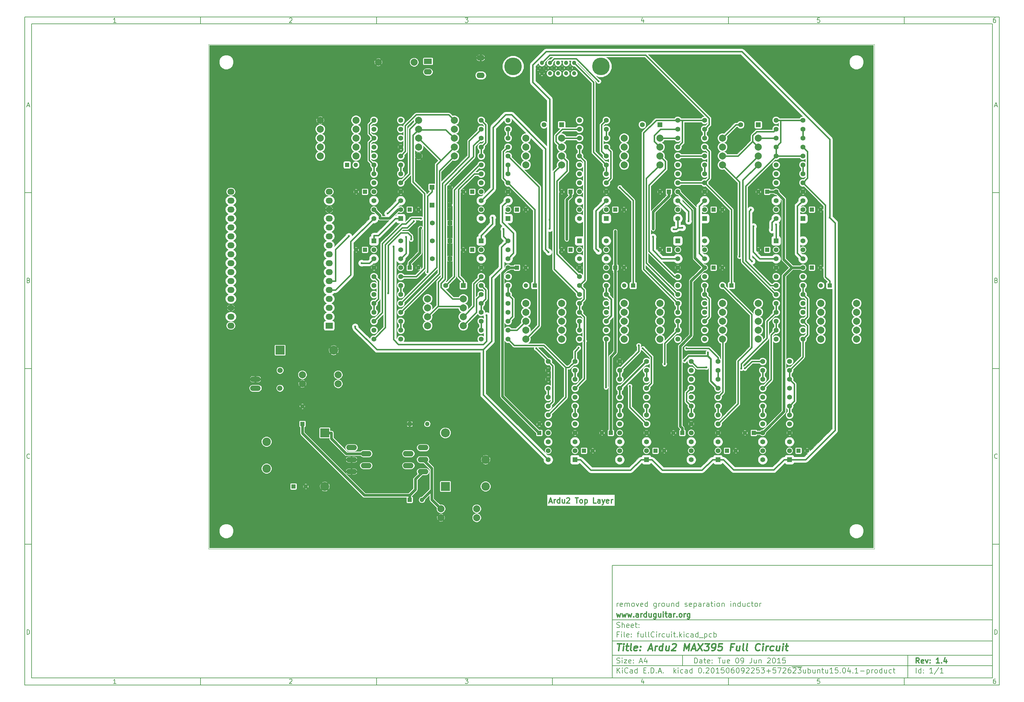
<source format=gtl>
G04 #@! TF.FileFunction,Copper,L1,Top,Mixed*
%FSLAX46Y46*%
G04 Gerber Fmt 4.6, Leading zero omitted, Abs format (unit mm)*
G04 Created by KiCad (PCBNEW 0.201506092253+5726~23~ubuntu15.04.1-product) date Thu 11 Jun 2015 08:03:58 PM CEST*
%MOMM*%
G01*
G04 APERTURE LIST*
%ADD10C,0.100000*%
%ADD11C,0.150000*%
%ADD12C,0.300000*%
%ADD13C,0.400000*%
%ADD14R,1.300000X1.300000*%
%ADD15C,1.300000*%
%ADD16R,1.400000X1.400000*%
%ADD17C,1.400000*%
%ADD18C,2.540000*%
%ADD19R,2.540000X2.540000*%
%ADD20C,2.400000*%
%ADD21O,3.014980X1.506220*%
%ADD22C,1.998980*%
%ADD23R,1.397000X1.397000*%
%ADD24C,1.397000*%
%ADD25C,5.001260*%
%ADD26C,1.198880*%
%ADD27O,3.048000X1.524000*%
%ADD28O,2.032000X1.727200*%
%ADD29R,2.032000X1.727200*%
%ADD30R,2.286000X1.574800*%
%ADD31O,2.286000X1.574800*%
%ADD32C,1.501140*%
%ADD33C,0.600000*%
%ADD34C,0.762000*%
%ADD35C,0.381000*%
%ADD36C,0.508000*%
%ADD37C,0.025400*%
G04 APERTURE END LIST*
D10*
D11*
X177002200Y-166007200D02*
X177002200Y-198007200D01*
X285002200Y-198007200D01*
X285002200Y-166007200D01*
X177002200Y-166007200D01*
D10*
D11*
X10000000Y-10000000D02*
X10000000Y-200007200D01*
X287002200Y-200007200D01*
X287002200Y-10000000D01*
X10000000Y-10000000D01*
D10*
D11*
X12000000Y-12000000D02*
X12000000Y-198007200D01*
X285002200Y-198007200D01*
X285002200Y-12000000D01*
X12000000Y-12000000D01*
D10*
D11*
X60000000Y-12000000D02*
X60000000Y-10000000D01*
D10*
D11*
X110000000Y-12000000D02*
X110000000Y-10000000D01*
D10*
D11*
X160000000Y-12000000D02*
X160000000Y-10000000D01*
D10*
D11*
X210000000Y-12000000D02*
X210000000Y-10000000D01*
D10*
D11*
X260000000Y-12000000D02*
X260000000Y-10000000D01*
D10*
D11*
X35990476Y-11588095D02*
X35247619Y-11588095D01*
X35619048Y-11588095D02*
X35619048Y-10288095D01*
X35495238Y-10473810D01*
X35371429Y-10597619D01*
X35247619Y-10659524D01*
D10*
D11*
X85247619Y-10411905D02*
X85309524Y-10350000D01*
X85433333Y-10288095D01*
X85742857Y-10288095D01*
X85866667Y-10350000D01*
X85928571Y-10411905D01*
X85990476Y-10535714D01*
X85990476Y-10659524D01*
X85928571Y-10845238D01*
X85185714Y-11588095D01*
X85990476Y-11588095D01*
D10*
D11*
X135185714Y-10288095D02*
X135990476Y-10288095D01*
X135557143Y-10783333D01*
X135742857Y-10783333D01*
X135866667Y-10845238D01*
X135928571Y-10907143D01*
X135990476Y-11030952D01*
X135990476Y-11340476D01*
X135928571Y-11464286D01*
X135866667Y-11526190D01*
X135742857Y-11588095D01*
X135371429Y-11588095D01*
X135247619Y-11526190D01*
X135185714Y-11464286D01*
D10*
D11*
X185866667Y-10721429D02*
X185866667Y-11588095D01*
X185557143Y-10226190D02*
X185247619Y-11154762D01*
X186052381Y-11154762D01*
D10*
D11*
X235928571Y-10288095D02*
X235309524Y-10288095D01*
X235247619Y-10907143D01*
X235309524Y-10845238D01*
X235433333Y-10783333D01*
X235742857Y-10783333D01*
X235866667Y-10845238D01*
X235928571Y-10907143D01*
X235990476Y-11030952D01*
X235990476Y-11340476D01*
X235928571Y-11464286D01*
X235866667Y-11526190D01*
X235742857Y-11588095D01*
X235433333Y-11588095D01*
X235309524Y-11526190D01*
X235247619Y-11464286D01*
D10*
D11*
X285866667Y-10288095D02*
X285619048Y-10288095D01*
X285495238Y-10350000D01*
X285433333Y-10411905D01*
X285309524Y-10597619D01*
X285247619Y-10845238D01*
X285247619Y-11340476D01*
X285309524Y-11464286D01*
X285371429Y-11526190D01*
X285495238Y-11588095D01*
X285742857Y-11588095D01*
X285866667Y-11526190D01*
X285928571Y-11464286D01*
X285990476Y-11340476D01*
X285990476Y-11030952D01*
X285928571Y-10907143D01*
X285866667Y-10845238D01*
X285742857Y-10783333D01*
X285495238Y-10783333D01*
X285371429Y-10845238D01*
X285309524Y-10907143D01*
X285247619Y-11030952D01*
D10*
D11*
X60000000Y-198007200D02*
X60000000Y-200007200D01*
D10*
D11*
X110000000Y-198007200D02*
X110000000Y-200007200D01*
D10*
D11*
X160000000Y-198007200D02*
X160000000Y-200007200D01*
D10*
D11*
X210000000Y-198007200D02*
X210000000Y-200007200D01*
D10*
D11*
X260000000Y-198007200D02*
X260000000Y-200007200D01*
D10*
D11*
X35990476Y-199595295D02*
X35247619Y-199595295D01*
X35619048Y-199595295D02*
X35619048Y-198295295D01*
X35495238Y-198481010D01*
X35371429Y-198604819D01*
X35247619Y-198666724D01*
D10*
D11*
X85247619Y-198419105D02*
X85309524Y-198357200D01*
X85433333Y-198295295D01*
X85742857Y-198295295D01*
X85866667Y-198357200D01*
X85928571Y-198419105D01*
X85990476Y-198542914D01*
X85990476Y-198666724D01*
X85928571Y-198852438D01*
X85185714Y-199595295D01*
X85990476Y-199595295D01*
D10*
D11*
X135185714Y-198295295D02*
X135990476Y-198295295D01*
X135557143Y-198790533D01*
X135742857Y-198790533D01*
X135866667Y-198852438D01*
X135928571Y-198914343D01*
X135990476Y-199038152D01*
X135990476Y-199347676D01*
X135928571Y-199471486D01*
X135866667Y-199533390D01*
X135742857Y-199595295D01*
X135371429Y-199595295D01*
X135247619Y-199533390D01*
X135185714Y-199471486D01*
D10*
D11*
X185866667Y-198728629D02*
X185866667Y-199595295D01*
X185557143Y-198233390D02*
X185247619Y-199161962D01*
X186052381Y-199161962D01*
D10*
D11*
X235928571Y-198295295D02*
X235309524Y-198295295D01*
X235247619Y-198914343D01*
X235309524Y-198852438D01*
X235433333Y-198790533D01*
X235742857Y-198790533D01*
X235866667Y-198852438D01*
X235928571Y-198914343D01*
X235990476Y-199038152D01*
X235990476Y-199347676D01*
X235928571Y-199471486D01*
X235866667Y-199533390D01*
X235742857Y-199595295D01*
X235433333Y-199595295D01*
X235309524Y-199533390D01*
X235247619Y-199471486D01*
D10*
D11*
X285866667Y-198295295D02*
X285619048Y-198295295D01*
X285495238Y-198357200D01*
X285433333Y-198419105D01*
X285309524Y-198604819D01*
X285247619Y-198852438D01*
X285247619Y-199347676D01*
X285309524Y-199471486D01*
X285371429Y-199533390D01*
X285495238Y-199595295D01*
X285742857Y-199595295D01*
X285866667Y-199533390D01*
X285928571Y-199471486D01*
X285990476Y-199347676D01*
X285990476Y-199038152D01*
X285928571Y-198914343D01*
X285866667Y-198852438D01*
X285742857Y-198790533D01*
X285495238Y-198790533D01*
X285371429Y-198852438D01*
X285309524Y-198914343D01*
X285247619Y-199038152D01*
D10*
D11*
X10000000Y-60000000D02*
X12000000Y-60000000D01*
D10*
D11*
X10000000Y-110000000D02*
X12000000Y-110000000D01*
D10*
D11*
X10000000Y-160000000D02*
X12000000Y-160000000D01*
D10*
D11*
X10690476Y-35216667D02*
X11309524Y-35216667D01*
X10566667Y-35588095D02*
X11000000Y-34288095D01*
X11433333Y-35588095D01*
D10*
D11*
X11092857Y-84907143D02*
X11278571Y-84969048D01*
X11340476Y-85030952D01*
X11402381Y-85154762D01*
X11402381Y-85340476D01*
X11340476Y-85464286D01*
X11278571Y-85526190D01*
X11154762Y-85588095D01*
X10659524Y-85588095D01*
X10659524Y-84288095D01*
X11092857Y-84288095D01*
X11216667Y-84350000D01*
X11278571Y-84411905D01*
X11340476Y-84535714D01*
X11340476Y-84659524D01*
X11278571Y-84783333D01*
X11216667Y-84845238D01*
X11092857Y-84907143D01*
X10659524Y-84907143D01*
D10*
D11*
X11402381Y-135464286D02*
X11340476Y-135526190D01*
X11154762Y-135588095D01*
X11030952Y-135588095D01*
X10845238Y-135526190D01*
X10721429Y-135402381D01*
X10659524Y-135278571D01*
X10597619Y-135030952D01*
X10597619Y-134845238D01*
X10659524Y-134597619D01*
X10721429Y-134473810D01*
X10845238Y-134350000D01*
X11030952Y-134288095D01*
X11154762Y-134288095D01*
X11340476Y-134350000D01*
X11402381Y-134411905D01*
D10*
D11*
X10659524Y-185588095D02*
X10659524Y-184288095D01*
X10969048Y-184288095D01*
X11154762Y-184350000D01*
X11278571Y-184473810D01*
X11340476Y-184597619D01*
X11402381Y-184845238D01*
X11402381Y-185030952D01*
X11340476Y-185278571D01*
X11278571Y-185402381D01*
X11154762Y-185526190D01*
X10969048Y-185588095D01*
X10659524Y-185588095D01*
D10*
D11*
X287002200Y-60000000D02*
X285002200Y-60000000D01*
D10*
D11*
X287002200Y-110000000D02*
X285002200Y-110000000D01*
D10*
D11*
X287002200Y-160000000D02*
X285002200Y-160000000D01*
D10*
D11*
X285692676Y-35216667D02*
X286311724Y-35216667D01*
X285568867Y-35588095D02*
X286002200Y-34288095D01*
X286435533Y-35588095D01*
D10*
D11*
X286095057Y-84907143D02*
X286280771Y-84969048D01*
X286342676Y-85030952D01*
X286404581Y-85154762D01*
X286404581Y-85340476D01*
X286342676Y-85464286D01*
X286280771Y-85526190D01*
X286156962Y-85588095D01*
X285661724Y-85588095D01*
X285661724Y-84288095D01*
X286095057Y-84288095D01*
X286218867Y-84350000D01*
X286280771Y-84411905D01*
X286342676Y-84535714D01*
X286342676Y-84659524D01*
X286280771Y-84783333D01*
X286218867Y-84845238D01*
X286095057Y-84907143D01*
X285661724Y-84907143D01*
D10*
D11*
X286404581Y-135464286D02*
X286342676Y-135526190D01*
X286156962Y-135588095D01*
X286033152Y-135588095D01*
X285847438Y-135526190D01*
X285723629Y-135402381D01*
X285661724Y-135278571D01*
X285599819Y-135030952D01*
X285599819Y-134845238D01*
X285661724Y-134597619D01*
X285723629Y-134473810D01*
X285847438Y-134350000D01*
X286033152Y-134288095D01*
X286156962Y-134288095D01*
X286342676Y-134350000D01*
X286404581Y-134411905D01*
D10*
D11*
X285661724Y-185588095D02*
X285661724Y-184288095D01*
X285971248Y-184288095D01*
X286156962Y-184350000D01*
X286280771Y-184473810D01*
X286342676Y-184597619D01*
X286404581Y-184845238D01*
X286404581Y-185030952D01*
X286342676Y-185278571D01*
X286280771Y-185402381D01*
X286156962Y-185526190D01*
X285971248Y-185588095D01*
X285661724Y-185588095D01*
D10*
D11*
X200359343Y-193785771D02*
X200359343Y-192285771D01*
X200716486Y-192285771D01*
X200930771Y-192357200D01*
X201073629Y-192500057D01*
X201145057Y-192642914D01*
X201216486Y-192928629D01*
X201216486Y-193142914D01*
X201145057Y-193428629D01*
X201073629Y-193571486D01*
X200930771Y-193714343D01*
X200716486Y-193785771D01*
X200359343Y-193785771D01*
X202502200Y-193785771D02*
X202502200Y-193000057D01*
X202430771Y-192857200D01*
X202287914Y-192785771D01*
X202002200Y-192785771D01*
X201859343Y-192857200D01*
X202502200Y-193714343D02*
X202359343Y-193785771D01*
X202002200Y-193785771D01*
X201859343Y-193714343D01*
X201787914Y-193571486D01*
X201787914Y-193428629D01*
X201859343Y-193285771D01*
X202002200Y-193214343D01*
X202359343Y-193214343D01*
X202502200Y-193142914D01*
X203002200Y-192785771D02*
X203573629Y-192785771D01*
X203216486Y-192285771D02*
X203216486Y-193571486D01*
X203287914Y-193714343D01*
X203430772Y-193785771D01*
X203573629Y-193785771D01*
X204645057Y-193714343D02*
X204502200Y-193785771D01*
X204216486Y-193785771D01*
X204073629Y-193714343D01*
X204002200Y-193571486D01*
X204002200Y-193000057D01*
X204073629Y-192857200D01*
X204216486Y-192785771D01*
X204502200Y-192785771D01*
X204645057Y-192857200D01*
X204716486Y-193000057D01*
X204716486Y-193142914D01*
X204002200Y-193285771D01*
X205359343Y-193642914D02*
X205430771Y-193714343D01*
X205359343Y-193785771D01*
X205287914Y-193714343D01*
X205359343Y-193642914D01*
X205359343Y-193785771D01*
X205359343Y-192857200D02*
X205430771Y-192928629D01*
X205359343Y-193000057D01*
X205287914Y-192928629D01*
X205359343Y-192857200D01*
X205359343Y-193000057D01*
X207002200Y-192285771D02*
X207859343Y-192285771D01*
X207430772Y-193785771D02*
X207430772Y-192285771D01*
X209002200Y-192785771D02*
X209002200Y-193785771D01*
X208359343Y-192785771D02*
X208359343Y-193571486D01*
X208430771Y-193714343D01*
X208573629Y-193785771D01*
X208787914Y-193785771D01*
X208930771Y-193714343D01*
X209002200Y-193642914D01*
X210287914Y-193714343D02*
X210145057Y-193785771D01*
X209859343Y-193785771D01*
X209716486Y-193714343D01*
X209645057Y-193571486D01*
X209645057Y-193000057D01*
X209716486Y-192857200D01*
X209859343Y-192785771D01*
X210145057Y-192785771D01*
X210287914Y-192857200D01*
X210359343Y-193000057D01*
X210359343Y-193142914D01*
X209645057Y-193285771D01*
X212430771Y-192285771D02*
X212573628Y-192285771D01*
X212716485Y-192357200D01*
X212787914Y-192428629D01*
X212859343Y-192571486D01*
X212930771Y-192857200D01*
X212930771Y-193214343D01*
X212859343Y-193500057D01*
X212787914Y-193642914D01*
X212716485Y-193714343D01*
X212573628Y-193785771D01*
X212430771Y-193785771D01*
X212287914Y-193714343D01*
X212216485Y-193642914D01*
X212145057Y-193500057D01*
X212073628Y-193214343D01*
X212073628Y-192857200D01*
X212145057Y-192571486D01*
X212216485Y-192428629D01*
X212287914Y-192357200D01*
X212430771Y-192285771D01*
X213645056Y-193785771D02*
X213930771Y-193785771D01*
X214073628Y-193714343D01*
X214145056Y-193642914D01*
X214287914Y-193428629D01*
X214359342Y-193142914D01*
X214359342Y-192571486D01*
X214287914Y-192428629D01*
X214216485Y-192357200D01*
X214073628Y-192285771D01*
X213787914Y-192285771D01*
X213645056Y-192357200D01*
X213573628Y-192428629D01*
X213502199Y-192571486D01*
X213502199Y-192928629D01*
X213573628Y-193071486D01*
X213645056Y-193142914D01*
X213787914Y-193214343D01*
X214073628Y-193214343D01*
X214216485Y-193142914D01*
X214287914Y-193071486D01*
X214359342Y-192928629D01*
X216573627Y-192285771D02*
X216573627Y-193357200D01*
X216502199Y-193571486D01*
X216359342Y-193714343D01*
X216145056Y-193785771D01*
X216002199Y-193785771D01*
X217930770Y-192785771D02*
X217930770Y-193785771D01*
X217287913Y-192785771D02*
X217287913Y-193571486D01*
X217359341Y-193714343D01*
X217502199Y-193785771D01*
X217716484Y-193785771D01*
X217859341Y-193714343D01*
X217930770Y-193642914D01*
X218645056Y-192785771D02*
X218645056Y-193785771D01*
X218645056Y-192928629D02*
X218716484Y-192857200D01*
X218859342Y-192785771D01*
X219073627Y-192785771D01*
X219216484Y-192857200D01*
X219287913Y-193000057D01*
X219287913Y-193785771D01*
X221073627Y-192428629D02*
X221145056Y-192357200D01*
X221287913Y-192285771D01*
X221645056Y-192285771D01*
X221787913Y-192357200D01*
X221859342Y-192428629D01*
X221930770Y-192571486D01*
X221930770Y-192714343D01*
X221859342Y-192928629D01*
X221002199Y-193785771D01*
X221930770Y-193785771D01*
X222859341Y-192285771D02*
X223002198Y-192285771D01*
X223145055Y-192357200D01*
X223216484Y-192428629D01*
X223287913Y-192571486D01*
X223359341Y-192857200D01*
X223359341Y-193214343D01*
X223287913Y-193500057D01*
X223216484Y-193642914D01*
X223145055Y-193714343D01*
X223002198Y-193785771D01*
X222859341Y-193785771D01*
X222716484Y-193714343D01*
X222645055Y-193642914D01*
X222573627Y-193500057D01*
X222502198Y-193214343D01*
X222502198Y-192857200D01*
X222573627Y-192571486D01*
X222645055Y-192428629D01*
X222716484Y-192357200D01*
X222859341Y-192285771D01*
X224787912Y-193785771D02*
X223930769Y-193785771D01*
X224359341Y-193785771D02*
X224359341Y-192285771D01*
X224216484Y-192500057D01*
X224073626Y-192642914D01*
X223930769Y-192714343D01*
X226145055Y-192285771D02*
X225430769Y-192285771D01*
X225359340Y-193000057D01*
X225430769Y-192928629D01*
X225573626Y-192857200D01*
X225930769Y-192857200D01*
X226073626Y-192928629D01*
X226145055Y-193000057D01*
X226216483Y-193142914D01*
X226216483Y-193500057D01*
X226145055Y-193642914D01*
X226073626Y-193714343D01*
X225930769Y-193785771D01*
X225573626Y-193785771D01*
X225430769Y-193714343D01*
X225359340Y-193642914D01*
D10*
D11*
X177002200Y-194507200D02*
X285002200Y-194507200D01*
D10*
D11*
X178359343Y-196585771D02*
X178359343Y-195085771D01*
X179216486Y-196585771D02*
X178573629Y-195728629D01*
X179216486Y-195085771D02*
X178359343Y-195942914D01*
X179859343Y-196585771D02*
X179859343Y-195585771D01*
X179859343Y-195085771D02*
X179787914Y-195157200D01*
X179859343Y-195228629D01*
X179930771Y-195157200D01*
X179859343Y-195085771D01*
X179859343Y-195228629D01*
X181430772Y-196442914D02*
X181359343Y-196514343D01*
X181145057Y-196585771D01*
X181002200Y-196585771D01*
X180787915Y-196514343D01*
X180645057Y-196371486D01*
X180573629Y-196228629D01*
X180502200Y-195942914D01*
X180502200Y-195728629D01*
X180573629Y-195442914D01*
X180645057Y-195300057D01*
X180787915Y-195157200D01*
X181002200Y-195085771D01*
X181145057Y-195085771D01*
X181359343Y-195157200D01*
X181430772Y-195228629D01*
X182716486Y-196585771D02*
X182716486Y-195800057D01*
X182645057Y-195657200D01*
X182502200Y-195585771D01*
X182216486Y-195585771D01*
X182073629Y-195657200D01*
X182716486Y-196514343D02*
X182573629Y-196585771D01*
X182216486Y-196585771D01*
X182073629Y-196514343D01*
X182002200Y-196371486D01*
X182002200Y-196228629D01*
X182073629Y-196085771D01*
X182216486Y-196014343D01*
X182573629Y-196014343D01*
X182716486Y-195942914D01*
X184073629Y-196585771D02*
X184073629Y-195085771D01*
X184073629Y-196514343D02*
X183930772Y-196585771D01*
X183645058Y-196585771D01*
X183502200Y-196514343D01*
X183430772Y-196442914D01*
X183359343Y-196300057D01*
X183359343Y-195871486D01*
X183430772Y-195728629D01*
X183502200Y-195657200D01*
X183645058Y-195585771D01*
X183930772Y-195585771D01*
X184073629Y-195657200D01*
X185930772Y-195800057D02*
X186430772Y-195800057D01*
X186645058Y-196585771D02*
X185930772Y-196585771D01*
X185930772Y-195085771D01*
X186645058Y-195085771D01*
X187287915Y-196442914D02*
X187359343Y-196514343D01*
X187287915Y-196585771D01*
X187216486Y-196514343D01*
X187287915Y-196442914D01*
X187287915Y-196585771D01*
X188002201Y-196585771D02*
X188002201Y-195085771D01*
X188359344Y-195085771D01*
X188573629Y-195157200D01*
X188716487Y-195300057D01*
X188787915Y-195442914D01*
X188859344Y-195728629D01*
X188859344Y-195942914D01*
X188787915Y-196228629D01*
X188716487Y-196371486D01*
X188573629Y-196514343D01*
X188359344Y-196585771D01*
X188002201Y-196585771D01*
X189502201Y-196442914D02*
X189573629Y-196514343D01*
X189502201Y-196585771D01*
X189430772Y-196514343D01*
X189502201Y-196442914D01*
X189502201Y-196585771D01*
X190145058Y-196157200D02*
X190859344Y-196157200D01*
X190002201Y-196585771D02*
X190502201Y-195085771D01*
X191002201Y-196585771D01*
X191502201Y-196442914D02*
X191573629Y-196514343D01*
X191502201Y-196585771D01*
X191430772Y-196514343D01*
X191502201Y-196442914D01*
X191502201Y-196585771D01*
X194502201Y-196585771D02*
X194502201Y-195085771D01*
X194645058Y-196014343D02*
X195073629Y-196585771D01*
X195073629Y-195585771D02*
X194502201Y-196157200D01*
X195716487Y-196585771D02*
X195716487Y-195585771D01*
X195716487Y-195085771D02*
X195645058Y-195157200D01*
X195716487Y-195228629D01*
X195787915Y-195157200D01*
X195716487Y-195085771D01*
X195716487Y-195228629D01*
X197073630Y-196514343D02*
X196930773Y-196585771D01*
X196645059Y-196585771D01*
X196502201Y-196514343D01*
X196430773Y-196442914D01*
X196359344Y-196300057D01*
X196359344Y-195871486D01*
X196430773Y-195728629D01*
X196502201Y-195657200D01*
X196645059Y-195585771D01*
X196930773Y-195585771D01*
X197073630Y-195657200D01*
X198359344Y-196585771D02*
X198359344Y-195800057D01*
X198287915Y-195657200D01*
X198145058Y-195585771D01*
X197859344Y-195585771D01*
X197716487Y-195657200D01*
X198359344Y-196514343D02*
X198216487Y-196585771D01*
X197859344Y-196585771D01*
X197716487Y-196514343D01*
X197645058Y-196371486D01*
X197645058Y-196228629D01*
X197716487Y-196085771D01*
X197859344Y-196014343D01*
X198216487Y-196014343D01*
X198359344Y-195942914D01*
X199716487Y-196585771D02*
X199716487Y-195085771D01*
X199716487Y-196514343D02*
X199573630Y-196585771D01*
X199287916Y-196585771D01*
X199145058Y-196514343D01*
X199073630Y-196442914D01*
X199002201Y-196300057D01*
X199002201Y-195871486D01*
X199073630Y-195728629D01*
X199145058Y-195657200D01*
X199287916Y-195585771D01*
X199573630Y-195585771D01*
X199716487Y-195657200D01*
X201859344Y-195085771D02*
X202002201Y-195085771D01*
X202145058Y-195157200D01*
X202216487Y-195228629D01*
X202287916Y-195371486D01*
X202359344Y-195657200D01*
X202359344Y-196014343D01*
X202287916Y-196300057D01*
X202216487Y-196442914D01*
X202145058Y-196514343D01*
X202002201Y-196585771D01*
X201859344Y-196585771D01*
X201716487Y-196514343D01*
X201645058Y-196442914D01*
X201573630Y-196300057D01*
X201502201Y-196014343D01*
X201502201Y-195657200D01*
X201573630Y-195371486D01*
X201645058Y-195228629D01*
X201716487Y-195157200D01*
X201859344Y-195085771D01*
X203002201Y-196442914D02*
X203073629Y-196514343D01*
X203002201Y-196585771D01*
X202930772Y-196514343D01*
X203002201Y-196442914D01*
X203002201Y-196585771D01*
X203645058Y-195228629D02*
X203716487Y-195157200D01*
X203859344Y-195085771D01*
X204216487Y-195085771D01*
X204359344Y-195157200D01*
X204430773Y-195228629D01*
X204502201Y-195371486D01*
X204502201Y-195514343D01*
X204430773Y-195728629D01*
X203573630Y-196585771D01*
X204502201Y-196585771D01*
X205430772Y-195085771D02*
X205573629Y-195085771D01*
X205716486Y-195157200D01*
X205787915Y-195228629D01*
X205859344Y-195371486D01*
X205930772Y-195657200D01*
X205930772Y-196014343D01*
X205859344Y-196300057D01*
X205787915Y-196442914D01*
X205716486Y-196514343D01*
X205573629Y-196585771D01*
X205430772Y-196585771D01*
X205287915Y-196514343D01*
X205216486Y-196442914D01*
X205145058Y-196300057D01*
X205073629Y-196014343D01*
X205073629Y-195657200D01*
X205145058Y-195371486D01*
X205216486Y-195228629D01*
X205287915Y-195157200D01*
X205430772Y-195085771D01*
X207359343Y-196585771D02*
X206502200Y-196585771D01*
X206930772Y-196585771D02*
X206930772Y-195085771D01*
X206787915Y-195300057D01*
X206645057Y-195442914D01*
X206502200Y-195514343D01*
X208716486Y-195085771D02*
X208002200Y-195085771D01*
X207930771Y-195800057D01*
X208002200Y-195728629D01*
X208145057Y-195657200D01*
X208502200Y-195657200D01*
X208645057Y-195728629D01*
X208716486Y-195800057D01*
X208787914Y-195942914D01*
X208787914Y-196300057D01*
X208716486Y-196442914D01*
X208645057Y-196514343D01*
X208502200Y-196585771D01*
X208145057Y-196585771D01*
X208002200Y-196514343D01*
X207930771Y-196442914D01*
X209716485Y-195085771D02*
X209859342Y-195085771D01*
X210002199Y-195157200D01*
X210073628Y-195228629D01*
X210145057Y-195371486D01*
X210216485Y-195657200D01*
X210216485Y-196014343D01*
X210145057Y-196300057D01*
X210073628Y-196442914D01*
X210002199Y-196514343D01*
X209859342Y-196585771D01*
X209716485Y-196585771D01*
X209573628Y-196514343D01*
X209502199Y-196442914D01*
X209430771Y-196300057D01*
X209359342Y-196014343D01*
X209359342Y-195657200D01*
X209430771Y-195371486D01*
X209502199Y-195228629D01*
X209573628Y-195157200D01*
X209716485Y-195085771D01*
X211502199Y-195085771D02*
X211216485Y-195085771D01*
X211073628Y-195157200D01*
X211002199Y-195228629D01*
X210859342Y-195442914D01*
X210787913Y-195728629D01*
X210787913Y-196300057D01*
X210859342Y-196442914D01*
X210930770Y-196514343D01*
X211073628Y-196585771D01*
X211359342Y-196585771D01*
X211502199Y-196514343D01*
X211573628Y-196442914D01*
X211645056Y-196300057D01*
X211645056Y-195942914D01*
X211573628Y-195800057D01*
X211502199Y-195728629D01*
X211359342Y-195657200D01*
X211073628Y-195657200D01*
X210930770Y-195728629D01*
X210859342Y-195800057D01*
X210787913Y-195942914D01*
X212573627Y-195085771D02*
X212716484Y-195085771D01*
X212859341Y-195157200D01*
X212930770Y-195228629D01*
X213002199Y-195371486D01*
X213073627Y-195657200D01*
X213073627Y-196014343D01*
X213002199Y-196300057D01*
X212930770Y-196442914D01*
X212859341Y-196514343D01*
X212716484Y-196585771D01*
X212573627Y-196585771D01*
X212430770Y-196514343D01*
X212359341Y-196442914D01*
X212287913Y-196300057D01*
X212216484Y-196014343D01*
X212216484Y-195657200D01*
X212287913Y-195371486D01*
X212359341Y-195228629D01*
X212430770Y-195157200D01*
X212573627Y-195085771D01*
X213787912Y-196585771D02*
X214073627Y-196585771D01*
X214216484Y-196514343D01*
X214287912Y-196442914D01*
X214430770Y-196228629D01*
X214502198Y-195942914D01*
X214502198Y-195371486D01*
X214430770Y-195228629D01*
X214359341Y-195157200D01*
X214216484Y-195085771D01*
X213930770Y-195085771D01*
X213787912Y-195157200D01*
X213716484Y-195228629D01*
X213645055Y-195371486D01*
X213645055Y-195728629D01*
X213716484Y-195871486D01*
X213787912Y-195942914D01*
X213930770Y-196014343D01*
X214216484Y-196014343D01*
X214359341Y-195942914D01*
X214430770Y-195871486D01*
X214502198Y-195728629D01*
X215073626Y-195228629D02*
X215145055Y-195157200D01*
X215287912Y-195085771D01*
X215645055Y-195085771D01*
X215787912Y-195157200D01*
X215859341Y-195228629D01*
X215930769Y-195371486D01*
X215930769Y-195514343D01*
X215859341Y-195728629D01*
X215002198Y-196585771D01*
X215930769Y-196585771D01*
X216502197Y-195228629D02*
X216573626Y-195157200D01*
X216716483Y-195085771D01*
X217073626Y-195085771D01*
X217216483Y-195157200D01*
X217287912Y-195228629D01*
X217359340Y-195371486D01*
X217359340Y-195514343D01*
X217287912Y-195728629D01*
X216430769Y-196585771D01*
X217359340Y-196585771D01*
X218716483Y-195085771D02*
X218002197Y-195085771D01*
X217930768Y-195800057D01*
X218002197Y-195728629D01*
X218145054Y-195657200D01*
X218502197Y-195657200D01*
X218645054Y-195728629D01*
X218716483Y-195800057D01*
X218787911Y-195942914D01*
X218787911Y-196300057D01*
X218716483Y-196442914D01*
X218645054Y-196514343D01*
X218502197Y-196585771D01*
X218145054Y-196585771D01*
X218002197Y-196514343D01*
X217930768Y-196442914D01*
X219287911Y-195085771D02*
X220216482Y-195085771D01*
X219716482Y-195657200D01*
X219930768Y-195657200D01*
X220073625Y-195728629D01*
X220145054Y-195800057D01*
X220216482Y-195942914D01*
X220216482Y-196300057D01*
X220145054Y-196442914D01*
X220073625Y-196514343D01*
X219930768Y-196585771D01*
X219502196Y-196585771D01*
X219359339Y-196514343D01*
X219287911Y-196442914D01*
X220859339Y-196014343D02*
X222002196Y-196014343D01*
X221430767Y-196585771D02*
X221430767Y-195442914D01*
X223430768Y-195085771D02*
X222716482Y-195085771D01*
X222645053Y-195800057D01*
X222716482Y-195728629D01*
X222859339Y-195657200D01*
X223216482Y-195657200D01*
X223359339Y-195728629D01*
X223430768Y-195800057D01*
X223502196Y-195942914D01*
X223502196Y-196300057D01*
X223430768Y-196442914D01*
X223359339Y-196514343D01*
X223216482Y-196585771D01*
X222859339Y-196585771D01*
X222716482Y-196514343D01*
X222645053Y-196442914D01*
X224002196Y-195085771D02*
X225002196Y-195085771D01*
X224359339Y-196585771D01*
X225502195Y-195228629D02*
X225573624Y-195157200D01*
X225716481Y-195085771D01*
X226073624Y-195085771D01*
X226216481Y-195157200D01*
X226287910Y-195228629D01*
X226359338Y-195371486D01*
X226359338Y-195514343D01*
X226287910Y-195728629D01*
X225430767Y-196585771D01*
X226359338Y-196585771D01*
X227645052Y-195085771D02*
X227359338Y-195085771D01*
X227216481Y-195157200D01*
X227145052Y-195228629D01*
X227002195Y-195442914D01*
X226930766Y-195728629D01*
X226930766Y-196300057D01*
X227002195Y-196442914D01*
X227073623Y-196514343D01*
X227216481Y-196585771D01*
X227502195Y-196585771D01*
X227645052Y-196514343D01*
X227716481Y-196442914D01*
X227787909Y-196300057D01*
X227787909Y-195942914D01*
X227716481Y-195800057D01*
X227645052Y-195728629D01*
X227502195Y-195657200D01*
X227216481Y-195657200D01*
X227073623Y-195728629D01*
X227002195Y-195800057D01*
X226930766Y-195942914D01*
X228359337Y-195228629D02*
X228430766Y-195157200D01*
X228573623Y-195085771D01*
X228930766Y-195085771D01*
X229073623Y-195157200D01*
X229145052Y-195228629D01*
X229216480Y-195371486D01*
X229216480Y-195514343D01*
X229145052Y-195728629D01*
X228287909Y-196585771D01*
X229216480Y-196585771D01*
X229716480Y-195085771D02*
X230645051Y-195085771D01*
X230145051Y-195657200D01*
X230359337Y-195657200D01*
X230502194Y-195728629D01*
X230573623Y-195800057D01*
X230645051Y-195942914D01*
X230645051Y-196300057D01*
X230573623Y-196442914D01*
X230502194Y-196514343D01*
X230359337Y-196585771D01*
X229930765Y-196585771D01*
X229787908Y-196514343D01*
X229716480Y-196442914D01*
X228073623Y-194827200D02*
X230930765Y-194827200D01*
X231930765Y-195585771D02*
X231930765Y-196585771D01*
X231287908Y-195585771D02*
X231287908Y-196371486D01*
X231359336Y-196514343D01*
X231502194Y-196585771D01*
X231716479Y-196585771D01*
X231859336Y-196514343D01*
X231930765Y-196442914D01*
X232645051Y-196585771D02*
X232645051Y-195085771D01*
X232645051Y-195657200D02*
X232787908Y-195585771D01*
X233073622Y-195585771D01*
X233216479Y-195657200D01*
X233287908Y-195728629D01*
X233359337Y-195871486D01*
X233359337Y-196300057D01*
X233287908Y-196442914D01*
X233216479Y-196514343D01*
X233073622Y-196585771D01*
X232787908Y-196585771D01*
X232645051Y-196514343D01*
X234645051Y-195585771D02*
X234645051Y-196585771D01*
X234002194Y-195585771D02*
X234002194Y-196371486D01*
X234073622Y-196514343D01*
X234216480Y-196585771D01*
X234430765Y-196585771D01*
X234573622Y-196514343D01*
X234645051Y-196442914D01*
X235359337Y-195585771D02*
X235359337Y-196585771D01*
X235359337Y-195728629D02*
X235430765Y-195657200D01*
X235573623Y-195585771D01*
X235787908Y-195585771D01*
X235930765Y-195657200D01*
X236002194Y-195800057D01*
X236002194Y-196585771D01*
X236502194Y-195585771D02*
X237073623Y-195585771D01*
X236716480Y-195085771D02*
X236716480Y-196371486D01*
X236787908Y-196514343D01*
X236930766Y-196585771D01*
X237073623Y-196585771D01*
X238216480Y-195585771D02*
X238216480Y-196585771D01*
X237573623Y-195585771D02*
X237573623Y-196371486D01*
X237645051Y-196514343D01*
X237787909Y-196585771D01*
X238002194Y-196585771D01*
X238145051Y-196514343D01*
X238216480Y-196442914D01*
X239716480Y-196585771D02*
X238859337Y-196585771D01*
X239287909Y-196585771D02*
X239287909Y-195085771D01*
X239145052Y-195300057D01*
X239002194Y-195442914D01*
X238859337Y-195514343D01*
X241073623Y-195085771D02*
X240359337Y-195085771D01*
X240287908Y-195800057D01*
X240359337Y-195728629D01*
X240502194Y-195657200D01*
X240859337Y-195657200D01*
X241002194Y-195728629D01*
X241073623Y-195800057D01*
X241145051Y-195942914D01*
X241145051Y-196300057D01*
X241073623Y-196442914D01*
X241002194Y-196514343D01*
X240859337Y-196585771D01*
X240502194Y-196585771D01*
X240359337Y-196514343D01*
X240287908Y-196442914D01*
X241787908Y-196442914D02*
X241859336Y-196514343D01*
X241787908Y-196585771D01*
X241716479Y-196514343D01*
X241787908Y-196442914D01*
X241787908Y-196585771D01*
X242787908Y-195085771D02*
X242930765Y-195085771D01*
X243073622Y-195157200D01*
X243145051Y-195228629D01*
X243216480Y-195371486D01*
X243287908Y-195657200D01*
X243287908Y-196014343D01*
X243216480Y-196300057D01*
X243145051Y-196442914D01*
X243073622Y-196514343D01*
X242930765Y-196585771D01*
X242787908Y-196585771D01*
X242645051Y-196514343D01*
X242573622Y-196442914D01*
X242502194Y-196300057D01*
X242430765Y-196014343D01*
X242430765Y-195657200D01*
X242502194Y-195371486D01*
X242573622Y-195228629D01*
X242645051Y-195157200D01*
X242787908Y-195085771D01*
X244573622Y-195585771D02*
X244573622Y-196585771D01*
X244216479Y-195014343D02*
X243859336Y-196085771D01*
X244787908Y-196085771D01*
X245359336Y-196442914D02*
X245430764Y-196514343D01*
X245359336Y-196585771D01*
X245287907Y-196514343D01*
X245359336Y-196442914D01*
X245359336Y-196585771D01*
X246859336Y-196585771D02*
X246002193Y-196585771D01*
X246430765Y-196585771D02*
X246430765Y-195085771D01*
X246287908Y-195300057D01*
X246145050Y-195442914D01*
X246002193Y-195514343D01*
X247502193Y-196014343D02*
X248645050Y-196014343D01*
X249359336Y-195585771D02*
X249359336Y-197085771D01*
X249359336Y-195657200D02*
X249502193Y-195585771D01*
X249787907Y-195585771D01*
X249930764Y-195657200D01*
X250002193Y-195728629D01*
X250073622Y-195871486D01*
X250073622Y-196300057D01*
X250002193Y-196442914D01*
X249930764Y-196514343D01*
X249787907Y-196585771D01*
X249502193Y-196585771D01*
X249359336Y-196514343D01*
X250716479Y-196585771D02*
X250716479Y-195585771D01*
X250716479Y-195871486D02*
X250787907Y-195728629D01*
X250859336Y-195657200D01*
X251002193Y-195585771D01*
X251145050Y-195585771D01*
X251859336Y-196585771D02*
X251716478Y-196514343D01*
X251645050Y-196442914D01*
X251573621Y-196300057D01*
X251573621Y-195871486D01*
X251645050Y-195728629D01*
X251716478Y-195657200D01*
X251859336Y-195585771D01*
X252073621Y-195585771D01*
X252216478Y-195657200D01*
X252287907Y-195728629D01*
X252359336Y-195871486D01*
X252359336Y-196300057D01*
X252287907Y-196442914D01*
X252216478Y-196514343D01*
X252073621Y-196585771D01*
X251859336Y-196585771D01*
X253645050Y-196585771D02*
X253645050Y-195085771D01*
X253645050Y-196514343D02*
X253502193Y-196585771D01*
X253216479Y-196585771D01*
X253073621Y-196514343D01*
X253002193Y-196442914D01*
X252930764Y-196300057D01*
X252930764Y-195871486D01*
X253002193Y-195728629D01*
X253073621Y-195657200D01*
X253216479Y-195585771D01*
X253502193Y-195585771D01*
X253645050Y-195657200D01*
X255002193Y-195585771D02*
X255002193Y-196585771D01*
X254359336Y-195585771D02*
X254359336Y-196371486D01*
X254430764Y-196514343D01*
X254573622Y-196585771D01*
X254787907Y-196585771D01*
X254930764Y-196514343D01*
X255002193Y-196442914D01*
X256359336Y-196514343D02*
X256216479Y-196585771D01*
X255930765Y-196585771D01*
X255787907Y-196514343D01*
X255716479Y-196442914D01*
X255645050Y-196300057D01*
X255645050Y-195871486D01*
X255716479Y-195728629D01*
X255787907Y-195657200D01*
X255930765Y-195585771D01*
X256216479Y-195585771D01*
X256359336Y-195657200D01*
X256787907Y-195585771D02*
X257359336Y-195585771D01*
X257002193Y-195085771D02*
X257002193Y-196371486D01*
X257073621Y-196514343D01*
X257216479Y-196585771D01*
X257359336Y-196585771D01*
D10*
D11*
X177002200Y-191507200D02*
X285002200Y-191507200D01*
D10*
D12*
X264216486Y-193785771D02*
X263716486Y-193071486D01*
X263359343Y-193785771D02*
X263359343Y-192285771D01*
X263930771Y-192285771D01*
X264073629Y-192357200D01*
X264145057Y-192428629D01*
X264216486Y-192571486D01*
X264216486Y-192785771D01*
X264145057Y-192928629D01*
X264073629Y-193000057D01*
X263930771Y-193071486D01*
X263359343Y-193071486D01*
X265430771Y-193714343D02*
X265287914Y-193785771D01*
X265002200Y-193785771D01*
X264859343Y-193714343D01*
X264787914Y-193571486D01*
X264787914Y-193000057D01*
X264859343Y-192857200D01*
X265002200Y-192785771D01*
X265287914Y-192785771D01*
X265430771Y-192857200D01*
X265502200Y-193000057D01*
X265502200Y-193142914D01*
X264787914Y-193285771D01*
X266002200Y-192785771D02*
X266359343Y-193785771D01*
X266716485Y-192785771D01*
X267287914Y-193642914D02*
X267359342Y-193714343D01*
X267287914Y-193785771D01*
X267216485Y-193714343D01*
X267287914Y-193642914D01*
X267287914Y-193785771D01*
X267287914Y-192857200D02*
X267359342Y-192928629D01*
X267287914Y-193000057D01*
X267216485Y-192928629D01*
X267287914Y-192857200D01*
X267287914Y-193000057D01*
X269930771Y-193785771D02*
X269073628Y-193785771D01*
X269502200Y-193785771D02*
X269502200Y-192285771D01*
X269359343Y-192500057D01*
X269216485Y-192642914D01*
X269073628Y-192714343D01*
X270573628Y-193642914D02*
X270645056Y-193714343D01*
X270573628Y-193785771D01*
X270502199Y-193714343D01*
X270573628Y-193642914D01*
X270573628Y-193785771D01*
X271930771Y-192785771D02*
X271930771Y-193785771D01*
X271573628Y-192214343D02*
X271216485Y-193285771D01*
X272145057Y-193285771D01*
D10*
D11*
X178287914Y-193714343D02*
X178502200Y-193785771D01*
X178859343Y-193785771D01*
X179002200Y-193714343D01*
X179073629Y-193642914D01*
X179145057Y-193500057D01*
X179145057Y-193357200D01*
X179073629Y-193214343D01*
X179002200Y-193142914D01*
X178859343Y-193071486D01*
X178573629Y-193000057D01*
X178430771Y-192928629D01*
X178359343Y-192857200D01*
X178287914Y-192714343D01*
X178287914Y-192571486D01*
X178359343Y-192428629D01*
X178430771Y-192357200D01*
X178573629Y-192285771D01*
X178930771Y-192285771D01*
X179145057Y-192357200D01*
X179787914Y-193785771D02*
X179787914Y-192785771D01*
X179787914Y-192285771D02*
X179716485Y-192357200D01*
X179787914Y-192428629D01*
X179859342Y-192357200D01*
X179787914Y-192285771D01*
X179787914Y-192428629D01*
X180359343Y-192785771D02*
X181145057Y-192785771D01*
X180359343Y-193785771D01*
X181145057Y-193785771D01*
X182287914Y-193714343D02*
X182145057Y-193785771D01*
X181859343Y-193785771D01*
X181716486Y-193714343D01*
X181645057Y-193571486D01*
X181645057Y-193000057D01*
X181716486Y-192857200D01*
X181859343Y-192785771D01*
X182145057Y-192785771D01*
X182287914Y-192857200D01*
X182359343Y-193000057D01*
X182359343Y-193142914D01*
X181645057Y-193285771D01*
X183002200Y-193642914D02*
X183073628Y-193714343D01*
X183002200Y-193785771D01*
X182930771Y-193714343D01*
X183002200Y-193642914D01*
X183002200Y-193785771D01*
X183002200Y-192857200D02*
X183073628Y-192928629D01*
X183002200Y-193000057D01*
X182930771Y-192928629D01*
X183002200Y-192857200D01*
X183002200Y-193000057D01*
X184787914Y-193357200D02*
X185502200Y-193357200D01*
X184645057Y-193785771D02*
X185145057Y-192285771D01*
X185645057Y-193785771D01*
X186787914Y-192785771D02*
X186787914Y-193785771D01*
X186430771Y-192214343D02*
X186073628Y-193285771D01*
X187002200Y-193285771D01*
D10*
D11*
X263359343Y-196585771D02*
X263359343Y-195085771D01*
X264716486Y-196585771D02*
X264716486Y-195085771D01*
X264716486Y-196514343D02*
X264573629Y-196585771D01*
X264287915Y-196585771D01*
X264145057Y-196514343D01*
X264073629Y-196442914D01*
X264002200Y-196300057D01*
X264002200Y-195871486D01*
X264073629Y-195728629D01*
X264145057Y-195657200D01*
X264287915Y-195585771D01*
X264573629Y-195585771D01*
X264716486Y-195657200D01*
X265430772Y-196442914D02*
X265502200Y-196514343D01*
X265430772Y-196585771D01*
X265359343Y-196514343D01*
X265430772Y-196442914D01*
X265430772Y-196585771D01*
X265430772Y-195657200D02*
X265502200Y-195728629D01*
X265430772Y-195800057D01*
X265359343Y-195728629D01*
X265430772Y-195657200D01*
X265430772Y-195800057D01*
X268073629Y-196585771D02*
X267216486Y-196585771D01*
X267645058Y-196585771D02*
X267645058Y-195085771D01*
X267502201Y-195300057D01*
X267359343Y-195442914D01*
X267216486Y-195514343D01*
X269787914Y-195014343D02*
X268502200Y-196942914D01*
X271073629Y-196585771D02*
X270216486Y-196585771D01*
X270645058Y-196585771D02*
X270645058Y-195085771D01*
X270502201Y-195300057D01*
X270359343Y-195442914D01*
X270216486Y-195514343D01*
D10*
D11*
X177002200Y-187507200D02*
X285002200Y-187507200D01*
D10*
D13*
X178454581Y-188211962D02*
X179597438Y-188211962D01*
X178776010Y-190211962D02*
X179026010Y-188211962D01*
X180014105Y-190211962D02*
X180180771Y-188878629D01*
X180264105Y-188211962D02*
X180156962Y-188307200D01*
X180240295Y-188402438D01*
X180347439Y-188307200D01*
X180264105Y-188211962D01*
X180240295Y-188402438D01*
X180847438Y-188878629D02*
X181609343Y-188878629D01*
X181216486Y-188211962D02*
X181002200Y-189926248D01*
X181073630Y-190116724D01*
X181252201Y-190211962D01*
X181442677Y-190211962D01*
X182395058Y-190211962D02*
X182216487Y-190116724D01*
X182145057Y-189926248D01*
X182359343Y-188211962D01*
X183930772Y-190116724D02*
X183728391Y-190211962D01*
X183347439Y-190211962D01*
X183168867Y-190116724D01*
X183097438Y-189926248D01*
X183192676Y-189164343D01*
X183311724Y-188973867D01*
X183514105Y-188878629D01*
X183895057Y-188878629D01*
X184073629Y-188973867D01*
X184145057Y-189164343D01*
X184121248Y-189354819D01*
X183145057Y-189545295D01*
X184895057Y-190021486D02*
X184978392Y-190116724D01*
X184871248Y-190211962D01*
X184787915Y-190116724D01*
X184895057Y-190021486D01*
X184871248Y-190211962D01*
X185026010Y-188973867D02*
X185109344Y-189069105D01*
X185002200Y-189164343D01*
X184918867Y-189069105D01*
X185026010Y-188973867D01*
X185002200Y-189164343D01*
X187323629Y-189640533D02*
X188276010Y-189640533D01*
X187061725Y-190211962D02*
X187978392Y-188211962D01*
X188395059Y-190211962D01*
X189061725Y-190211962D02*
X189228391Y-188878629D01*
X189180772Y-189259581D02*
X189299821Y-189069105D01*
X189406964Y-188973867D01*
X189609344Y-188878629D01*
X189799820Y-188878629D01*
X191156963Y-190211962D02*
X191406963Y-188211962D01*
X191168868Y-190116724D02*
X190966487Y-190211962D01*
X190585535Y-190211962D01*
X190406964Y-190116724D01*
X190323629Y-190021486D01*
X190252201Y-189831010D01*
X190323629Y-189259581D01*
X190442677Y-189069105D01*
X190549821Y-188973867D01*
X190752201Y-188878629D01*
X191133153Y-188878629D01*
X191311725Y-188973867D01*
X193133153Y-188878629D02*
X192966487Y-190211962D01*
X192276010Y-188878629D02*
X192145058Y-189926248D01*
X192216488Y-190116724D01*
X192395059Y-190211962D01*
X192680773Y-190211962D01*
X192883154Y-190116724D01*
X192990296Y-190021486D01*
X194049820Y-188402438D02*
X194156963Y-188307200D01*
X194359345Y-188211962D01*
X194835535Y-188211962D01*
X195014106Y-188307200D01*
X195097439Y-188402438D01*
X195168869Y-188592914D01*
X195145059Y-188783390D01*
X195014106Y-189069105D01*
X193728392Y-190211962D01*
X194966488Y-190211962D01*
X197347440Y-190211962D02*
X197597440Y-188211962D01*
X198085535Y-189640533D01*
X198930774Y-188211962D01*
X198680774Y-190211962D01*
X199609344Y-189640533D02*
X200561725Y-189640533D01*
X199347440Y-190211962D02*
X200264107Y-188211962D01*
X200680774Y-190211962D01*
X201406964Y-188211962D02*
X202490298Y-190211962D01*
X202740298Y-188211962D02*
X201156964Y-190211962D01*
X203311726Y-188211962D02*
X204549822Y-188211962D01*
X203787917Y-188973867D01*
X204073631Y-188973867D01*
X204252202Y-189069105D01*
X204335535Y-189164343D01*
X204406965Y-189354819D01*
X204347441Y-189831010D01*
X204228392Y-190021486D01*
X204121250Y-190116724D01*
X203918869Y-190211962D01*
X203347441Y-190211962D01*
X203168869Y-190116724D01*
X203085535Y-190021486D01*
X205252203Y-190211962D02*
X205633155Y-190211962D01*
X205835536Y-190116724D01*
X205942678Y-190021486D01*
X206168869Y-189735771D01*
X206311727Y-189354819D01*
X206406965Y-188592914D01*
X206335535Y-188402438D01*
X206252202Y-188307200D01*
X206073631Y-188211962D01*
X205692679Y-188211962D01*
X205490298Y-188307200D01*
X205383154Y-188402438D01*
X205264107Y-188592914D01*
X205204583Y-189069105D01*
X205276011Y-189259581D01*
X205359346Y-189354819D01*
X205537917Y-189450057D01*
X205918869Y-189450057D01*
X206121250Y-189354819D01*
X206228392Y-189259581D01*
X206347441Y-189069105D01*
X208264107Y-188211962D02*
X207311726Y-188211962D01*
X207097440Y-189164343D01*
X207204583Y-189069105D01*
X207406965Y-188973867D01*
X207883155Y-188973867D01*
X208061726Y-189069105D01*
X208145059Y-189164343D01*
X208216489Y-189354819D01*
X208156965Y-189831010D01*
X208037916Y-190021486D01*
X207930774Y-190116724D01*
X207728393Y-190211962D01*
X207252203Y-190211962D01*
X207073631Y-190116724D01*
X206990297Y-190021486D01*
X211287917Y-189164343D02*
X210621250Y-189164343D01*
X210490298Y-190211962D02*
X210740298Y-188211962D01*
X211692679Y-188211962D01*
X213228393Y-188878629D02*
X213061727Y-190211962D01*
X212371250Y-188878629D02*
X212240298Y-189926248D01*
X212311728Y-190116724D01*
X212490299Y-190211962D01*
X212776013Y-190211962D01*
X212978394Y-190116724D01*
X213085536Y-190021486D01*
X214299823Y-190211962D02*
X214121252Y-190116724D01*
X214049822Y-189926248D01*
X214264108Y-188211962D01*
X215347442Y-190211962D02*
X215168871Y-190116724D01*
X215097441Y-189926248D01*
X215311727Y-188211962D01*
X218799823Y-190021486D02*
X218692681Y-190116724D01*
X218395061Y-190211962D01*
X218204585Y-190211962D01*
X217930776Y-190116724D01*
X217764109Y-189926248D01*
X217692680Y-189735771D01*
X217645061Y-189354819D01*
X217680775Y-189069105D01*
X217823632Y-188688152D01*
X217942681Y-188497676D01*
X218156966Y-188307200D01*
X218454585Y-188211962D01*
X218645061Y-188211962D01*
X218918871Y-188307200D01*
X219002204Y-188402438D01*
X219633156Y-190211962D02*
X219799822Y-188878629D01*
X219883156Y-188211962D02*
X219776013Y-188307200D01*
X219859346Y-188402438D01*
X219966490Y-188307200D01*
X219883156Y-188211962D01*
X219859346Y-188402438D01*
X220585537Y-190211962D02*
X220752203Y-188878629D01*
X220704584Y-189259581D02*
X220823633Y-189069105D01*
X220930776Y-188973867D01*
X221133156Y-188878629D01*
X221323632Y-188878629D01*
X222692680Y-190116724D02*
X222490299Y-190211962D01*
X222109347Y-190211962D01*
X221930776Y-190116724D01*
X221847441Y-190021486D01*
X221776013Y-189831010D01*
X221847441Y-189259581D01*
X221966489Y-189069105D01*
X222073633Y-188973867D01*
X222276013Y-188878629D01*
X222656965Y-188878629D01*
X222835537Y-188973867D01*
X224561727Y-188878629D02*
X224395061Y-190211962D01*
X223704584Y-188878629D02*
X223573632Y-189926248D01*
X223645062Y-190116724D01*
X223823633Y-190211962D01*
X224109347Y-190211962D01*
X224311728Y-190116724D01*
X224418870Y-190021486D01*
X225347442Y-190211962D02*
X225514108Y-188878629D01*
X225597442Y-188211962D02*
X225490299Y-188307200D01*
X225573632Y-188402438D01*
X225680776Y-188307200D01*
X225597442Y-188211962D01*
X225573632Y-188402438D01*
X226180775Y-188878629D02*
X226942680Y-188878629D01*
X226549823Y-188211962D02*
X226335537Y-189926248D01*
X226406967Y-190116724D01*
X226585538Y-190211962D01*
X226776014Y-190211962D01*
D10*
D11*
X178859343Y-185600057D02*
X178359343Y-185600057D01*
X178359343Y-186385771D02*
X178359343Y-184885771D01*
X179073629Y-184885771D01*
X179645057Y-186385771D02*
X179645057Y-185385771D01*
X179645057Y-184885771D02*
X179573628Y-184957200D01*
X179645057Y-185028629D01*
X179716485Y-184957200D01*
X179645057Y-184885771D01*
X179645057Y-185028629D01*
X180573629Y-186385771D02*
X180430771Y-186314343D01*
X180359343Y-186171486D01*
X180359343Y-184885771D01*
X181716485Y-186314343D02*
X181573628Y-186385771D01*
X181287914Y-186385771D01*
X181145057Y-186314343D01*
X181073628Y-186171486D01*
X181073628Y-185600057D01*
X181145057Y-185457200D01*
X181287914Y-185385771D01*
X181573628Y-185385771D01*
X181716485Y-185457200D01*
X181787914Y-185600057D01*
X181787914Y-185742914D01*
X181073628Y-185885771D01*
X182430771Y-186242914D02*
X182502199Y-186314343D01*
X182430771Y-186385771D01*
X182359342Y-186314343D01*
X182430771Y-186242914D01*
X182430771Y-186385771D01*
X182430771Y-185457200D02*
X182502199Y-185528629D01*
X182430771Y-185600057D01*
X182359342Y-185528629D01*
X182430771Y-185457200D01*
X182430771Y-185600057D01*
X184073628Y-185385771D02*
X184645057Y-185385771D01*
X184287914Y-186385771D02*
X184287914Y-185100057D01*
X184359342Y-184957200D01*
X184502200Y-184885771D01*
X184645057Y-184885771D01*
X185787914Y-185385771D02*
X185787914Y-186385771D01*
X185145057Y-185385771D02*
X185145057Y-186171486D01*
X185216485Y-186314343D01*
X185359343Y-186385771D01*
X185573628Y-186385771D01*
X185716485Y-186314343D01*
X185787914Y-186242914D01*
X186716486Y-186385771D02*
X186573628Y-186314343D01*
X186502200Y-186171486D01*
X186502200Y-184885771D01*
X187502200Y-186385771D02*
X187359342Y-186314343D01*
X187287914Y-186171486D01*
X187287914Y-184885771D01*
X188930771Y-186242914D02*
X188859342Y-186314343D01*
X188645056Y-186385771D01*
X188502199Y-186385771D01*
X188287914Y-186314343D01*
X188145056Y-186171486D01*
X188073628Y-186028629D01*
X188002199Y-185742914D01*
X188002199Y-185528629D01*
X188073628Y-185242914D01*
X188145056Y-185100057D01*
X188287914Y-184957200D01*
X188502199Y-184885771D01*
X188645056Y-184885771D01*
X188859342Y-184957200D01*
X188930771Y-185028629D01*
X189573628Y-186385771D02*
X189573628Y-185385771D01*
X189573628Y-184885771D02*
X189502199Y-184957200D01*
X189573628Y-185028629D01*
X189645056Y-184957200D01*
X189573628Y-184885771D01*
X189573628Y-185028629D01*
X190287914Y-186385771D02*
X190287914Y-185385771D01*
X190287914Y-185671486D02*
X190359342Y-185528629D01*
X190430771Y-185457200D01*
X190573628Y-185385771D01*
X190716485Y-185385771D01*
X191859342Y-186314343D02*
X191716485Y-186385771D01*
X191430771Y-186385771D01*
X191287913Y-186314343D01*
X191216485Y-186242914D01*
X191145056Y-186100057D01*
X191145056Y-185671486D01*
X191216485Y-185528629D01*
X191287913Y-185457200D01*
X191430771Y-185385771D01*
X191716485Y-185385771D01*
X191859342Y-185457200D01*
X193145056Y-185385771D02*
X193145056Y-186385771D01*
X192502199Y-185385771D02*
X192502199Y-186171486D01*
X192573627Y-186314343D01*
X192716485Y-186385771D01*
X192930770Y-186385771D01*
X193073627Y-186314343D01*
X193145056Y-186242914D01*
X193859342Y-186385771D02*
X193859342Y-185385771D01*
X193859342Y-184885771D02*
X193787913Y-184957200D01*
X193859342Y-185028629D01*
X193930770Y-184957200D01*
X193859342Y-184885771D01*
X193859342Y-185028629D01*
X194359342Y-185385771D02*
X194930771Y-185385771D01*
X194573628Y-184885771D02*
X194573628Y-186171486D01*
X194645056Y-186314343D01*
X194787914Y-186385771D01*
X194930771Y-186385771D01*
X195430771Y-186242914D02*
X195502199Y-186314343D01*
X195430771Y-186385771D01*
X195359342Y-186314343D01*
X195430771Y-186242914D01*
X195430771Y-186385771D01*
X196145057Y-186385771D02*
X196145057Y-184885771D01*
X196287914Y-185814343D02*
X196716485Y-186385771D01*
X196716485Y-185385771D02*
X196145057Y-185957200D01*
X197359343Y-186385771D02*
X197359343Y-185385771D01*
X197359343Y-184885771D02*
X197287914Y-184957200D01*
X197359343Y-185028629D01*
X197430771Y-184957200D01*
X197359343Y-184885771D01*
X197359343Y-185028629D01*
X198716486Y-186314343D02*
X198573629Y-186385771D01*
X198287915Y-186385771D01*
X198145057Y-186314343D01*
X198073629Y-186242914D01*
X198002200Y-186100057D01*
X198002200Y-185671486D01*
X198073629Y-185528629D01*
X198145057Y-185457200D01*
X198287915Y-185385771D01*
X198573629Y-185385771D01*
X198716486Y-185457200D01*
X200002200Y-186385771D02*
X200002200Y-185600057D01*
X199930771Y-185457200D01*
X199787914Y-185385771D01*
X199502200Y-185385771D01*
X199359343Y-185457200D01*
X200002200Y-186314343D02*
X199859343Y-186385771D01*
X199502200Y-186385771D01*
X199359343Y-186314343D01*
X199287914Y-186171486D01*
X199287914Y-186028629D01*
X199359343Y-185885771D01*
X199502200Y-185814343D01*
X199859343Y-185814343D01*
X200002200Y-185742914D01*
X201359343Y-186385771D02*
X201359343Y-184885771D01*
X201359343Y-186314343D02*
X201216486Y-186385771D01*
X200930772Y-186385771D01*
X200787914Y-186314343D01*
X200716486Y-186242914D01*
X200645057Y-186100057D01*
X200645057Y-185671486D01*
X200716486Y-185528629D01*
X200787914Y-185457200D01*
X200930772Y-185385771D01*
X201216486Y-185385771D01*
X201359343Y-185457200D01*
X201716486Y-186528629D02*
X202859343Y-186528629D01*
X203216486Y-185385771D02*
X203216486Y-186885771D01*
X203216486Y-185457200D02*
X203359343Y-185385771D01*
X203645057Y-185385771D01*
X203787914Y-185457200D01*
X203859343Y-185528629D01*
X203930772Y-185671486D01*
X203930772Y-186100057D01*
X203859343Y-186242914D01*
X203787914Y-186314343D01*
X203645057Y-186385771D01*
X203359343Y-186385771D01*
X203216486Y-186314343D01*
X205216486Y-186314343D02*
X205073629Y-186385771D01*
X204787915Y-186385771D01*
X204645057Y-186314343D01*
X204573629Y-186242914D01*
X204502200Y-186100057D01*
X204502200Y-185671486D01*
X204573629Y-185528629D01*
X204645057Y-185457200D01*
X204787915Y-185385771D01*
X205073629Y-185385771D01*
X205216486Y-185457200D01*
X205859343Y-186385771D02*
X205859343Y-184885771D01*
X205859343Y-185457200D02*
X206002200Y-185385771D01*
X206287914Y-185385771D01*
X206430771Y-185457200D01*
X206502200Y-185528629D01*
X206573629Y-185671486D01*
X206573629Y-186100057D01*
X206502200Y-186242914D01*
X206430771Y-186314343D01*
X206287914Y-186385771D01*
X206002200Y-186385771D01*
X205859343Y-186314343D01*
D10*
D11*
X177002200Y-181507200D02*
X285002200Y-181507200D01*
D10*
D11*
X178287914Y-183614343D02*
X178502200Y-183685771D01*
X178859343Y-183685771D01*
X179002200Y-183614343D01*
X179073629Y-183542914D01*
X179145057Y-183400057D01*
X179145057Y-183257200D01*
X179073629Y-183114343D01*
X179002200Y-183042914D01*
X178859343Y-182971486D01*
X178573629Y-182900057D01*
X178430771Y-182828629D01*
X178359343Y-182757200D01*
X178287914Y-182614343D01*
X178287914Y-182471486D01*
X178359343Y-182328629D01*
X178430771Y-182257200D01*
X178573629Y-182185771D01*
X178930771Y-182185771D01*
X179145057Y-182257200D01*
X179787914Y-183685771D02*
X179787914Y-182185771D01*
X180430771Y-183685771D02*
X180430771Y-182900057D01*
X180359342Y-182757200D01*
X180216485Y-182685771D01*
X180002200Y-182685771D01*
X179859342Y-182757200D01*
X179787914Y-182828629D01*
X181716485Y-183614343D02*
X181573628Y-183685771D01*
X181287914Y-183685771D01*
X181145057Y-183614343D01*
X181073628Y-183471486D01*
X181073628Y-182900057D01*
X181145057Y-182757200D01*
X181287914Y-182685771D01*
X181573628Y-182685771D01*
X181716485Y-182757200D01*
X181787914Y-182900057D01*
X181787914Y-183042914D01*
X181073628Y-183185771D01*
X183002199Y-183614343D02*
X182859342Y-183685771D01*
X182573628Y-183685771D01*
X182430771Y-183614343D01*
X182359342Y-183471486D01*
X182359342Y-182900057D01*
X182430771Y-182757200D01*
X182573628Y-182685771D01*
X182859342Y-182685771D01*
X183002199Y-182757200D01*
X183073628Y-182900057D01*
X183073628Y-183042914D01*
X182359342Y-183185771D01*
X183502199Y-182685771D02*
X184073628Y-182685771D01*
X183716485Y-182185771D02*
X183716485Y-183471486D01*
X183787913Y-183614343D01*
X183930771Y-183685771D01*
X184073628Y-183685771D01*
X184573628Y-183542914D02*
X184645056Y-183614343D01*
X184573628Y-183685771D01*
X184502199Y-183614343D01*
X184573628Y-183542914D01*
X184573628Y-183685771D01*
X184573628Y-182757200D02*
X184645056Y-182828629D01*
X184573628Y-182900057D01*
X184502199Y-182828629D01*
X184573628Y-182757200D01*
X184573628Y-182900057D01*
D10*
D12*
X178216486Y-179685771D02*
X178502200Y-180685771D01*
X178787914Y-179971486D01*
X179073629Y-180685771D01*
X179359343Y-179685771D01*
X179787915Y-179685771D02*
X180073629Y-180685771D01*
X180359343Y-179971486D01*
X180645058Y-180685771D01*
X180930772Y-179685771D01*
X181359344Y-179685771D02*
X181645058Y-180685771D01*
X181930772Y-179971486D01*
X182216487Y-180685771D01*
X182502201Y-179685771D01*
X183073630Y-180542914D02*
X183145058Y-180614343D01*
X183073630Y-180685771D01*
X183002201Y-180614343D01*
X183073630Y-180542914D01*
X183073630Y-180685771D01*
X184430773Y-180685771D02*
X184430773Y-179900057D01*
X184359344Y-179757200D01*
X184216487Y-179685771D01*
X183930773Y-179685771D01*
X183787916Y-179757200D01*
X184430773Y-180614343D02*
X184287916Y-180685771D01*
X183930773Y-180685771D01*
X183787916Y-180614343D01*
X183716487Y-180471486D01*
X183716487Y-180328629D01*
X183787916Y-180185771D01*
X183930773Y-180114343D01*
X184287916Y-180114343D01*
X184430773Y-180042914D01*
X185145059Y-180685771D02*
X185145059Y-179685771D01*
X185145059Y-179971486D02*
X185216487Y-179828629D01*
X185287916Y-179757200D01*
X185430773Y-179685771D01*
X185573630Y-179685771D01*
X186716487Y-180685771D02*
X186716487Y-179185771D01*
X186716487Y-180614343D02*
X186573630Y-180685771D01*
X186287916Y-180685771D01*
X186145058Y-180614343D01*
X186073630Y-180542914D01*
X186002201Y-180400057D01*
X186002201Y-179971486D01*
X186073630Y-179828629D01*
X186145058Y-179757200D01*
X186287916Y-179685771D01*
X186573630Y-179685771D01*
X186716487Y-179757200D01*
X188073630Y-179685771D02*
X188073630Y-180685771D01*
X187430773Y-179685771D02*
X187430773Y-180471486D01*
X187502201Y-180614343D01*
X187645059Y-180685771D01*
X187859344Y-180685771D01*
X188002201Y-180614343D01*
X188073630Y-180542914D01*
X189430773Y-179685771D02*
X189430773Y-180900057D01*
X189359344Y-181042914D01*
X189287916Y-181114343D01*
X189145059Y-181185771D01*
X188930773Y-181185771D01*
X188787916Y-181114343D01*
X189430773Y-180614343D02*
X189287916Y-180685771D01*
X189002202Y-180685771D01*
X188859344Y-180614343D01*
X188787916Y-180542914D01*
X188716487Y-180400057D01*
X188716487Y-179971486D01*
X188787916Y-179828629D01*
X188859344Y-179757200D01*
X189002202Y-179685771D01*
X189287916Y-179685771D01*
X189430773Y-179757200D01*
X190787916Y-179685771D02*
X190787916Y-180685771D01*
X190145059Y-179685771D02*
X190145059Y-180471486D01*
X190216487Y-180614343D01*
X190359345Y-180685771D01*
X190573630Y-180685771D01*
X190716487Y-180614343D01*
X190787916Y-180542914D01*
X191502202Y-180685771D02*
X191502202Y-179685771D01*
X191502202Y-179185771D02*
X191430773Y-179257200D01*
X191502202Y-179328629D01*
X191573630Y-179257200D01*
X191502202Y-179185771D01*
X191502202Y-179328629D01*
X192002202Y-179685771D02*
X192573631Y-179685771D01*
X192216488Y-179185771D02*
X192216488Y-180471486D01*
X192287916Y-180614343D01*
X192430774Y-180685771D01*
X192573631Y-180685771D01*
X193716488Y-180685771D02*
X193716488Y-179900057D01*
X193645059Y-179757200D01*
X193502202Y-179685771D01*
X193216488Y-179685771D01*
X193073631Y-179757200D01*
X193716488Y-180614343D02*
X193573631Y-180685771D01*
X193216488Y-180685771D01*
X193073631Y-180614343D01*
X193002202Y-180471486D01*
X193002202Y-180328629D01*
X193073631Y-180185771D01*
X193216488Y-180114343D01*
X193573631Y-180114343D01*
X193716488Y-180042914D01*
X194430774Y-180685771D02*
X194430774Y-179685771D01*
X194430774Y-179971486D02*
X194502202Y-179828629D01*
X194573631Y-179757200D01*
X194716488Y-179685771D01*
X194859345Y-179685771D01*
X195359345Y-180542914D02*
X195430773Y-180614343D01*
X195359345Y-180685771D01*
X195287916Y-180614343D01*
X195359345Y-180542914D01*
X195359345Y-180685771D01*
X196287917Y-180685771D02*
X196145059Y-180614343D01*
X196073631Y-180542914D01*
X196002202Y-180400057D01*
X196002202Y-179971486D01*
X196073631Y-179828629D01*
X196145059Y-179757200D01*
X196287917Y-179685771D01*
X196502202Y-179685771D01*
X196645059Y-179757200D01*
X196716488Y-179828629D01*
X196787917Y-179971486D01*
X196787917Y-180400057D01*
X196716488Y-180542914D01*
X196645059Y-180614343D01*
X196502202Y-180685771D01*
X196287917Y-180685771D01*
X197430774Y-180685771D02*
X197430774Y-179685771D01*
X197430774Y-179971486D02*
X197502202Y-179828629D01*
X197573631Y-179757200D01*
X197716488Y-179685771D01*
X197859345Y-179685771D01*
X199002202Y-179685771D02*
X199002202Y-180900057D01*
X198930773Y-181042914D01*
X198859345Y-181114343D01*
X198716488Y-181185771D01*
X198502202Y-181185771D01*
X198359345Y-181114343D01*
X199002202Y-180614343D02*
X198859345Y-180685771D01*
X198573631Y-180685771D01*
X198430773Y-180614343D01*
X198359345Y-180542914D01*
X198287916Y-180400057D01*
X198287916Y-179971486D01*
X198359345Y-179828629D01*
X198430773Y-179757200D01*
X198573631Y-179685771D01*
X198859345Y-179685771D01*
X199002202Y-179757200D01*
D10*
D11*
X178359343Y-177685771D02*
X178359343Y-176685771D01*
X178359343Y-176971486D02*
X178430771Y-176828629D01*
X178502200Y-176757200D01*
X178645057Y-176685771D01*
X178787914Y-176685771D01*
X179859342Y-177614343D02*
X179716485Y-177685771D01*
X179430771Y-177685771D01*
X179287914Y-177614343D01*
X179216485Y-177471486D01*
X179216485Y-176900057D01*
X179287914Y-176757200D01*
X179430771Y-176685771D01*
X179716485Y-176685771D01*
X179859342Y-176757200D01*
X179930771Y-176900057D01*
X179930771Y-177042914D01*
X179216485Y-177185771D01*
X180573628Y-177685771D02*
X180573628Y-176685771D01*
X180573628Y-176828629D02*
X180645056Y-176757200D01*
X180787914Y-176685771D01*
X181002199Y-176685771D01*
X181145056Y-176757200D01*
X181216485Y-176900057D01*
X181216485Y-177685771D01*
X181216485Y-176900057D02*
X181287914Y-176757200D01*
X181430771Y-176685771D01*
X181645056Y-176685771D01*
X181787914Y-176757200D01*
X181859342Y-176900057D01*
X181859342Y-177685771D01*
X182787914Y-177685771D02*
X182645056Y-177614343D01*
X182573628Y-177542914D01*
X182502199Y-177400057D01*
X182502199Y-176971486D01*
X182573628Y-176828629D01*
X182645056Y-176757200D01*
X182787914Y-176685771D01*
X183002199Y-176685771D01*
X183145056Y-176757200D01*
X183216485Y-176828629D01*
X183287914Y-176971486D01*
X183287914Y-177400057D01*
X183216485Y-177542914D01*
X183145056Y-177614343D01*
X183002199Y-177685771D01*
X182787914Y-177685771D01*
X183787914Y-176685771D02*
X184145057Y-177685771D01*
X184502199Y-176685771D01*
X185645056Y-177614343D02*
X185502199Y-177685771D01*
X185216485Y-177685771D01*
X185073628Y-177614343D01*
X185002199Y-177471486D01*
X185002199Y-176900057D01*
X185073628Y-176757200D01*
X185216485Y-176685771D01*
X185502199Y-176685771D01*
X185645056Y-176757200D01*
X185716485Y-176900057D01*
X185716485Y-177042914D01*
X185002199Y-177185771D01*
X187002199Y-177685771D02*
X187002199Y-176185771D01*
X187002199Y-177614343D02*
X186859342Y-177685771D01*
X186573628Y-177685771D01*
X186430770Y-177614343D01*
X186359342Y-177542914D01*
X186287913Y-177400057D01*
X186287913Y-176971486D01*
X186359342Y-176828629D01*
X186430770Y-176757200D01*
X186573628Y-176685771D01*
X186859342Y-176685771D01*
X187002199Y-176757200D01*
X189502199Y-176685771D02*
X189502199Y-177900057D01*
X189430770Y-178042914D01*
X189359342Y-178114343D01*
X189216485Y-178185771D01*
X189002199Y-178185771D01*
X188859342Y-178114343D01*
X189502199Y-177614343D02*
X189359342Y-177685771D01*
X189073628Y-177685771D01*
X188930770Y-177614343D01*
X188859342Y-177542914D01*
X188787913Y-177400057D01*
X188787913Y-176971486D01*
X188859342Y-176828629D01*
X188930770Y-176757200D01*
X189073628Y-176685771D01*
X189359342Y-176685771D01*
X189502199Y-176757200D01*
X190216485Y-177685771D02*
X190216485Y-176685771D01*
X190216485Y-176971486D02*
X190287913Y-176828629D01*
X190359342Y-176757200D01*
X190502199Y-176685771D01*
X190645056Y-176685771D01*
X191359342Y-177685771D02*
X191216484Y-177614343D01*
X191145056Y-177542914D01*
X191073627Y-177400057D01*
X191073627Y-176971486D01*
X191145056Y-176828629D01*
X191216484Y-176757200D01*
X191359342Y-176685771D01*
X191573627Y-176685771D01*
X191716484Y-176757200D01*
X191787913Y-176828629D01*
X191859342Y-176971486D01*
X191859342Y-177400057D01*
X191787913Y-177542914D01*
X191716484Y-177614343D01*
X191573627Y-177685771D01*
X191359342Y-177685771D01*
X193145056Y-176685771D02*
X193145056Y-177685771D01*
X192502199Y-176685771D02*
X192502199Y-177471486D01*
X192573627Y-177614343D01*
X192716485Y-177685771D01*
X192930770Y-177685771D01*
X193073627Y-177614343D01*
X193145056Y-177542914D01*
X193859342Y-176685771D02*
X193859342Y-177685771D01*
X193859342Y-176828629D02*
X193930770Y-176757200D01*
X194073628Y-176685771D01*
X194287913Y-176685771D01*
X194430770Y-176757200D01*
X194502199Y-176900057D01*
X194502199Y-177685771D01*
X195859342Y-177685771D02*
X195859342Y-176185771D01*
X195859342Y-177614343D02*
X195716485Y-177685771D01*
X195430771Y-177685771D01*
X195287913Y-177614343D01*
X195216485Y-177542914D01*
X195145056Y-177400057D01*
X195145056Y-176971486D01*
X195216485Y-176828629D01*
X195287913Y-176757200D01*
X195430771Y-176685771D01*
X195716485Y-176685771D01*
X195859342Y-176757200D01*
X197645056Y-177614343D02*
X197787913Y-177685771D01*
X198073628Y-177685771D01*
X198216485Y-177614343D01*
X198287913Y-177471486D01*
X198287913Y-177400057D01*
X198216485Y-177257200D01*
X198073628Y-177185771D01*
X197859342Y-177185771D01*
X197716485Y-177114343D01*
X197645056Y-176971486D01*
X197645056Y-176900057D01*
X197716485Y-176757200D01*
X197859342Y-176685771D01*
X198073628Y-176685771D01*
X198216485Y-176757200D01*
X199502199Y-177614343D02*
X199359342Y-177685771D01*
X199073628Y-177685771D01*
X198930771Y-177614343D01*
X198859342Y-177471486D01*
X198859342Y-176900057D01*
X198930771Y-176757200D01*
X199073628Y-176685771D01*
X199359342Y-176685771D01*
X199502199Y-176757200D01*
X199573628Y-176900057D01*
X199573628Y-177042914D01*
X198859342Y-177185771D01*
X200216485Y-176685771D02*
X200216485Y-178185771D01*
X200216485Y-176757200D02*
X200359342Y-176685771D01*
X200645056Y-176685771D01*
X200787913Y-176757200D01*
X200859342Y-176828629D01*
X200930771Y-176971486D01*
X200930771Y-177400057D01*
X200859342Y-177542914D01*
X200787913Y-177614343D01*
X200645056Y-177685771D01*
X200359342Y-177685771D01*
X200216485Y-177614343D01*
X202216485Y-177685771D02*
X202216485Y-176900057D01*
X202145056Y-176757200D01*
X202002199Y-176685771D01*
X201716485Y-176685771D01*
X201573628Y-176757200D01*
X202216485Y-177614343D02*
X202073628Y-177685771D01*
X201716485Y-177685771D01*
X201573628Y-177614343D01*
X201502199Y-177471486D01*
X201502199Y-177328629D01*
X201573628Y-177185771D01*
X201716485Y-177114343D01*
X202073628Y-177114343D01*
X202216485Y-177042914D01*
X202930771Y-177685771D02*
X202930771Y-176685771D01*
X202930771Y-176971486D02*
X203002199Y-176828629D01*
X203073628Y-176757200D01*
X203216485Y-176685771D01*
X203359342Y-176685771D01*
X204502199Y-177685771D02*
X204502199Y-176900057D01*
X204430770Y-176757200D01*
X204287913Y-176685771D01*
X204002199Y-176685771D01*
X203859342Y-176757200D01*
X204502199Y-177614343D02*
X204359342Y-177685771D01*
X204002199Y-177685771D01*
X203859342Y-177614343D01*
X203787913Y-177471486D01*
X203787913Y-177328629D01*
X203859342Y-177185771D01*
X204002199Y-177114343D01*
X204359342Y-177114343D01*
X204502199Y-177042914D01*
X205002199Y-176685771D02*
X205573628Y-176685771D01*
X205216485Y-176185771D02*
X205216485Y-177471486D01*
X205287913Y-177614343D01*
X205430771Y-177685771D01*
X205573628Y-177685771D01*
X206073628Y-177685771D02*
X206073628Y-176685771D01*
X206073628Y-176185771D02*
X206002199Y-176257200D01*
X206073628Y-176328629D01*
X206145056Y-176257200D01*
X206073628Y-176185771D01*
X206073628Y-176328629D01*
X207002200Y-177685771D02*
X206859342Y-177614343D01*
X206787914Y-177542914D01*
X206716485Y-177400057D01*
X206716485Y-176971486D01*
X206787914Y-176828629D01*
X206859342Y-176757200D01*
X207002200Y-176685771D01*
X207216485Y-176685771D01*
X207359342Y-176757200D01*
X207430771Y-176828629D01*
X207502200Y-176971486D01*
X207502200Y-177400057D01*
X207430771Y-177542914D01*
X207359342Y-177614343D01*
X207216485Y-177685771D01*
X207002200Y-177685771D01*
X208145057Y-176685771D02*
X208145057Y-177685771D01*
X208145057Y-176828629D02*
X208216485Y-176757200D01*
X208359343Y-176685771D01*
X208573628Y-176685771D01*
X208716485Y-176757200D01*
X208787914Y-176900057D01*
X208787914Y-177685771D01*
X210645057Y-177685771D02*
X210645057Y-176685771D01*
X210645057Y-176185771D02*
X210573628Y-176257200D01*
X210645057Y-176328629D01*
X210716485Y-176257200D01*
X210645057Y-176185771D01*
X210645057Y-176328629D01*
X211359343Y-176685771D02*
X211359343Y-177685771D01*
X211359343Y-176828629D02*
X211430771Y-176757200D01*
X211573629Y-176685771D01*
X211787914Y-176685771D01*
X211930771Y-176757200D01*
X212002200Y-176900057D01*
X212002200Y-177685771D01*
X213359343Y-177685771D02*
X213359343Y-176185771D01*
X213359343Y-177614343D02*
X213216486Y-177685771D01*
X212930772Y-177685771D01*
X212787914Y-177614343D01*
X212716486Y-177542914D01*
X212645057Y-177400057D01*
X212645057Y-176971486D01*
X212716486Y-176828629D01*
X212787914Y-176757200D01*
X212930772Y-176685771D01*
X213216486Y-176685771D01*
X213359343Y-176757200D01*
X214716486Y-176685771D02*
X214716486Y-177685771D01*
X214073629Y-176685771D02*
X214073629Y-177471486D01*
X214145057Y-177614343D01*
X214287915Y-177685771D01*
X214502200Y-177685771D01*
X214645057Y-177614343D01*
X214716486Y-177542914D01*
X216073629Y-177614343D02*
X215930772Y-177685771D01*
X215645058Y-177685771D01*
X215502200Y-177614343D01*
X215430772Y-177542914D01*
X215359343Y-177400057D01*
X215359343Y-176971486D01*
X215430772Y-176828629D01*
X215502200Y-176757200D01*
X215645058Y-176685771D01*
X215930772Y-176685771D01*
X216073629Y-176757200D01*
X216502200Y-176685771D02*
X217073629Y-176685771D01*
X216716486Y-176185771D02*
X216716486Y-177471486D01*
X216787914Y-177614343D01*
X216930772Y-177685771D01*
X217073629Y-177685771D01*
X217787915Y-177685771D02*
X217645057Y-177614343D01*
X217573629Y-177542914D01*
X217502200Y-177400057D01*
X217502200Y-176971486D01*
X217573629Y-176828629D01*
X217645057Y-176757200D01*
X217787915Y-176685771D01*
X218002200Y-176685771D01*
X218145057Y-176757200D01*
X218216486Y-176828629D01*
X218287915Y-176971486D01*
X218287915Y-177400057D01*
X218216486Y-177542914D01*
X218145057Y-177614343D01*
X218002200Y-177685771D01*
X217787915Y-177685771D01*
X218930772Y-177685771D02*
X218930772Y-176685771D01*
X218930772Y-176971486D02*
X219002200Y-176828629D01*
X219073629Y-176757200D01*
X219216486Y-176685771D01*
X219359343Y-176685771D01*
D10*
D11*
X197002200Y-191507200D02*
X197002200Y-194507200D01*
D10*
D11*
X261002200Y-191507200D02*
X261002200Y-198007200D01*
D12*
X159117829Y-147824000D02*
X159832115Y-147824000D01*
X158974972Y-148252571D02*
X159474972Y-146752571D01*
X159974972Y-148252571D01*
X160474972Y-148252571D02*
X160474972Y-147252571D01*
X160474972Y-147538286D02*
X160546400Y-147395429D01*
X160617829Y-147324000D01*
X160760686Y-147252571D01*
X160903543Y-147252571D01*
X162046400Y-148252571D02*
X162046400Y-146752571D01*
X162046400Y-148181143D02*
X161903543Y-148252571D01*
X161617829Y-148252571D01*
X161474971Y-148181143D01*
X161403543Y-148109714D01*
X161332114Y-147966857D01*
X161332114Y-147538286D01*
X161403543Y-147395429D01*
X161474971Y-147324000D01*
X161617829Y-147252571D01*
X161903543Y-147252571D01*
X162046400Y-147324000D01*
X163403543Y-147252571D02*
X163403543Y-148252571D01*
X162760686Y-147252571D02*
X162760686Y-148038286D01*
X162832114Y-148181143D01*
X162974972Y-148252571D01*
X163189257Y-148252571D01*
X163332114Y-148181143D01*
X163403543Y-148109714D01*
X164046400Y-146895429D02*
X164117829Y-146824000D01*
X164260686Y-146752571D01*
X164617829Y-146752571D01*
X164760686Y-146824000D01*
X164832115Y-146895429D01*
X164903543Y-147038286D01*
X164903543Y-147181143D01*
X164832115Y-147395429D01*
X163974972Y-148252571D01*
X164903543Y-148252571D01*
X166474971Y-146752571D02*
X167332114Y-146752571D01*
X166903543Y-148252571D02*
X166903543Y-146752571D01*
X168046400Y-148252571D02*
X167903542Y-148181143D01*
X167832114Y-148109714D01*
X167760685Y-147966857D01*
X167760685Y-147538286D01*
X167832114Y-147395429D01*
X167903542Y-147324000D01*
X168046400Y-147252571D01*
X168260685Y-147252571D01*
X168403542Y-147324000D01*
X168474971Y-147395429D01*
X168546400Y-147538286D01*
X168546400Y-147966857D01*
X168474971Y-148109714D01*
X168403542Y-148181143D01*
X168260685Y-148252571D01*
X168046400Y-148252571D01*
X169189257Y-147252571D02*
X169189257Y-148752571D01*
X169189257Y-147324000D02*
X169332114Y-147252571D01*
X169617828Y-147252571D01*
X169760685Y-147324000D01*
X169832114Y-147395429D01*
X169903543Y-147538286D01*
X169903543Y-147966857D01*
X169832114Y-148109714D01*
X169760685Y-148181143D01*
X169617828Y-148252571D01*
X169332114Y-148252571D01*
X169189257Y-148181143D01*
X172403543Y-148252571D02*
X171689257Y-148252571D01*
X171689257Y-146752571D01*
X173546400Y-148252571D02*
X173546400Y-147466857D01*
X173474971Y-147324000D01*
X173332114Y-147252571D01*
X173046400Y-147252571D01*
X172903543Y-147324000D01*
X173546400Y-148181143D02*
X173403543Y-148252571D01*
X173046400Y-148252571D01*
X172903543Y-148181143D01*
X172832114Y-148038286D01*
X172832114Y-147895429D01*
X172903543Y-147752571D01*
X173046400Y-147681143D01*
X173403543Y-147681143D01*
X173546400Y-147609714D01*
X174117829Y-147252571D02*
X174474972Y-148252571D01*
X174832114Y-147252571D02*
X174474972Y-148252571D01*
X174332114Y-148609714D01*
X174260686Y-148681143D01*
X174117829Y-148752571D01*
X175974971Y-148181143D02*
X175832114Y-148252571D01*
X175546400Y-148252571D01*
X175403543Y-148181143D01*
X175332114Y-148038286D01*
X175332114Y-147466857D01*
X175403543Y-147324000D01*
X175546400Y-147252571D01*
X175832114Y-147252571D01*
X175974971Y-147324000D01*
X176046400Y-147466857D01*
X176046400Y-147609714D01*
X175332114Y-147752571D01*
X176689257Y-148252571D02*
X176689257Y-147252571D01*
X176689257Y-147538286D02*
X176760685Y-147395429D01*
X176832114Y-147324000D01*
X176974971Y-147252571D01*
X177117828Y-147252571D01*
D10*
X248920000Y-17780000D02*
X251460000Y-17780000D01*
X248920000Y-161290000D02*
X251460000Y-161290000D01*
X248920000Y-161290000D02*
X62230000Y-161290000D01*
X251460000Y-161290000D02*
X251460000Y-17780000D01*
X62230000Y-17780000D02*
X62230000Y-161290000D01*
X69850000Y-17780000D02*
X62230000Y-17780000D01*
X248920000Y-17780000D02*
X69850000Y-17780000D01*
X187086666Y-147320000D02*
G75*
G03X187086666Y-147320000I-1666666J0D01*
G01*
X182920000Y-147320000D02*
X187920000Y-147320000D01*
X185420000Y-144820000D02*
X185420000Y-149820000D01*
X87391666Y-88265000D02*
G75*
G03X87391666Y-88265000I-1666666J0D01*
G01*
X83225000Y-88265000D02*
X88225000Y-88265000D01*
X85725000Y-85765000D02*
X85725000Y-90765000D01*
X246776666Y-49530000D02*
G75*
G03X246776666Y-49530000I-1666666J0D01*
G01*
X242610000Y-49530000D02*
X247610000Y-49530000D01*
X245110000Y-47030000D02*
X245110000Y-52030000D01*
D14*
X88900000Y-125730000D03*
D15*
X88900000Y-120730000D03*
D14*
X119380000Y-125730000D03*
D15*
X124380000Y-125730000D03*
D14*
X101600000Y-52070000D03*
D15*
X104100000Y-52070000D03*
D14*
X106680000Y-59690000D03*
D15*
X104180000Y-59690000D03*
D14*
X106680000Y-76200000D03*
D15*
X104180000Y-76200000D03*
D14*
X119380000Y-64770000D03*
D15*
X121880000Y-64770000D03*
D14*
X119380000Y-81280000D03*
D15*
X121880000Y-81280000D03*
D16*
X125730000Y-58420000D03*
D17*
X130730000Y-58420000D03*
D16*
X125730000Y-63500000D03*
D17*
X130730000Y-63500000D03*
D16*
X130810000Y-68580000D03*
D17*
X125810000Y-68580000D03*
D16*
X130810000Y-73660000D03*
D17*
X125810000Y-73660000D03*
D16*
X130810000Y-78740000D03*
D17*
X125810000Y-78740000D03*
D14*
X156210000Y-128270000D03*
D15*
X156210000Y-125770000D03*
D16*
X134620000Y-86360000D03*
D17*
X129620000Y-86360000D03*
D14*
X137160000Y-59690000D03*
D15*
X134660000Y-59690000D03*
D14*
X137160000Y-76200000D03*
D15*
X134660000Y-76200000D03*
D14*
X168910000Y-133350000D03*
D15*
X171410000Y-133350000D03*
D14*
X149860000Y-64770000D03*
D15*
X152360000Y-64770000D03*
D14*
X149860000Y-81280000D03*
D15*
X152360000Y-81280000D03*
D14*
X176530000Y-128270000D03*
D15*
X174030000Y-128270000D03*
D14*
X154940000Y-86360000D03*
D15*
X152440000Y-86360000D03*
D16*
X162560000Y-40640000D03*
D17*
X157560000Y-40640000D03*
D14*
X165100000Y-59690000D03*
D15*
X162600000Y-59690000D03*
D14*
X165100000Y-76200000D03*
D15*
X162600000Y-76200000D03*
D14*
X189230000Y-133350000D03*
D15*
X191730000Y-133350000D03*
D14*
X196850000Y-128270000D03*
D15*
X194350000Y-128270000D03*
D14*
X177800000Y-64770000D03*
D15*
X180300000Y-64770000D03*
D14*
X177800000Y-81280000D03*
D15*
X180300000Y-81280000D03*
D14*
X182880000Y-86360000D03*
D15*
X180380000Y-86360000D03*
D16*
X190500000Y-40640000D03*
D17*
X185500000Y-40640000D03*
D14*
X193040000Y-59690000D03*
D15*
X190540000Y-59690000D03*
D14*
X193040000Y-76200000D03*
D15*
X190540000Y-76200000D03*
D14*
X209550000Y-133350000D03*
D15*
X212050000Y-133350000D03*
D14*
X217170000Y-128270000D03*
D15*
X214670000Y-128270000D03*
D14*
X205740000Y-64770000D03*
D15*
X208240000Y-64770000D03*
D14*
X205740000Y-81280000D03*
D15*
X208240000Y-81280000D03*
D14*
X210820000Y-86360000D03*
D15*
X208320000Y-86360000D03*
D14*
X229870000Y-133350000D03*
D15*
X232370000Y-133350000D03*
D16*
X218440000Y-40640000D03*
D17*
X213440000Y-40640000D03*
D14*
X220980000Y-59690000D03*
D15*
X218480000Y-59690000D03*
D14*
X220980000Y-76200000D03*
D15*
X218480000Y-76200000D03*
D14*
X233680000Y-64770000D03*
D15*
X236180000Y-64770000D03*
D14*
X233680000Y-81280000D03*
D15*
X236180000Y-81280000D03*
D14*
X238760000Y-86360000D03*
D15*
X236260000Y-86360000D03*
D18*
X95252960Y-143511220D03*
D19*
X95252960Y-128271220D03*
D18*
X129537040Y-128268780D03*
D19*
X129537040Y-143508780D03*
D20*
X78740000Y-130810000D03*
X78740000Y-138430000D03*
X140970000Y-143510000D03*
X140970000Y-135890000D03*
D21*
X75565000Y-115570000D03*
X75565000Y-113030000D03*
D22*
X120650000Y-22860000D03*
X110490000Y-22860000D03*
X88900000Y-111760000D03*
X99060000Y-111760000D03*
X99060000Y-114300000D03*
X88900000Y-114300000D03*
X128270000Y-152400000D03*
X138430000Y-152400000D03*
X138430000Y-149860000D03*
X128270000Y-149860000D03*
X93980000Y-39370000D03*
X104140000Y-39370000D03*
X93980000Y-41910000D03*
X104140000Y-41910000D03*
X93980000Y-44450000D03*
X104140000Y-44450000D03*
X93980000Y-46990000D03*
X104140000Y-46990000D03*
X93980000Y-49530000D03*
X104140000Y-49530000D03*
X121920000Y-39370000D03*
X132080000Y-39370000D03*
X121920000Y-41910000D03*
X132080000Y-41910000D03*
X121920000Y-44450000D03*
X132080000Y-44450000D03*
X121920000Y-46990000D03*
X132080000Y-46990000D03*
X121920000Y-49530000D03*
X132080000Y-49530000D03*
X124460000Y-90170000D03*
X134620000Y-90170000D03*
X124460000Y-92710000D03*
X134620000Y-92710000D03*
X124460000Y-95250000D03*
X134620000Y-95250000D03*
X124460000Y-97790000D03*
X134620000Y-97790000D03*
X152400000Y-91440000D03*
X162560000Y-91440000D03*
X152400000Y-93980000D03*
X162560000Y-93980000D03*
X152400000Y-96520000D03*
X162560000Y-96520000D03*
X152400000Y-99060000D03*
X162560000Y-99060000D03*
X152400000Y-101600000D03*
X162560000Y-101600000D03*
X152400000Y-44450000D03*
X162560000Y-44450000D03*
X152400000Y-46990000D03*
X162560000Y-46990000D03*
X152400000Y-49530000D03*
X162560000Y-49530000D03*
X152400000Y-52070000D03*
X162560000Y-52070000D03*
X180340000Y-91440000D03*
X190500000Y-91440000D03*
X180340000Y-93980000D03*
X190500000Y-93980000D03*
X180340000Y-96520000D03*
X190500000Y-96520000D03*
X180340000Y-99060000D03*
X190500000Y-99060000D03*
X180340000Y-101600000D03*
X190500000Y-101600000D03*
X180340000Y-44450000D03*
X190500000Y-44450000D03*
X180340000Y-46990000D03*
X190500000Y-46990000D03*
X180340000Y-49530000D03*
X190500000Y-49530000D03*
X180340000Y-52070000D03*
X190500000Y-52070000D03*
X208280000Y-91440000D03*
X218440000Y-91440000D03*
X208280000Y-93980000D03*
X218440000Y-93980000D03*
X208280000Y-96520000D03*
X218440000Y-96520000D03*
X208280000Y-99060000D03*
X218440000Y-99060000D03*
X208280000Y-101600000D03*
X218440000Y-101600000D03*
X208280000Y-44450000D03*
X218440000Y-44450000D03*
X208280000Y-46990000D03*
X218440000Y-46990000D03*
X208280000Y-49530000D03*
X218440000Y-49530000D03*
X208280000Y-52070000D03*
X218440000Y-52070000D03*
X236220000Y-91440000D03*
X246380000Y-91440000D03*
X236220000Y-93980000D03*
X246380000Y-93980000D03*
X236220000Y-96520000D03*
X246380000Y-96520000D03*
X236220000Y-99060000D03*
X246380000Y-99060000D03*
X236220000Y-101600000D03*
X246380000Y-101600000D03*
D23*
X116840000Y-67310000D03*
D24*
X116840000Y-64770000D03*
X116840000Y-62230000D03*
X116840000Y-59690000D03*
X116840000Y-57150000D03*
X116840000Y-54610000D03*
X116840000Y-52070000D03*
X116840000Y-49530000D03*
X116840000Y-46990000D03*
X116840000Y-44450000D03*
X116840000Y-41910000D03*
X116840000Y-39370000D03*
X109220000Y-39370000D03*
X109220000Y-41910000D03*
X109220000Y-44450000D03*
X109220000Y-46990000D03*
X109220000Y-49530000D03*
X109220000Y-52070000D03*
X109220000Y-54610000D03*
X109220000Y-57150000D03*
X109220000Y-59690000D03*
X109220000Y-62230000D03*
X109220000Y-64770000D03*
X109220000Y-67310000D03*
D23*
X109220000Y-73660000D03*
D24*
X109220000Y-76200000D03*
X109220000Y-78740000D03*
X109220000Y-81280000D03*
X109220000Y-83820000D03*
X109220000Y-86360000D03*
X109220000Y-88900000D03*
X109220000Y-91440000D03*
X109220000Y-93980000D03*
X109220000Y-96520000D03*
X109220000Y-99060000D03*
X109220000Y-101600000D03*
X116840000Y-101600000D03*
X116840000Y-99060000D03*
X116840000Y-96520000D03*
X116840000Y-93980000D03*
X116840000Y-91440000D03*
X116840000Y-88900000D03*
X116840000Y-86360000D03*
X116840000Y-83820000D03*
X116840000Y-81280000D03*
X116840000Y-78740000D03*
X116840000Y-76200000D03*
X116840000Y-73660000D03*
D23*
X166370000Y-135890000D03*
D24*
X166370000Y-133350000D03*
X166370000Y-130810000D03*
X166370000Y-128270000D03*
X166370000Y-125730000D03*
X166370000Y-123190000D03*
X166370000Y-120650000D03*
X166370000Y-118110000D03*
X166370000Y-115570000D03*
X166370000Y-113030000D03*
X166370000Y-110490000D03*
X166370000Y-107950000D03*
X158750000Y-107950000D03*
X158750000Y-110490000D03*
X158750000Y-113030000D03*
X158750000Y-115570000D03*
X158750000Y-118110000D03*
X158750000Y-120650000D03*
X158750000Y-123190000D03*
X158750000Y-125730000D03*
X158750000Y-128270000D03*
X158750000Y-130810000D03*
X158750000Y-133350000D03*
X158750000Y-135890000D03*
D23*
X147320000Y-67310000D03*
D24*
X147320000Y-64770000D03*
X147320000Y-62230000D03*
X147320000Y-59690000D03*
X147320000Y-57150000D03*
X147320000Y-54610000D03*
X147320000Y-52070000D03*
X147320000Y-49530000D03*
X147320000Y-46990000D03*
X147320000Y-44450000D03*
X147320000Y-41910000D03*
X147320000Y-39370000D03*
X139700000Y-39370000D03*
X139700000Y-41910000D03*
X139700000Y-44450000D03*
X139700000Y-46990000D03*
X139700000Y-49530000D03*
X139700000Y-52070000D03*
X139700000Y-54610000D03*
X139700000Y-57150000D03*
X139700000Y-59690000D03*
X139700000Y-62230000D03*
X139700000Y-64770000D03*
X139700000Y-67310000D03*
D23*
X139700000Y-73660000D03*
D24*
X139700000Y-76200000D03*
X139700000Y-78740000D03*
X139700000Y-81280000D03*
X139700000Y-83820000D03*
X139700000Y-86360000D03*
X139700000Y-88900000D03*
X139700000Y-91440000D03*
X139700000Y-93980000D03*
X139700000Y-96520000D03*
X139700000Y-99060000D03*
X139700000Y-101600000D03*
X147320000Y-101600000D03*
X147320000Y-99060000D03*
X147320000Y-96520000D03*
X147320000Y-93980000D03*
X147320000Y-91440000D03*
X147320000Y-88900000D03*
X147320000Y-86360000D03*
X147320000Y-83820000D03*
X147320000Y-81280000D03*
X147320000Y-78740000D03*
X147320000Y-76200000D03*
X147320000Y-73660000D03*
D23*
X186690000Y-135890000D03*
D24*
X186690000Y-133350000D03*
X186690000Y-130810000D03*
X186690000Y-128270000D03*
X186690000Y-125730000D03*
X186690000Y-123190000D03*
X186690000Y-120650000D03*
X186690000Y-118110000D03*
X186690000Y-115570000D03*
X186690000Y-113030000D03*
X186690000Y-110490000D03*
X186690000Y-107950000D03*
X179070000Y-107950000D03*
X179070000Y-110490000D03*
X179070000Y-113030000D03*
X179070000Y-115570000D03*
X179070000Y-118110000D03*
X179070000Y-120650000D03*
X179070000Y-123190000D03*
X179070000Y-125730000D03*
X179070000Y-128270000D03*
X179070000Y-130810000D03*
X179070000Y-133350000D03*
X179070000Y-135890000D03*
D23*
X175260000Y-67310000D03*
D24*
X175260000Y-64770000D03*
X175260000Y-62230000D03*
X175260000Y-59690000D03*
X175260000Y-57150000D03*
X175260000Y-54610000D03*
X175260000Y-52070000D03*
X175260000Y-49530000D03*
X175260000Y-46990000D03*
X175260000Y-44450000D03*
X175260000Y-41910000D03*
X175260000Y-39370000D03*
X167640000Y-39370000D03*
X167640000Y-41910000D03*
X167640000Y-44450000D03*
X167640000Y-46990000D03*
X167640000Y-49530000D03*
X167640000Y-52070000D03*
X167640000Y-54610000D03*
X167640000Y-57150000D03*
X167640000Y-59690000D03*
X167640000Y-62230000D03*
X167640000Y-64770000D03*
X167640000Y-67310000D03*
D23*
X167640000Y-73660000D03*
D24*
X167640000Y-76200000D03*
X167640000Y-78740000D03*
X167640000Y-81280000D03*
X167640000Y-83820000D03*
X167640000Y-86360000D03*
X167640000Y-88900000D03*
X167640000Y-91440000D03*
X167640000Y-93980000D03*
X167640000Y-96520000D03*
X167640000Y-99060000D03*
X167640000Y-101600000D03*
X175260000Y-101600000D03*
X175260000Y-99060000D03*
X175260000Y-96520000D03*
X175260000Y-93980000D03*
X175260000Y-91440000D03*
X175260000Y-88900000D03*
X175260000Y-86360000D03*
X175260000Y-83820000D03*
X175260000Y-81280000D03*
X175260000Y-78740000D03*
X175260000Y-76200000D03*
X175260000Y-73660000D03*
D23*
X207010000Y-135890000D03*
D24*
X207010000Y-133350000D03*
X207010000Y-130810000D03*
X207010000Y-128270000D03*
X207010000Y-125730000D03*
X207010000Y-123190000D03*
X207010000Y-120650000D03*
X207010000Y-118110000D03*
X207010000Y-115570000D03*
X207010000Y-113030000D03*
X207010000Y-110490000D03*
X207010000Y-107950000D03*
X199390000Y-107950000D03*
X199390000Y-110490000D03*
X199390000Y-113030000D03*
X199390000Y-115570000D03*
X199390000Y-118110000D03*
X199390000Y-120650000D03*
X199390000Y-123190000D03*
X199390000Y-125730000D03*
X199390000Y-128270000D03*
X199390000Y-130810000D03*
X199390000Y-133350000D03*
X199390000Y-135890000D03*
D23*
X203200000Y-67310000D03*
D24*
X203200000Y-64770000D03*
X203200000Y-62230000D03*
X203200000Y-59690000D03*
X203200000Y-57150000D03*
X203200000Y-54610000D03*
X203200000Y-52070000D03*
X203200000Y-49530000D03*
X203200000Y-46990000D03*
X203200000Y-44450000D03*
X203200000Y-41910000D03*
X203200000Y-39370000D03*
X195580000Y-39370000D03*
X195580000Y-41910000D03*
X195580000Y-44450000D03*
X195580000Y-46990000D03*
X195580000Y-49530000D03*
X195580000Y-52070000D03*
X195580000Y-54610000D03*
X195580000Y-57150000D03*
X195580000Y-59690000D03*
X195580000Y-62230000D03*
X195580000Y-64770000D03*
X195580000Y-67310000D03*
D23*
X195580000Y-73660000D03*
D24*
X195580000Y-76200000D03*
X195580000Y-78740000D03*
X195580000Y-81280000D03*
X195580000Y-83820000D03*
X195580000Y-86360000D03*
X195580000Y-88900000D03*
X195580000Y-91440000D03*
X195580000Y-93980000D03*
X195580000Y-96520000D03*
X195580000Y-99060000D03*
X195580000Y-101600000D03*
X203200000Y-101600000D03*
X203200000Y-99060000D03*
X203200000Y-96520000D03*
X203200000Y-93980000D03*
X203200000Y-91440000D03*
X203200000Y-88900000D03*
X203200000Y-86360000D03*
X203200000Y-83820000D03*
X203200000Y-81280000D03*
X203200000Y-78740000D03*
X203200000Y-76200000D03*
X203200000Y-73660000D03*
D23*
X227330000Y-135890000D03*
D24*
X227330000Y-133350000D03*
X227330000Y-130810000D03*
X227330000Y-128270000D03*
X227330000Y-125730000D03*
X227330000Y-123190000D03*
X227330000Y-120650000D03*
X227330000Y-118110000D03*
X227330000Y-115570000D03*
X227330000Y-113030000D03*
X227330000Y-110490000D03*
X227330000Y-107950000D03*
X219710000Y-107950000D03*
X219710000Y-110490000D03*
X219710000Y-113030000D03*
X219710000Y-115570000D03*
X219710000Y-118110000D03*
X219710000Y-120650000D03*
X219710000Y-123190000D03*
X219710000Y-125730000D03*
X219710000Y-128270000D03*
X219710000Y-130810000D03*
X219710000Y-133350000D03*
X219710000Y-135890000D03*
D23*
X231140000Y-67310000D03*
D24*
X231140000Y-64770000D03*
X231140000Y-62230000D03*
X231140000Y-59690000D03*
X231140000Y-57150000D03*
X231140000Y-54610000D03*
X231140000Y-52070000D03*
X231140000Y-49530000D03*
X231140000Y-46990000D03*
X231140000Y-44450000D03*
X231140000Y-41910000D03*
X231140000Y-39370000D03*
X223520000Y-39370000D03*
X223520000Y-41910000D03*
X223520000Y-44450000D03*
X223520000Y-46990000D03*
X223520000Y-49530000D03*
X223520000Y-52070000D03*
X223520000Y-54610000D03*
X223520000Y-57150000D03*
X223520000Y-59690000D03*
X223520000Y-62230000D03*
X223520000Y-64770000D03*
X223520000Y-67310000D03*
D23*
X223520000Y-73660000D03*
D24*
X223520000Y-76200000D03*
X223520000Y-78740000D03*
X223520000Y-81280000D03*
X223520000Y-83820000D03*
X223520000Y-86360000D03*
X223520000Y-88900000D03*
X223520000Y-91440000D03*
X223520000Y-93980000D03*
X223520000Y-96520000D03*
X223520000Y-99060000D03*
X223520000Y-101600000D03*
X231140000Y-101600000D03*
X231140000Y-99060000D03*
X231140000Y-96520000D03*
X231140000Y-93980000D03*
X231140000Y-91440000D03*
X231140000Y-88900000D03*
X231140000Y-86360000D03*
X231140000Y-83820000D03*
X231140000Y-81280000D03*
X231140000Y-78740000D03*
X231140000Y-76200000D03*
X231140000Y-73660000D03*
D25*
X148795740Y-24061420D03*
D26*
X161556700Y-26060400D03*
X159270700Y-26060400D03*
X156979620Y-26060400D03*
X163850320Y-26060400D03*
X166138860Y-26060400D03*
X162704780Y-24561800D03*
X160416240Y-24561800D03*
X158125160Y-24561800D03*
X155834080Y-24561800D03*
D25*
X173784260Y-24061420D03*
D26*
X164995860Y-24561800D03*
X156979620Y-23060660D03*
X159270700Y-23060660D03*
X161559240Y-23063200D03*
X163850320Y-23060660D03*
X166138860Y-23060660D03*
D27*
X102870000Y-132486400D03*
X107035600Y-134188200D03*
X102870000Y-135890000D03*
X107035600Y-137591800D03*
X102870000Y-139293600D03*
X123190000Y-139293600D03*
X119024400Y-137591800D03*
X123190000Y-135890000D03*
X119024400Y-134188200D03*
X123190000Y-132486400D03*
D28*
X96520000Y-59690000D03*
X96520000Y-62230000D03*
X96520000Y-64770000D03*
X96520000Y-67310000D03*
X96520000Y-69850000D03*
X96520000Y-72390000D03*
X96520000Y-74930000D03*
X96520000Y-77470000D03*
X96520000Y-80010000D03*
X96520000Y-82550000D03*
X96520000Y-85090000D03*
X96520000Y-87630000D03*
X96520000Y-90170000D03*
X96520000Y-92710000D03*
X96520000Y-95250000D03*
D29*
X96520000Y-97790000D03*
D28*
X68580000Y-97790000D03*
X68580000Y-95250000D03*
X68580000Y-92710000D03*
X68580000Y-90170000D03*
X68580000Y-87630000D03*
X68580000Y-85090000D03*
X68580000Y-82550000D03*
X68580000Y-80010000D03*
X68580000Y-77470000D03*
X68580000Y-74930000D03*
X68580000Y-72390000D03*
X68580000Y-69850000D03*
X68580000Y-67310000D03*
X68580000Y-64770000D03*
X68580000Y-62230000D03*
X68580000Y-59690000D03*
D30*
X124580000Y-22630000D03*
D31*
X124580000Y-25630000D03*
X139580000Y-21630000D03*
X139580000Y-26630000D03*
D18*
X97791220Y-104772040D03*
D19*
X82551220Y-104772040D03*
D32*
X82550000Y-110490000D03*
X82539840Y-115570000D03*
D15*
X122880000Y-147320000D03*
D14*
X119380000Y-147320000D03*
D15*
X89860000Y-143510000D03*
D14*
X86360000Y-143510000D03*
D33*
X111711400Y-37047900D03*
X122516600Y-69982900D03*
X188590500Y-70297400D03*
X225708300Y-72988000D03*
X122320100Y-73067000D03*
X164043700Y-73294700D03*
X177800000Y-70928900D03*
X203731200Y-109652100D03*
X124458200Y-82583600D03*
X120559100Y-68129500D03*
X122607300Y-67327100D03*
X119829600Y-73233600D03*
X113342400Y-88573000D03*
X167436600Y-104114200D03*
X179143500Y-58466000D03*
X184493200Y-103397700D03*
X191848900Y-108720700D03*
X216596800Y-104011100D03*
X173121600Y-28306000D03*
X181980900Y-114997200D03*
X155366900Y-104270400D03*
X214679000Y-109954300D03*
X185653500Y-104252500D03*
X198056200Y-104252500D03*
X169055400Y-102174800D03*
X213160200Y-78169600D03*
X213667800Y-110015200D03*
X113107800Y-65905300D03*
X118364400Y-72546900D03*
X114811900Y-75326200D03*
X141234200Y-94833300D03*
X158895800Y-76876000D03*
X173069400Y-76601800D03*
X188553500Y-72519700D03*
X198658100Y-68101600D03*
X217116200Y-69561800D03*
X216701500Y-79527900D03*
X216336000Y-64805800D03*
X105739400Y-80010000D03*
X238790900Y-67079000D03*
X223520000Y-69015100D03*
X142982600Y-67079000D03*
X159225500Y-70174800D03*
X102132400Y-72359500D03*
X159225500Y-67649200D03*
X103913200Y-98073100D03*
X194441000Y-70369600D03*
X196910000Y-69937100D03*
X222379600Y-70607000D03*
X146119600Y-70326600D03*
X175193300Y-115313200D03*
X197498300Y-107771200D03*
X204170500Y-105424500D03*
D34*
X88900000Y-125730000D02*
X88900000Y-128424900D01*
X88900000Y-128424900D02*
X106509800Y-146034700D01*
X106509800Y-146034700D02*
X119380000Y-146034700D01*
X119380000Y-147320000D02*
X119380000Y-146034700D01*
X121030700Y-144384000D02*
X119380000Y-146034700D01*
X121030700Y-141452900D02*
X121030700Y-144384000D01*
X123190000Y-139293600D02*
X121030700Y-141452900D01*
X232370000Y-133179700D02*
X232370000Y-133350000D01*
D35*
X115559600Y-38589300D02*
X113252800Y-38589300D01*
X113252800Y-38589300D02*
X111711400Y-37047900D01*
X139580000Y-21630000D02*
X132518900Y-21630000D01*
X132518900Y-21630000D02*
X115559600Y-38589300D01*
X115559600Y-38589300D02*
X115559600Y-45709600D01*
X115559600Y-45709600D02*
X116840000Y-46990000D01*
X130810000Y-73660000D02*
X130810000Y-78740000D01*
X130730000Y-63500000D02*
X130730000Y-58420000D01*
X130810000Y-67308200D02*
X130730000Y-67228200D01*
X130730000Y-67228200D02*
X130730000Y-63500000D01*
X130810000Y-68580000D02*
X130810000Y-67308200D01*
X130810000Y-73660000D02*
X130810000Y-68580000D01*
D34*
X128270000Y-149860000D02*
X125653800Y-147243800D01*
X125653800Y-147243800D02*
X125653800Y-144546200D01*
X122880000Y-147320000D02*
X125653800Y-144546200D01*
X125653800Y-138353800D02*
X123190000Y-135890000D01*
X125653800Y-144546200D02*
X125653800Y-138353800D01*
X122516600Y-69982900D02*
X122320100Y-70179400D01*
X122320100Y-70179400D02*
X122320100Y-73067000D01*
X203200000Y-81280000D02*
X199367900Y-85112100D01*
X199367900Y-85112100D02*
X199367900Y-100568400D01*
X199367900Y-100568400D02*
X196302000Y-103634300D01*
X196302000Y-103634300D02*
X196302000Y-126436700D01*
X196302000Y-126436700D02*
X196850000Y-126984700D01*
X196850000Y-128270000D02*
X196850000Y-126984700D01*
X195580000Y-59690000D02*
X200463200Y-64573200D01*
X200463200Y-64573200D02*
X200463200Y-78543200D01*
X200463200Y-78543200D02*
X203200000Y-81280000D01*
X193040000Y-60975300D02*
X188590500Y-65424800D01*
X188590500Y-65424800D02*
X188590500Y-70297400D01*
X193040000Y-59690000D02*
X193040000Y-60975300D01*
X119380000Y-79994700D02*
X122320100Y-77054600D01*
X122320100Y-77054600D02*
X122320100Y-73067000D01*
X228059700Y-81280000D02*
X231140000Y-81280000D01*
X225708300Y-72988000D02*
X225708300Y-78928600D01*
X225708300Y-78928600D02*
X228059700Y-81280000D01*
X228059700Y-81280000D02*
X225742100Y-83597600D01*
X225742100Y-83597600D02*
X225742100Y-122237900D01*
X225742100Y-122237900D02*
X219710000Y-128270000D01*
X223520000Y-59690000D02*
X225708300Y-61878300D01*
X225708300Y-61878300D02*
X225708300Y-72988000D01*
X156210000Y-128270000D02*
X156210000Y-128356300D01*
X156210000Y-128356300D02*
X145727600Y-117873900D01*
X145727600Y-117873900D02*
X145727600Y-82872400D01*
X145727600Y-82872400D02*
X147320000Y-81280000D01*
X177800000Y-82565300D02*
X177864900Y-82630200D01*
X177864900Y-82630200D02*
X177864900Y-105360600D01*
X177864900Y-105360600D02*
X176530000Y-106695500D01*
X176530000Y-106695500D02*
X176530000Y-126984700D01*
X223520000Y-59690000D02*
X222265300Y-59690000D01*
X220980000Y-59690000D02*
X222265300Y-59690000D01*
X177800000Y-81280000D02*
X177800000Y-82565300D01*
X177800000Y-81280000D02*
X177800000Y-70928900D01*
X176530000Y-128270000D02*
X176530000Y-126984700D01*
X219710000Y-128270000D02*
X218455300Y-128270000D01*
X217170000Y-128270000D02*
X218455300Y-128270000D01*
X147320000Y-81280000D02*
X148574700Y-81280000D01*
X149860000Y-81280000D02*
X148574700Y-81280000D01*
X164043700Y-73294700D02*
X164043700Y-62031600D01*
X164043700Y-62031600D02*
X165100000Y-60975300D01*
X119380000Y-81280000D02*
X119380000Y-79994700D01*
X165100000Y-59690000D02*
X165100000Y-60975300D01*
X116104600Y-64770000D02*
X116840000Y-64770000D01*
X113653000Y-67221600D02*
X116104600Y-64770000D01*
X110983400Y-66533400D02*
X109220000Y-64770000D01*
X110983400Y-67221600D02*
X110983400Y-66533400D01*
X110983400Y-67221600D02*
X113653000Y-67221600D01*
D35*
X109220000Y-83820000D02*
X110501600Y-85101600D01*
X110501600Y-85101600D02*
X110501600Y-90158400D01*
X110501600Y-90158400D02*
X109220000Y-91440000D01*
X116840000Y-86360000D02*
X116840000Y-88900000D01*
X109220000Y-93980000D02*
X109220000Y-91440000D01*
X116840000Y-99060000D02*
X116840000Y-96520000D01*
X199390000Y-107950000D02*
X201092100Y-109652100D01*
X201092100Y-109652100D02*
X203731200Y-109652100D01*
X179070000Y-123190000D02*
X179070000Y-120650000D01*
X116840000Y-52070000D02*
X116840000Y-54610000D01*
X109220000Y-44450000D02*
X107933500Y-45736500D01*
X107933500Y-45736500D02*
X107933500Y-50783500D01*
X107933500Y-50783500D02*
X109220000Y-52070000D01*
X109220000Y-44450000D02*
X107933500Y-43163500D01*
X107933500Y-43163500D02*
X107933500Y-40656500D01*
X107933500Y-40656500D02*
X109220000Y-39370000D01*
X109220000Y-54610000D02*
X109220000Y-52070000D01*
X125730000Y-59691800D02*
X124458200Y-60963600D01*
X124458200Y-60963600D02*
X124458200Y-82583600D01*
X125730000Y-58420000D02*
X125730000Y-59691800D01*
X109220000Y-101600000D02*
X112454400Y-98365600D01*
X112454400Y-98365600D02*
X112454400Y-74749300D01*
X112454400Y-74749300D02*
X117274100Y-69929600D01*
X117274100Y-69929600D02*
X118759000Y-69929600D01*
X118759000Y-69929600D02*
X120559100Y-68129500D01*
X122607300Y-67327100D02*
X122531200Y-67251000D01*
X122531200Y-67251000D02*
X119952700Y-67251000D01*
X119952700Y-67251000D02*
X118306000Y-68897700D01*
X118306000Y-68897700D02*
X117228000Y-68897700D01*
X117228000Y-68897700D02*
X111646000Y-74479700D01*
X111646000Y-74479700D02*
X111646000Y-94094000D01*
X111646000Y-94094000D02*
X109220000Y-96520000D01*
X113342400Y-88573000D02*
X113342400Y-74948900D01*
X113342400Y-74948900D02*
X116906200Y-71385100D01*
X116906200Y-71385100D02*
X118862900Y-71385100D01*
X118862900Y-71385100D02*
X119829600Y-72351800D01*
X119829600Y-72351800D02*
X119829600Y-73233600D01*
X134620000Y-86360000D02*
X134620000Y-85088200D01*
X139700000Y-54610000D02*
X137754000Y-54610000D01*
X137754000Y-54610000D02*
X133295800Y-59068200D01*
X133295800Y-59068200D02*
X133295800Y-83764000D01*
X133295800Y-83764000D02*
X134620000Y-85088200D01*
X139700000Y-52070000D02*
X139215800Y-52070000D01*
X139215800Y-52070000D02*
X132096600Y-59189200D01*
X132096600Y-59189200D02*
X132096600Y-83883400D01*
X132096600Y-83883400D02*
X129620000Y-86360000D01*
X147320000Y-57150000D02*
X154940000Y-64770000D01*
X154940000Y-64770000D02*
X154940000Y-85138200D01*
X147320000Y-46990000D02*
X145979800Y-48330200D01*
X145979800Y-48330200D02*
X145979800Y-55809800D01*
X145979800Y-55809800D02*
X147320000Y-57150000D01*
X154940000Y-86360000D02*
X154940000Y-85138200D01*
X139700000Y-99060000D02*
X139700000Y-96520000D01*
X163772500Y-109691900D02*
X157479200Y-103398600D01*
X157479200Y-103398600D02*
X149118600Y-103398600D01*
X149118600Y-103398600D02*
X147320000Y-101600000D01*
X147320000Y-96520000D02*
X148655800Y-95184200D01*
X148655800Y-95184200D02*
X148655800Y-90235800D01*
X148655800Y-90235800D02*
X147320000Y-88900000D01*
X167436600Y-104114200D02*
X166370000Y-105180800D01*
X166370000Y-105180800D02*
X166370000Y-107950000D01*
X158750000Y-123190000D02*
X163772500Y-118167500D01*
X163772500Y-118167500D02*
X163772500Y-109691900D01*
X163772500Y-109691900D02*
X164628100Y-109691900D01*
X164628100Y-109691900D02*
X166370000Y-107950000D01*
X219710000Y-113030000D02*
X219710000Y-110490000D01*
X147320000Y-86360000D02*
X147320000Y-88900000D01*
X182880000Y-86360000D02*
X182880000Y-62202500D01*
X182880000Y-62202500D02*
X179143500Y-58466000D01*
X175260000Y-57150000D02*
X176533600Y-55876400D01*
X176533600Y-55876400D02*
X176533600Y-48263600D01*
X176533600Y-48263600D02*
X175260000Y-46990000D01*
X184493200Y-103397700D02*
X184493200Y-105066800D01*
X184493200Y-105066800D02*
X179070000Y-110490000D01*
X195580000Y-39370000D02*
X195578100Y-39368100D01*
X195578100Y-39368100D02*
X189498400Y-39368100D01*
X189498400Y-39368100D02*
X185903100Y-42963400D01*
X185903100Y-42963400D02*
X185903100Y-81763100D01*
X185903100Y-81763100D02*
X195580000Y-91440000D01*
X179070000Y-110490000D02*
X179070000Y-113030000D01*
X196896000Y-39370000D02*
X195580000Y-39370000D01*
X203200000Y-39370000D02*
X196896000Y-39370000D01*
X196896000Y-39370000D02*
X196896000Y-45674000D01*
X196896000Y-45674000D02*
X195580000Y-46990000D01*
X208280000Y-101600000D02*
X208407400Y-101727400D01*
X208407400Y-101727400D02*
X208407400Y-116712600D01*
X208407400Y-116712600D02*
X207010000Y-118110000D01*
X195580000Y-93980000D02*
X195580000Y-91440000D01*
X203200000Y-49530000D02*
X195580000Y-49530000D01*
X166370000Y-110490000D02*
X166370000Y-113030000D01*
X203200000Y-57150000D02*
X210820000Y-64770000D01*
X210820000Y-64770000D02*
X210820000Y-85138200D01*
X203200000Y-57150000D02*
X195580000Y-57150000D01*
X210820000Y-86360000D02*
X210820000Y-85138200D01*
X203200000Y-46990000D02*
X204478000Y-48268000D01*
X204478000Y-48268000D02*
X204478000Y-55872000D01*
X204478000Y-55872000D02*
X203200000Y-57150000D01*
X203200000Y-88900000D02*
X204477400Y-90177400D01*
X204477400Y-90177400D02*
X204477400Y-95242600D01*
X204477400Y-95242600D02*
X203200000Y-96520000D01*
X203200000Y-86360000D02*
X203200000Y-88900000D01*
X216596800Y-104011100D02*
X212743400Y-107864500D01*
X212743400Y-107864500D02*
X212743400Y-119996600D01*
X212743400Y-119996600D02*
X207010000Y-125730000D01*
X208320000Y-86360000D02*
X216596800Y-94636800D01*
X216596800Y-94636800D02*
X216596800Y-104011100D01*
X186690000Y-120650000D02*
X186690000Y-123190000D01*
X195580000Y-99060000D02*
X191848900Y-102791100D01*
X191848900Y-102791100D02*
X191848900Y-108720700D01*
X195580000Y-96520000D02*
X195580000Y-99060000D01*
X186690000Y-110490000D02*
X186690000Y-113030000D01*
X213440000Y-40640000D02*
X212090000Y-40640000D01*
X212090000Y-40640000D02*
X208280000Y-44450000D01*
X231140000Y-57150000D02*
X237538200Y-63548200D01*
X237538200Y-63548200D02*
X237538200Y-83916400D01*
X237538200Y-83916400D02*
X238760000Y-85138200D01*
X238760000Y-86360000D02*
X238760000Y-85138200D01*
X231140000Y-46990000D02*
X232429900Y-48279900D01*
X232429900Y-48279900D02*
X232429900Y-55860100D01*
X232429900Y-55860100D02*
X231140000Y-57150000D01*
X223520000Y-99060000D02*
X222108200Y-100471800D01*
X222108200Y-100471800D02*
X222108200Y-113171800D01*
X222108200Y-113171800D02*
X219710000Y-115570000D01*
X223520000Y-96520000D02*
X223520000Y-99060000D01*
X231140000Y-96520000D02*
X232413300Y-97793300D01*
X232413300Y-97793300D02*
X232413300Y-100326700D01*
X232413300Y-100326700D02*
X231140000Y-101600000D01*
X231140000Y-88900000D02*
X232410400Y-90170400D01*
X232410400Y-90170400D02*
X232410400Y-95249600D01*
X232410400Y-95249600D02*
X231140000Y-96520000D01*
X231140000Y-86360000D02*
X231140000Y-88900000D01*
X227330000Y-110490000D02*
X231140000Y-106680000D01*
X231140000Y-106680000D02*
X231140000Y-101600000D01*
X227330000Y-120650000D02*
X227330000Y-123190000D01*
X227330000Y-113030000D02*
X228731800Y-114431800D01*
X228731800Y-114431800D02*
X228731800Y-119248200D01*
X228731800Y-119248200D02*
X227330000Y-120650000D01*
X227330000Y-110490000D02*
X227330000Y-113030000D01*
X219710000Y-123190000D02*
X219710000Y-120650000D01*
D34*
X95253000Y-128271200D02*
X97158300Y-128271200D01*
X107035600Y-134188200D02*
X101408200Y-134188200D01*
X101408200Y-134188200D02*
X97158300Y-129938300D01*
X97158300Y-129938300D02*
X97158300Y-128271200D01*
D35*
X147320000Y-41910000D02*
X147320000Y-44450000D01*
X147320000Y-52070000D02*
X147320000Y-54610000D01*
X175260000Y-41910000D02*
X175260000Y-44450000D01*
X175260000Y-52070000D02*
X171636000Y-48446000D01*
X171636000Y-48446000D02*
X171636000Y-28557800D01*
X171636000Y-28557800D02*
X166138900Y-23060700D01*
X175260000Y-52070000D02*
X175260000Y-54610000D01*
X156979600Y-23060700D02*
X159194100Y-20846200D01*
X159194100Y-20846200D02*
X186481700Y-20846200D01*
X186481700Y-20846200D02*
X204526200Y-38890700D01*
X204526200Y-38890700D02*
X204526200Y-40583800D01*
X204526200Y-40583800D02*
X203200000Y-41910000D01*
X203200000Y-41910000D02*
X203200000Y-44450000D01*
X159270700Y-23060700D02*
X160444000Y-21887400D01*
X160444000Y-21887400D02*
X166703000Y-21887400D01*
X166703000Y-21887400D02*
X173121600Y-28306000D01*
X203200000Y-52070000D02*
X203200000Y-54610000D01*
X231140000Y-41910000D02*
X231140000Y-44450000D01*
X231140000Y-52070000D02*
X231140000Y-54610000D01*
X116840000Y-57150000D02*
X119371700Y-54618300D01*
X119371700Y-54618300D02*
X119371700Y-41918300D01*
X119371700Y-41918300D02*
X121920000Y-39370000D01*
X116840000Y-49530000D02*
X118171500Y-48198500D01*
X118171500Y-48198500D02*
X118171500Y-40886400D01*
X118171500Y-40886400D02*
X121275700Y-37782200D01*
X121275700Y-37782200D02*
X130492200Y-37782200D01*
X130492200Y-37782200D02*
X132080000Y-39370000D01*
X116840000Y-83820000D02*
X121264800Y-83820000D01*
X121264800Y-83820000D02*
X123619800Y-81465000D01*
X123619800Y-81465000D02*
X123619800Y-60231700D01*
X123619800Y-60231700D02*
X120317100Y-56929000D01*
X120317100Y-56929000D02*
X120317100Y-43671700D01*
X120317100Y-43671700D02*
X121920000Y-42068800D01*
X121920000Y-42068800D02*
X129698800Y-42068800D01*
X129698800Y-42068800D02*
X132080000Y-44450000D01*
X121920000Y-42068800D02*
X121920000Y-41910000D01*
X116840000Y-91440000D02*
X127081800Y-81198200D01*
X127081800Y-81198200D02*
X127081800Y-51988200D01*
X127081800Y-51988200D02*
X128270000Y-50800000D01*
X128270000Y-50800000D02*
X132080000Y-46990000D01*
X128270000Y-50800000D02*
X121920000Y-44450000D01*
X116840000Y-93980000D02*
X127844200Y-82975800D01*
X127844200Y-82975800D02*
X127844200Y-53765800D01*
X127844200Y-53765800D02*
X132080000Y-49530000D01*
X139700000Y-44450000D02*
X137531800Y-46618200D01*
X137531800Y-46618200D02*
X137531800Y-49765400D01*
X137531800Y-49765400D02*
X129458200Y-57839000D01*
X129458200Y-57839000D02*
X129458200Y-84642400D01*
X129458200Y-84642400D02*
X128321100Y-85779500D01*
X128321100Y-85779500D02*
X128321100Y-86900900D01*
X128321100Y-86900900D02*
X131590200Y-90170000D01*
X131590200Y-90170000D02*
X134620000Y-90170000D01*
X127501100Y-92288500D02*
X134198500Y-92288500D01*
X134198500Y-92288500D02*
X134620000Y-92710000D01*
X124460000Y-95250000D02*
X127421500Y-92288500D01*
X127421500Y-92288500D02*
X127501100Y-92288500D01*
X139700000Y-41910000D02*
X136303100Y-45306900D01*
X136303100Y-45306900D02*
X136303100Y-49725500D01*
X136303100Y-49725500D02*
X128695800Y-57332800D01*
X128695800Y-57332800D02*
X128695800Y-84136300D01*
X128695800Y-84136300D02*
X127501100Y-85331000D01*
X127501100Y-85331000D02*
X127501100Y-92288500D01*
X134620000Y-95250000D02*
X137623800Y-92246200D01*
X137623800Y-92246200D02*
X137623800Y-88785700D01*
X137623800Y-88785700D02*
X137626800Y-88782700D01*
X137626800Y-88782700D02*
X137626800Y-85893200D01*
X137626800Y-85893200D02*
X139700000Y-83820000D01*
X139700000Y-88900000D02*
X138386200Y-90213800D01*
X138386200Y-90213800D02*
X138386200Y-94023800D01*
X138386200Y-94023800D02*
X134620000Y-97790000D01*
X147320000Y-99060000D02*
X149860000Y-99060000D01*
X149860000Y-99060000D02*
X152400000Y-96520000D01*
X139700000Y-91440000D02*
X140972900Y-90167100D01*
X140972900Y-90167100D02*
X140972900Y-87632900D01*
X140972900Y-87632900D02*
X139700000Y-86360000D01*
X139700000Y-93980000D02*
X139700000Y-91440000D01*
X186690000Y-125730000D02*
X181980900Y-121020900D01*
X181980900Y-121020900D02*
X181980900Y-114997200D01*
X139700000Y-46990000D02*
X140973700Y-45716300D01*
X140973700Y-45716300D02*
X140973700Y-40643700D01*
X140973700Y-40643700D02*
X139700000Y-39370000D01*
X139700000Y-49530000D02*
X139700000Y-46990000D01*
X158750000Y-107950000D02*
X158750000Y-107653500D01*
X158750000Y-107653500D02*
X155366900Y-104270400D01*
X158750000Y-120650000D02*
X160026000Y-119374000D01*
X160026000Y-119374000D02*
X160026000Y-109226000D01*
X160026000Y-109226000D02*
X158750000Y-107950000D01*
X152400000Y-101600000D02*
X156161900Y-97838100D01*
X156161900Y-97838100D02*
X156161900Y-58371900D01*
X156161900Y-58371900D02*
X147320000Y-49530000D01*
X166370000Y-120650000D02*
X166370000Y-123190000D01*
X167640000Y-44450000D02*
X162560000Y-44450000D01*
X167640000Y-41910000D02*
X167591800Y-41958200D01*
X167591800Y-41958200D02*
X162778800Y-41958200D01*
X162778800Y-41958200D02*
X160981200Y-43755800D01*
X160981200Y-43755800D02*
X160981200Y-45411200D01*
X160981200Y-45411200D02*
X162560000Y-46990000D01*
X167640000Y-83820000D02*
X161251200Y-77431200D01*
X161251200Y-77431200D02*
X161251200Y-56662300D01*
X161251200Y-56662300D02*
X164142000Y-53771500D01*
X164142000Y-53771500D02*
X164142000Y-51112000D01*
X164142000Y-51112000D02*
X162560000Y-49530000D01*
X162560000Y-52070000D02*
X160488800Y-54141200D01*
X160488800Y-54141200D02*
X160488800Y-81748800D01*
X160488800Y-81748800D02*
X167640000Y-88900000D01*
X219710000Y-107950000D02*
X216683300Y-107950000D01*
X216683300Y-107950000D02*
X214679000Y-109954300D01*
X207010000Y-107950000D02*
X207010000Y-106851100D01*
X207010000Y-106851100D02*
X204411400Y-104252500D01*
X204411400Y-104252500D02*
X198056200Y-104252500D01*
X175260000Y-49530000D02*
X173923700Y-48193700D01*
X173923700Y-48193700D02*
X173923700Y-40706300D01*
X173923700Y-40706300D02*
X175260000Y-39370000D01*
X185653500Y-104252500D02*
X188117500Y-106716500D01*
X188117500Y-106716500D02*
X188117500Y-114142500D01*
X188117500Y-114142500D02*
X186690000Y-115570000D01*
X169055400Y-102174800D02*
X169055400Y-95395400D01*
X169055400Y-95395400D02*
X167640000Y-93980000D01*
X166370000Y-115570000D02*
X169055400Y-112884600D01*
X169055400Y-112884600D02*
X169055400Y-102174800D01*
X167640000Y-49530000D02*
X169164400Y-51054400D01*
X169164400Y-51054400D02*
X169164400Y-84835600D01*
X169164400Y-84835600D02*
X167640000Y-86360000D01*
X167640000Y-46990000D02*
X167640000Y-49530000D01*
X167640000Y-91440000D02*
X168923100Y-90156900D01*
X168923100Y-90156900D02*
X168923100Y-87643100D01*
X168923100Y-87643100D02*
X167640000Y-86360000D01*
X167640000Y-93980000D02*
X167640000Y-91440000D01*
X158750000Y-118110000D02*
X158750000Y-115570000D01*
X195580000Y-44450000D02*
X190500000Y-44450000D01*
X190500000Y-46990000D02*
X188921200Y-45411200D01*
X188921200Y-45411200D02*
X188921200Y-43755800D01*
X188921200Y-43755800D02*
X190711700Y-41965300D01*
X190711700Y-41965300D02*
X195524700Y-41965300D01*
X195524700Y-41965300D02*
X195580000Y-41910000D01*
X190500000Y-49530000D02*
X192086600Y-51116600D01*
X192086600Y-51116600D02*
X192086600Y-53234000D01*
X192086600Y-53234000D02*
X187427700Y-57892900D01*
X187427700Y-57892900D02*
X187427700Y-76617500D01*
X187427700Y-76617500D02*
X194630200Y-83820000D01*
X194630200Y-83820000D02*
X195580000Y-83820000D01*
X190500000Y-52070000D02*
X186665400Y-55904600D01*
X186665400Y-55904600D02*
X186665400Y-79985400D01*
X186665400Y-79985400D02*
X195580000Y-88900000D01*
X223520000Y-44450000D02*
X218440000Y-44450000D01*
X216868200Y-45418200D02*
X218440000Y-46990000D01*
X223520000Y-41910000D02*
X222835900Y-42594100D01*
X222835900Y-42594100D02*
X218026600Y-42594100D01*
X218026600Y-42594100D02*
X216868200Y-43752500D01*
X216868200Y-43752500D02*
X216868200Y-45418200D01*
X208280000Y-49530000D02*
X212756400Y-49530000D01*
X212756400Y-49530000D02*
X216868200Y-45418200D01*
X213160200Y-78169600D02*
X213160200Y-56950200D01*
X213160200Y-56950200D02*
X212090000Y-55880000D01*
X212090000Y-55880000D02*
X208280000Y-52070000D01*
X212090000Y-55880000D02*
X218440000Y-49530000D01*
X223520000Y-88900000D02*
X223354200Y-88900000D01*
X223354200Y-88900000D02*
X214088900Y-79634700D01*
X214088900Y-79634700D02*
X214088900Y-56421100D01*
X214088900Y-56421100D02*
X218440000Y-52070000D01*
X223520000Y-93980000D02*
X220948300Y-96551700D01*
X220948300Y-96551700D02*
X220948300Y-101355800D01*
X220948300Y-101355800D02*
X213667800Y-108636300D01*
X213667800Y-108636300D02*
X213667800Y-110015200D01*
X223520000Y-93980000D02*
X223520000Y-91440000D01*
X223520000Y-86360000D02*
X221941200Y-86360000D01*
X221941200Y-86360000D02*
X214906600Y-79325400D01*
X214906600Y-79325400D02*
X214906600Y-58143400D01*
X214906600Y-58143400D02*
X223520000Y-49530000D01*
X199390000Y-120650000D02*
X198065200Y-119325200D01*
X198065200Y-119325200D02*
X198065200Y-116894800D01*
X198065200Y-116894800D02*
X199390000Y-115570000D01*
X199390000Y-123190000D02*
X199390000Y-120650000D01*
X224829700Y-39370000D02*
X223520000Y-39370000D01*
X231140000Y-39370000D02*
X224829700Y-39370000D01*
X224829700Y-39370000D02*
X224829700Y-45680300D01*
X224829700Y-45680300D02*
X223520000Y-46990000D01*
X207010000Y-120650000D02*
X207010000Y-123190000D01*
X207010000Y-110490000D02*
X207010000Y-113030000D01*
X231140000Y-49530000D02*
X223520000Y-49530000D01*
X223520000Y-49530000D02*
X223520000Y-46990000D01*
X116840000Y-78740000D02*
X118364400Y-77215600D01*
X118364400Y-77215600D02*
X118364400Y-72546900D01*
X113107800Y-65905300D02*
X116783100Y-62230000D01*
X116783100Y-62230000D02*
X116840000Y-62230000D01*
X141234200Y-94833300D02*
X141234200Y-102248300D01*
X141234200Y-102248300D02*
X140357900Y-103124600D01*
X140357900Y-103124600D02*
X116207300Y-103124600D01*
X116207300Y-103124600D02*
X114811900Y-101729200D01*
X114811900Y-101729200D02*
X114811900Y-75326200D01*
X147320000Y-78740000D02*
X148881500Y-77178500D01*
X148881500Y-77178500D02*
X148881500Y-71483400D01*
X148881500Y-71483400D02*
X145780300Y-68382200D01*
X145780300Y-68382200D02*
X145780300Y-63769700D01*
X145780300Y-63769700D02*
X147320000Y-62230000D01*
X158895800Y-76876000D02*
X158053100Y-76033300D01*
X158053100Y-76033300D02*
X158053100Y-47512200D01*
X158053100Y-47512200D02*
X148354600Y-37813700D01*
X148354600Y-37813700D02*
X146688200Y-37813700D01*
X146688200Y-37813700D02*
X143092000Y-41409900D01*
X143092000Y-41409900D02*
X143092000Y-58838000D01*
X143092000Y-58838000D02*
X139700000Y-62230000D01*
X173069400Y-76601800D02*
X172321000Y-75853400D01*
X172321000Y-75853400D02*
X172321000Y-65169000D01*
X172321000Y-65169000D02*
X175260000Y-62230000D01*
X195580000Y-78740000D02*
X190990200Y-78740000D01*
X190990200Y-78740000D02*
X188553500Y-76303300D01*
X188553500Y-76303300D02*
X188553500Y-72519700D01*
X203200000Y-78740000D02*
X201672900Y-77212900D01*
X201672900Y-77212900D02*
X201672900Y-63757100D01*
X201672900Y-63757100D02*
X203200000Y-62230000D01*
X198658100Y-68101600D02*
X198658100Y-65308100D01*
X198658100Y-65308100D02*
X195580000Y-62230000D01*
X223520000Y-78740000D02*
X218891000Y-78740000D01*
X218891000Y-78740000D02*
X217004100Y-76853100D01*
X217004100Y-76853100D02*
X217004100Y-69673900D01*
X217004100Y-69673900D02*
X217116200Y-69561800D01*
X216701500Y-79527900D02*
X215942900Y-78769300D01*
X215942900Y-78769300D02*
X215942900Y-65198900D01*
X215942900Y-65198900D02*
X216336000Y-64805800D01*
X231140000Y-78740000D02*
X229600400Y-77200400D01*
X229600400Y-77200400D02*
X229600400Y-63769600D01*
X229600400Y-63769600D02*
X231140000Y-62230000D01*
X109220000Y-78740000D02*
X107950000Y-80010000D01*
X107950000Y-80010000D02*
X105739400Y-80010000D01*
X116840000Y-67310000D02*
X115315700Y-67310000D01*
X109220000Y-73660000D02*
X109220000Y-72135700D01*
X109220000Y-72135700D02*
X110490000Y-72135700D01*
X110490000Y-72135700D02*
X115315700Y-67310000D01*
X238790900Y-67079000D02*
X238790900Y-44827100D01*
X238790900Y-44827100D02*
X213790900Y-19827100D01*
X213790900Y-19827100D02*
X158186900Y-19827100D01*
X158186900Y-19827100D02*
X154406100Y-23607900D01*
X154406100Y-23607900D02*
X154406100Y-28542000D01*
X154406100Y-28542000D02*
X159225500Y-33361400D01*
X159225500Y-33361400D02*
X159225500Y-67649200D01*
X238790900Y-67079000D02*
X240281500Y-68569600D01*
X240281500Y-68569600D02*
X240281500Y-127526200D01*
X240281500Y-127526200D02*
X231917700Y-135890000D01*
X231917700Y-135890000D02*
X227330000Y-135890000D01*
X223520000Y-73660000D02*
X223520000Y-69015100D01*
X139700000Y-73660000D02*
X139700000Y-72135700D01*
X139700000Y-72135700D02*
X142982600Y-68853100D01*
X142982600Y-68853100D02*
X142982600Y-67079000D01*
X159225500Y-67649200D02*
X159225500Y-70174800D01*
X227330000Y-135890000D02*
X225805700Y-135890000D01*
X225805700Y-135890000D02*
X222866300Y-138829400D01*
X222866300Y-138829400D02*
X211473700Y-138829400D01*
X211473700Y-138829400D02*
X208534300Y-135890000D01*
X207010000Y-135890000D02*
X208534300Y-135890000D01*
X186690000Y-135890000D02*
X188214300Y-135890000D01*
X207010000Y-135890000D02*
X205485700Y-135890000D01*
X205485700Y-135890000D02*
X202495800Y-138879900D01*
X202495800Y-138879900D02*
X191204200Y-138879900D01*
X191204200Y-138879900D02*
X188214300Y-135890000D01*
X166370000Y-135890000D02*
X167894300Y-135890000D01*
X186690000Y-135890000D02*
X185165700Y-135890000D01*
X185165700Y-135890000D02*
X182176900Y-138878800D01*
X182176900Y-138878800D02*
X170883100Y-138878800D01*
X170883100Y-138878800D02*
X167894300Y-135890000D01*
X96520000Y-85090000D02*
X98361800Y-85090000D01*
X98361800Y-85090000D02*
X98361800Y-76130100D01*
X98361800Y-76130100D02*
X102132400Y-72359500D01*
X140288500Y-104631300D02*
X142736600Y-102183200D01*
X142736600Y-102183200D02*
X142736600Y-84156600D01*
X142736600Y-84156600D02*
X145505800Y-81387400D01*
X145505800Y-81387400D02*
X145505800Y-75474200D01*
X145505800Y-75474200D02*
X147320000Y-73660000D01*
X103913200Y-98073100D02*
X103913200Y-98467600D01*
X103913200Y-98467600D02*
X110076900Y-104631300D01*
X110076900Y-104631300D02*
X140288500Y-104631300D01*
X153032200Y-130185000D02*
X140288500Y-117441300D01*
X140288500Y-117441300D02*
X140288500Y-104631300D01*
X195580000Y-69937100D02*
X196910000Y-69937100D01*
X194441000Y-70369600D02*
X195147500Y-70369600D01*
X195147500Y-70369600D02*
X195580000Y-69937100D01*
X195580000Y-67310000D02*
X195580000Y-69937100D01*
X223520000Y-67310000D02*
X222379600Y-68450400D01*
X222379600Y-68450400D02*
X222379600Y-70607000D01*
X147320000Y-73660000D02*
X146119600Y-72459600D01*
X146119600Y-72459600D02*
X146119600Y-70326600D01*
X109220000Y-67310000D02*
X102669800Y-73860200D01*
X102669800Y-73860200D02*
X102669800Y-83322000D01*
X102669800Y-83322000D02*
X98361800Y-87630000D01*
X96520000Y-87630000D02*
X98361800Y-87630000D01*
X153045000Y-130185000D02*
X158750000Y-135890000D01*
X153032200Y-130185000D02*
X153045000Y-130185000D01*
D36*
X204170500Y-106489100D02*
X198780400Y-106489100D01*
X198780400Y-106489100D02*
X197498300Y-107771200D01*
X175260000Y-101600000D02*
X175193300Y-101666700D01*
X175193300Y-101666700D02*
X175193300Y-115313200D01*
X175260000Y-96520000D02*
X176721200Y-95058800D01*
X176721200Y-95058800D02*
X176721200Y-90361200D01*
X176721200Y-90361200D02*
X175260000Y-88900000D01*
X204170500Y-106489100D02*
X204170500Y-105424500D01*
X207010000Y-115570000D02*
X205022400Y-113582400D01*
X205022400Y-113582400D02*
X205022400Y-107341000D01*
X205022400Y-107341000D02*
X204170500Y-106489100D01*
X179070000Y-115570000D02*
X179070000Y-118110000D01*
X186690000Y-107950000D02*
X179070000Y-115570000D01*
X167640000Y-99060000D02*
X167640000Y-96520000D01*
X175260000Y-86360000D02*
X175260000Y-88900000D01*
D37*
G36*
X127443816Y-50800000D02*
X126668708Y-51575108D01*
X126542070Y-51764636D01*
X126497600Y-51988200D01*
X126497600Y-57332143D01*
X126430000Y-57318587D01*
X125030000Y-57318587D01*
X124879884Y-57347713D01*
X124747945Y-57434382D01*
X124659627Y-57565223D01*
X124628587Y-57720000D01*
X124628587Y-59120000D01*
X124657713Y-59270116D01*
X124744382Y-59402055D01*
X124875223Y-59490373D01*
X125030000Y-59521413D01*
X125074203Y-59521413D01*
X124204000Y-60391616D01*
X124204000Y-60231700D01*
X124159530Y-60008137D01*
X124159530Y-60008136D01*
X124032892Y-59818608D01*
X123061840Y-58847556D01*
X123061840Y-49555975D01*
X122984863Y-49117034D01*
X122964983Y-49069039D01*
X122858164Y-48933086D01*
X122516914Y-49274336D01*
X122516914Y-48591836D01*
X122380961Y-48485017D01*
X121945975Y-48388160D01*
X121507034Y-48465137D01*
X121459039Y-48485017D01*
X121323086Y-48591836D01*
X121920000Y-49188750D01*
X122516914Y-48591836D01*
X122516914Y-49274336D01*
X122261250Y-49530000D01*
X122858164Y-50126914D01*
X122964983Y-49990961D01*
X123061840Y-49555975D01*
X123061840Y-58847556D01*
X122516914Y-58302630D01*
X122516914Y-50468164D01*
X121920000Y-49871250D01*
X121323086Y-50468164D01*
X121459039Y-50574983D01*
X121894025Y-50671840D01*
X122332966Y-50594863D01*
X122380961Y-50574983D01*
X122516914Y-50468164D01*
X122516914Y-58302630D01*
X120901300Y-56687016D01*
X120901300Y-50024412D01*
X120981836Y-50126914D01*
X121578750Y-49530000D01*
X120981836Y-48933086D01*
X120901300Y-49035587D01*
X120901300Y-47941510D01*
X121129791Y-48170400D01*
X121641662Y-48382947D01*
X122195907Y-48383431D01*
X122708148Y-48171778D01*
X123100400Y-47780209D01*
X123312947Y-47268338D01*
X123313431Y-46714093D01*
X123282112Y-46638296D01*
X127443816Y-50800000D01*
X127443816Y-50800000D01*
G37*
X127443816Y-50800000D02*
X126668708Y-51575108D01*
X126542070Y-51764636D01*
X126497600Y-51988200D01*
X126497600Y-57332143D01*
X126430000Y-57318587D01*
X125030000Y-57318587D01*
X124879884Y-57347713D01*
X124747945Y-57434382D01*
X124659627Y-57565223D01*
X124628587Y-57720000D01*
X124628587Y-59120000D01*
X124657713Y-59270116D01*
X124744382Y-59402055D01*
X124875223Y-59490373D01*
X125030000Y-59521413D01*
X125074203Y-59521413D01*
X124204000Y-60391616D01*
X124204000Y-60231700D01*
X124159530Y-60008137D01*
X124159530Y-60008136D01*
X124032892Y-59818608D01*
X123061840Y-58847556D01*
X123061840Y-49555975D01*
X122984863Y-49117034D01*
X122964983Y-49069039D01*
X122858164Y-48933086D01*
X122516914Y-49274336D01*
X122516914Y-48591836D01*
X122380961Y-48485017D01*
X121945975Y-48388160D01*
X121507034Y-48465137D01*
X121459039Y-48485017D01*
X121323086Y-48591836D01*
X121920000Y-49188750D01*
X122516914Y-48591836D01*
X122516914Y-49274336D01*
X122261250Y-49530000D01*
X122858164Y-50126914D01*
X122964983Y-49990961D01*
X123061840Y-49555975D01*
X123061840Y-58847556D01*
X122516914Y-58302630D01*
X122516914Y-50468164D01*
X121920000Y-49871250D01*
X121323086Y-50468164D01*
X121459039Y-50574983D01*
X121894025Y-50671840D01*
X122332966Y-50594863D01*
X122380961Y-50574983D01*
X122516914Y-50468164D01*
X122516914Y-58302630D01*
X120901300Y-56687016D01*
X120901300Y-50024412D01*
X120981836Y-50126914D01*
X121578750Y-49530000D01*
X120981836Y-48933086D01*
X120901300Y-49035587D01*
X120901300Y-47941510D01*
X121129791Y-48170400D01*
X121641662Y-48382947D01*
X122195907Y-48383431D01*
X122708148Y-48171778D01*
X123100400Y-47780209D01*
X123312947Y-47268338D01*
X123313431Y-46714093D01*
X123282112Y-46638296D01*
X127443816Y-50800000D01*
G36*
X140396000Y-100751262D02*
X140319489Y-100674618D01*
X139918205Y-100507990D01*
X139483701Y-100507611D01*
X139082127Y-100673538D01*
X138774618Y-100980511D01*
X138607990Y-101381795D01*
X138607611Y-101816299D01*
X138773538Y-102217873D01*
X138841945Y-102286400D01*
X117698354Y-102286400D01*
X117765382Y-102219489D01*
X117932010Y-101818205D01*
X117932389Y-101383701D01*
X117932389Y-98843701D01*
X117766462Y-98442127D01*
X117459489Y-98134618D01*
X117424200Y-98119964D01*
X117424200Y-97460375D01*
X117457873Y-97446462D01*
X117765382Y-97139489D01*
X117932010Y-96738205D01*
X117932389Y-96303701D01*
X117766462Y-95902127D01*
X117459489Y-95594618D01*
X117058205Y-95427990D01*
X116623701Y-95427611D01*
X116222127Y-95593538D01*
X115914618Y-95900511D01*
X115747990Y-96301795D01*
X115747611Y-96736299D01*
X115913538Y-97137873D01*
X116220511Y-97445382D01*
X116255800Y-97460035D01*
X116255800Y-98119624D01*
X116222127Y-98133538D01*
X115914618Y-98440511D01*
X115747990Y-98841795D01*
X115747611Y-99276299D01*
X115913538Y-99677873D01*
X116220511Y-99985382D01*
X116621795Y-100152010D01*
X117056299Y-100152389D01*
X117457873Y-99986462D01*
X117765382Y-99679489D01*
X117932010Y-99278205D01*
X117932389Y-98843701D01*
X117932389Y-101383701D01*
X117766462Y-100982127D01*
X117459489Y-100674618D01*
X117058205Y-100507990D01*
X116623701Y-100507611D01*
X116222127Y-100673538D01*
X115914618Y-100980511D01*
X115747990Y-101381795D01*
X115747904Y-101479810D01*
X115650100Y-101382006D01*
X115650100Y-79385442D01*
X115698081Y-79501565D01*
X116076443Y-79880588D01*
X116571049Y-80085966D01*
X117106601Y-80086434D01*
X117601565Y-79881919D01*
X117980588Y-79503557D01*
X118185966Y-79008951D01*
X118186341Y-78579052D01*
X118957097Y-77808297D01*
X119138796Y-77536366D01*
X119138796Y-77536365D01*
X119202600Y-77215600D01*
X119202600Y-73532696D01*
X119241167Y-73626036D01*
X119436138Y-73821347D01*
X119691009Y-73927179D01*
X119966980Y-73927420D01*
X120222036Y-73822033D01*
X120417347Y-73627062D01*
X120523179Y-73372191D01*
X120523420Y-73096220D01*
X120418033Y-72841164D01*
X120413800Y-72836923D01*
X120413800Y-72351800D01*
X120369330Y-72128237D01*
X120369330Y-72128236D01*
X120242692Y-71938708D01*
X119275992Y-70972008D01*
X119086464Y-70845370D01*
X118862900Y-70800900D01*
X117228984Y-70800900D01*
X117516084Y-70513800D01*
X118759000Y-70513800D01*
X118982563Y-70469330D01*
X118982564Y-70469330D01*
X119172092Y-70342692D01*
X120691468Y-68823315D01*
X120696480Y-68823320D01*
X120951536Y-68717933D01*
X121146847Y-68522962D01*
X121252679Y-68268091D01*
X121252920Y-67992120D01*
X121188081Y-67835200D01*
X122134329Y-67835200D01*
X122213838Y-67914847D01*
X122468709Y-68020679D01*
X122744680Y-68020920D01*
X122999736Y-67915533D01*
X123035600Y-67879731D01*
X123035600Y-69616210D01*
X122974593Y-69524907D01*
X122764464Y-69384503D01*
X122516600Y-69335200D01*
X122268736Y-69384503D01*
X122058607Y-69524907D01*
X121862107Y-69721407D01*
X121721703Y-69931536D01*
X121672400Y-70179400D01*
X121672400Y-73067000D01*
X121672400Y-76786314D01*
X118922007Y-79536707D01*
X118781603Y-79746836D01*
X118732300Y-79994700D01*
X118732300Y-80358075D01*
X118730000Y-80358075D01*
X118628308Y-80377806D01*
X118538930Y-80436517D01*
X118479102Y-80525151D01*
X118458075Y-80630000D01*
X118458075Y-81930000D01*
X118477806Y-82031692D01*
X118536517Y-82121070D01*
X118625151Y-82180898D01*
X118730000Y-82201925D01*
X120030000Y-82201925D01*
X120131692Y-82182194D01*
X120221070Y-82123483D01*
X120280898Y-82034849D01*
X120301925Y-81930000D01*
X120301925Y-80630000D01*
X120282194Y-80528308D01*
X120223483Y-80438930D01*
X120134849Y-80379102D01*
X120030000Y-80358075D01*
X120027700Y-80358075D01*
X120027700Y-80262986D01*
X122778093Y-77512593D01*
X122918497Y-77302464D01*
X122967800Y-77054600D01*
X122967800Y-73067000D01*
X122967800Y-70447686D01*
X122974593Y-70440893D01*
X123035600Y-70349589D01*
X123035600Y-81223016D01*
X122663500Y-81595116D01*
X122599934Y-81658681D01*
X122556957Y-81615704D01*
X122626842Y-81524349D01*
X122663500Y-81219945D01*
X122626842Y-81035651D01*
X122556956Y-80944294D01*
X122221250Y-81280000D01*
X122235392Y-81294142D01*
X122215706Y-81313828D01*
X122215706Y-80603044D01*
X122124349Y-80533158D01*
X121819945Y-80496500D01*
X121635651Y-80533158D01*
X121544294Y-80603044D01*
X121880000Y-80938750D01*
X122215706Y-80603044D01*
X122215706Y-81313828D01*
X121894142Y-81635392D01*
X121880000Y-81621250D01*
X121544294Y-81956956D01*
X121635651Y-82026842D01*
X121940055Y-82063500D01*
X122124349Y-82026842D01*
X122215704Y-81956957D01*
X122215706Y-81956958D01*
X122258681Y-81999934D01*
X122215706Y-82042910D01*
X121538750Y-82719866D01*
X121538750Y-81280000D01*
X121203044Y-80944294D01*
X121133158Y-81035651D01*
X121096500Y-81340055D01*
X121133158Y-81524349D01*
X121203044Y-81615706D01*
X121538750Y-81280000D01*
X121538750Y-82719866D01*
X121022816Y-83235800D01*
X117805367Y-83235800D01*
X117805367Y-81088852D01*
X117658734Y-80733973D01*
X117387456Y-80462221D01*
X117032832Y-80314968D01*
X116648852Y-80314633D01*
X116293973Y-80461266D01*
X116022221Y-80732544D01*
X115874968Y-81087168D01*
X115874633Y-81471148D01*
X116021266Y-81826027D01*
X116292544Y-82097779D01*
X116647168Y-82245032D01*
X117031148Y-82245367D01*
X117386027Y-82098734D01*
X117657779Y-81827456D01*
X117805032Y-81472832D01*
X117805367Y-81088852D01*
X117805367Y-83235800D01*
X117780375Y-83235800D01*
X117766462Y-83202127D01*
X117459489Y-82894618D01*
X117058205Y-82727990D01*
X116623701Y-82727611D01*
X116222127Y-82893538D01*
X115914618Y-83200511D01*
X115747990Y-83601795D01*
X115747611Y-84036299D01*
X115913538Y-84437873D01*
X116220511Y-84745382D01*
X116621795Y-84912010D01*
X117056299Y-84912389D01*
X117457873Y-84746462D01*
X117765382Y-84439489D01*
X117780035Y-84404200D01*
X121264800Y-84404200D01*
X121488363Y-84359730D01*
X121488364Y-84359730D01*
X121677892Y-84233092D01*
X123874000Y-82036984D01*
X123874000Y-82186597D01*
X123870453Y-82190138D01*
X123764621Y-82445009D01*
X123764380Y-82720980D01*
X123869767Y-82976036D01*
X124064738Y-83171347D01*
X124218586Y-83235230D01*
X117932389Y-89521426D01*
X117932389Y-88683701D01*
X117766462Y-88282127D01*
X117459489Y-87974618D01*
X117424200Y-87959964D01*
X117424200Y-87300375D01*
X117457873Y-87286462D01*
X117765382Y-86979489D01*
X117932010Y-86578205D01*
X117932389Y-86143701D01*
X117766462Y-85742127D01*
X117459489Y-85434618D01*
X117058205Y-85267990D01*
X116623701Y-85267611D01*
X116222127Y-85433538D01*
X115914618Y-85740511D01*
X115747990Y-86141795D01*
X115747611Y-86576299D01*
X115913538Y-86977873D01*
X116220511Y-87285382D01*
X116255800Y-87300035D01*
X116255800Y-87959624D01*
X116222127Y-87973538D01*
X115914618Y-88280511D01*
X115747990Y-88681795D01*
X115747611Y-89116299D01*
X115913538Y-89517873D01*
X116220511Y-89825382D01*
X116621795Y-89992010D01*
X117056299Y-89992389D01*
X117457873Y-89826462D01*
X117765382Y-89519489D01*
X117932010Y-89118205D01*
X117932389Y-88683701D01*
X117932389Y-89521426D01*
X117091853Y-90361962D01*
X117058205Y-90347990D01*
X116623701Y-90347611D01*
X116222127Y-90513538D01*
X115914618Y-90820511D01*
X115747990Y-91221795D01*
X115747611Y-91656299D01*
X115913538Y-92057873D01*
X116220511Y-92365382D01*
X116621795Y-92532010D01*
X117056299Y-92532389D01*
X117457873Y-92366462D01*
X117765382Y-92059489D01*
X117932010Y-91658205D01*
X117932389Y-91223701D01*
X117917797Y-91188386D01*
X127260000Y-81846183D01*
X127260000Y-82733816D01*
X117091853Y-92901962D01*
X117058205Y-92887990D01*
X116623701Y-92887611D01*
X116222127Y-93053538D01*
X115914618Y-93360511D01*
X115747990Y-93761795D01*
X115747611Y-94196299D01*
X115913538Y-94597873D01*
X116220511Y-94905382D01*
X116621795Y-95072010D01*
X117056299Y-95072389D01*
X117457873Y-94906462D01*
X117765382Y-94599489D01*
X117932010Y-94198205D01*
X117932389Y-93763701D01*
X117917797Y-93728386D01*
X128111600Y-83534584D01*
X128111600Y-83894316D01*
X127088008Y-84917908D01*
X126961370Y-85107436D01*
X126916900Y-85331000D01*
X126916900Y-91966916D01*
X125822745Y-93061070D01*
X125852947Y-92988338D01*
X125853431Y-92434093D01*
X125641778Y-91921852D01*
X125250209Y-91529600D01*
X125034530Y-91440042D01*
X125248148Y-91351778D01*
X125640400Y-90960209D01*
X125852947Y-90448338D01*
X125853431Y-89894093D01*
X125641778Y-89381852D01*
X125250209Y-88989600D01*
X124738338Y-88777053D01*
X124184093Y-88776569D01*
X123671852Y-88988222D01*
X123279600Y-89379791D01*
X123067053Y-89891662D01*
X123066569Y-90445907D01*
X123278222Y-90958148D01*
X123669791Y-91350400D01*
X123885469Y-91439957D01*
X123671852Y-91528222D01*
X123279600Y-91919791D01*
X123067053Y-92431662D01*
X123066569Y-92985907D01*
X123278222Y-93498148D01*
X123669791Y-93890400D01*
X123885469Y-93979957D01*
X123671852Y-94068222D01*
X123279600Y-94459791D01*
X123067053Y-94971662D01*
X123066569Y-95525907D01*
X123278222Y-96038148D01*
X123669791Y-96430400D01*
X123885469Y-96519957D01*
X123671852Y-96608222D01*
X123279600Y-96999791D01*
X123067053Y-97511662D01*
X123066569Y-98065907D01*
X123278222Y-98578148D01*
X123669791Y-98970400D01*
X124181662Y-99182947D01*
X124735907Y-99183431D01*
X125248148Y-98971778D01*
X125640400Y-98580209D01*
X125852947Y-98068338D01*
X125853431Y-97514093D01*
X125641778Y-97001852D01*
X125250209Y-96609600D01*
X125034530Y-96520042D01*
X125248148Y-96431778D01*
X125640400Y-96040209D01*
X125852947Y-95528338D01*
X125853431Y-94974093D01*
X125768248Y-94767935D01*
X127663483Y-92872700D01*
X133226667Y-92872700D01*
X133226569Y-92985907D01*
X133438222Y-93498148D01*
X133829791Y-93890400D01*
X134045469Y-93979957D01*
X133831852Y-94068222D01*
X133439600Y-94459791D01*
X133227053Y-94971662D01*
X133226569Y-95525907D01*
X133438222Y-96038148D01*
X133829791Y-96430400D01*
X134045469Y-96519957D01*
X133831852Y-96608222D01*
X133439600Y-96999791D01*
X133227053Y-97511662D01*
X133226569Y-98065907D01*
X133438222Y-98578148D01*
X133829791Y-98970400D01*
X134341662Y-99182947D01*
X134895907Y-99183431D01*
X135408148Y-98971778D01*
X135800400Y-98580209D01*
X136012947Y-98068338D01*
X136013431Y-97514093D01*
X135928248Y-97307935D01*
X138734000Y-94502183D01*
X138773538Y-94597873D01*
X139080511Y-94905382D01*
X139481795Y-95072010D01*
X139916299Y-95072389D01*
X140286423Y-94919456D01*
X140286335Y-95020982D01*
X140396000Y-95286391D01*
X140396000Y-95671262D01*
X140319489Y-95594618D01*
X139918205Y-95427990D01*
X139483701Y-95427611D01*
X139082127Y-95593538D01*
X138774618Y-95900511D01*
X138607990Y-96301795D01*
X138607611Y-96736299D01*
X138773538Y-97137873D01*
X139080511Y-97445382D01*
X139115800Y-97460035D01*
X139115800Y-98119624D01*
X139082127Y-98133538D01*
X138774618Y-98440511D01*
X138607990Y-98841795D01*
X138607611Y-99276299D01*
X138773538Y-99677873D01*
X139080511Y-99985382D01*
X139481795Y-100152010D01*
X139916299Y-100152389D01*
X140317873Y-99986462D01*
X140396000Y-99908471D01*
X140396000Y-100751262D01*
X140396000Y-100751262D01*
G37*
X140396000Y-100751262D02*
X140319489Y-100674618D01*
X139918205Y-100507990D01*
X139483701Y-100507611D01*
X139082127Y-100673538D01*
X138774618Y-100980511D01*
X138607990Y-101381795D01*
X138607611Y-101816299D01*
X138773538Y-102217873D01*
X138841945Y-102286400D01*
X117698354Y-102286400D01*
X117765382Y-102219489D01*
X117932010Y-101818205D01*
X117932389Y-101383701D01*
X117932389Y-98843701D01*
X117766462Y-98442127D01*
X117459489Y-98134618D01*
X117424200Y-98119964D01*
X117424200Y-97460375D01*
X117457873Y-97446462D01*
X117765382Y-97139489D01*
X117932010Y-96738205D01*
X117932389Y-96303701D01*
X117766462Y-95902127D01*
X117459489Y-95594618D01*
X117058205Y-95427990D01*
X116623701Y-95427611D01*
X116222127Y-95593538D01*
X115914618Y-95900511D01*
X115747990Y-96301795D01*
X115747611Y-96736299D01*
X115913538Y-97137873D01*
X116220511Y-97445382D01*
X116255800Y-97460035D01*
X116255800Y-98119624D01*
X116222127Y-98133538D01*
X115914618Y-98440511D01*
X115747990Y-98841795D01*
X115747611Y-99276299D01*
X115913538Y-99677873D01*
X116220511Y-99985382D01*
X116621795Y-100152010D01*
X117056299Y-100152389D01*
X117457873Y-99986462D01*
X117765382Y-99679489D01*
X117932010Y-99278205D01*
X117932389Y-98843701D01*
X117932389Y-101383701D01*
X117766462Y-100982127D01*
X117459489Y-100674618D01*
X117058205Y-100507990D01*
X116623701Y-100507611D01*
X116222127Y-100673538D01*
X115914618Y-100980511D01*
X115747990Y-101381795D01*
X115747904Y-101479810D01*
X115650100Y-101382006D01*
X115650100Y-79385442D01*
X115698081Y-79501565D01*
X116076443Y-79880588D01*
X116571049Y-80085966D01*
X117106601Y-80086434D01*
X117601565Y-79881919D01*
X117980588Y-79503557D01*
X118185966Y-79008951D01*
X118186341Y-78579052D01*
X118957097Y-77808297D01*
X119138796Y-77536366D01*
X119138796Y-77536365D01*
X119202600Y-77215600D01*
X119202600Y-73532696D01*
X119241167Y-73626036D01*
X119436138Y-73821347D01*
X119691009Y-73927179D01*
X119966980Y-73927420D01*
X120222036Y-73822033D01*
X120417347Y-73627062D01*
X120523179Y-73372191D01*
X120523420Y-73096220D01*
X120418033Y-72841164D01*
X120413800Y-72836923D01*
X120413800Y-72351800D01*
X120369330Y-72128237D01*
X120369330Y-72128236D01*
X120242692Y-71938708D01*
X119275992Y-70972008D01*
X119086464Y-70845370D01*
X118862900Y-70800900D01*
X117228984Y-70800900D01*
X117516084Y-70513800D01*
X118759000Y-70513800D01*
X118982563Y-70469330D01*
X118982564Y-70469330D01*
X119172092Y-70342692D01*
X120691468Y-68823315D01*
X120696480Y-68823320D01*
X120951536Y-68717933D01*
X121146847Y-68522962D01*
X121252679Y-68268091D01*
X121252920Y-67992120D01*
X121188081Y-67835200D01*
X122134329Y-67835200D01*
X122213838Y-67914847D01*
X122468709Y-68020679D01*
X122744680Y-68020920D01*
X122999736Y-67915533D01*
X123035600Y-67879731D01*
X123035600Y-69616210D01*
X122974593Y-69524907D01*
X122764464Y-69384503D01*
X122516600Y-69335200D01*
X122268736Y-69384503D01*
X122058607Y-69524907D01*
X121862107Y-69721407D01*
X121721703Y-69931536D01*
X121672400Y-70179400D01*
X121672400Y-73067000D01*
X121672400Y-76786314D01*
X118922007Y-79536707D01*
X118781603Y-79746836D01*
X118732300Y-79994700D01*
X118732300Y-80358075D01*
X118730000Y-80358075D01*
X118628308Y-80377806D01*
X118538930Y-80436517D01*
X118479102Y-80525151D01*
X118458075Y-80630000D01*
X118458075Y-81930000D01*
X118477806Y-82031692D01*
X118536517Y-82121070D01*
X118625151Y-82180898D01*
X118730000Y-82201925D01*
X120030000Y-82201925D01*
X120131692Y-82182194D01*
X120221070Y-82123483D01*
X120280898Y-82034849D01*
X120301925Y-81930000D01*
X120301925Y-80630000D01*
X120282194Y-80528308D01*
X120223483Y-80438930D01*
X120134849Y-80379102D01*
X120030000Y-80358075D01*
X120027700Y-80358075D01*
X120027700Y-80262986D01*
X122778093Y-77512593D01*
X122918497Y-77302464D01*
X122967800Y-77054600D01*
X122967800Y-73067000D01*
X122967800Y-70447686D01*
X122974593Y-70440893D01*
X123035600Y-70349589D01*
X123035600Y-81223016D01*
X122663500Y-81595116D01*
X122599934Y-81658681D01*
X122556957Y-81615704D01*
X122626842Y-81524349D01*
X122663500Y-81219945D01*
X122626842Y-81035651D01*
X122556956Y-80944294D01*
X122221250Y-81280000D01*
X122235392Y-81294142D01*
X122215706Y-81313828D01*
X122215706Y-80603044D01*
X122124349Y-80533158D01*
X121819945Y-80496500D01*
X121635651Y-80533158D01*
X121544294Y-80603044D01*
X121880000Y-80938750D01*
X122215706Y-80603044D01*
X122215706Y-81313828D01*
X121894142Y-81635392D01*
X121880000Y-81621250D01*
X121544294Y-81956956D01*
X121635651Y-82026842D01*
X121940055Y-82063500D01*
X122124349Y-82026842D01*
X122215704Y-81956957D01*
X122215706Y-81956958D01*
X122258681Y-81999934D01*
X122215706Y-82042910D01*
X121538750Y-82719866D01*
X121538750Y-81280000D01*
X121203044Y-80944294D01*
X121133158Y-81035651D01*
X121096500Y-81340055D01*
X121133158Y-81524349D01*
X121203044Y-81615706D01*
X121538750Y-81280000D01*
X121538750Y-82719866D01*
X121022816Y-83235800D01*
X117805367Y-83235800D01*
X117805367Y-81088852D01*
X117658734Y-80733973D01*
X117387456Y-80462221D01*
X117032832Y-80314968D01*
X116648852Y-80314633D01*
X116293973Y-80461266D01*
X116022221Y-80732544D01*
X115874968Y-81087168D01*
X115874633Y-81471148D01*
X116021266Y-81826027D01*
X116292544Y-82097779D01*
X116647168Y-82245032D01*
X117031148Y-82245367D01*
X117386027Y-82098734D01*
X117657779Y-81827456D01*
X117805032Y-81472832D01*
X117805367Y-81088852D01*
X117805367Y-83235800D01*
X117780375Y-83235800D01*
X117766462Y-83202127D01*
X117459489Y-82894618D01*
X117058205Y-82727990D01*
X116623701Y-82727611D01*
X116222127Y-82893538D01*
X115914618Y-83200511D01*
X115747990Y-83601795D01*
X115747611Y-84036299D01*
X115913538Y-84437873D01*
X116220511Y-84745382D01*
X116621795Y-84912010D01*
X117056299Y-84912389D01*
X117457873Y-84746462D01*
X117765382Y-84439489D01*
X117780035Y-84404200D01*
X121264800Y-84404200D01*
X121488363Y-84359730D01*
X121488364Y-84359730D01*
X121677892Y-84233092D01*
X123874000Y-82036984D01*
X123874000Y-82186597D01*
X123870453Y-82190138D01*
X123764621Y-82445009D01*
X123764380Y-82720980D01*
X123869767Y-82976036D01*
X124064738Y-83171347D01*
X124218586Y-83235230D01*
X117932389Y-89521426D01*
X117932389Y-88683701D01*
X117766462Y-88282127D01*
X117459489Y-87974618D01*
X117424200Y-87959964D01*
X117424200Y-87300375D01*
X117457873Y-87286462D01*
X117765382Y-86979489D01*
X117932010Y-86578205D01*
X117932389Y-86143701D01*
X117766462Y-85742127D01*
X117459489Y-85434618D01*
X117058205Y-85267990D01*
X116623701Y-85267611D01*
X116222127Y-85433538D01*
X115914618Y-85740511D01*
X115747990Y-86141795D01*
X115747611Y-86576299D01*
X115913538Y-86977873D01*
X116220511Y-87285382D01*
X116255800Y-87300035D01*
X116255800Y-87959624D01*
X116222127Y-87973538D01*
X115914618Y-88280511D01*
X115747990Y-88681795D01*
X115747611Y-89116299D01*
X115913538Y-89517873D01*
X116220511Y-89825382D01*
X116621795Y-89992010D01*
X117056299Y-89992389D01*
X117457873Y-89826462D01*
X117765382Y-89519489D01*
X117932010Y-89118205D01*
X117932389Y-88683701D01*
X117932389Y-89521426D01*
X117091853Y-90361962D01*
X117058205Y-90347990D01*
X116623701Y-90347611D01*
X116222127Y-90513538D01*
X115914618Y-90820511D01*
X115747990Y-91221795D01*
X115747611Y-91656299D01*
X115913538Y-92057873D01*
X116220511Y-92365382D01*
X116621795Y-92532010D01*
X117056299Y-92532389D01*
X117457873Y-92366462D01*
X117765382Y-92059489D01*
X117932010Y-91658205D01*
X117932389Y-91223701D01*
X117917797Y-91188386D01*
X127260000Y-81846183D01*
X127260000Y-82733816D01*
X117091853Y-92901962D01*
X117058205Y-92887990D01*
X116623701Y-92887611D01*
X116222127Y-93053538D01*
X115914618Y-93360511D01*
X115747990Y-93761795D01*
X115747611Y-94196299D01*
X115913538Y-94597873D01*
X116220511Y-94905382D01*
X116621795Y-95072010D01*
X117056299Y-95072389D01*
X117457873Y-94906462D01*
X117765382Y-94599489D01*
X117932010Y-94198205D01*
X117932389Y-93763701D01*
X117917797Y-93728386D01*
X128111600Y-83534584D01*
X128111600Y-83894316D01*
X127088008Y-84917908D01*
X126961370Y-85107436D01*
X126916900Y-85331000D01*
X126916900Y-91966916D01*
X125822745Y-93061070D01*
X125852947Y-92988338D01*
X125853431Y-92434093D01*
X125641778Y-91921852D01*
X125250209Y-91529600D01*
X125034530Y-91440042D01*
X125248148Y-91351778D01*
X125640400Y-90960209D01*
X125852947Y-90448338D01*
X125853431Y-89894093D01*
X125641778Y-89381852D01*
X125250209Y-88989600D01*
X124738338Y-88777053D01*
X124184093Y-88776569D01*
X123671852Y-88988222D01*
X123279600Y-89379791D01*
X123067053Y-89891662D01*
X123066569Y-90445907D01*
X123278222Y-90958148D01*
X123669791Y-91350400D01*
X123885469Y-91439957D01*
X123671852Y-91528222D01*
X123279600Y-91919791D01*
X123067053Y-92431662D01*
X123066569Y-92985907D01*
X123278222Y-93498148D01*
X123669791Y-93890400D01*
X123885469Y-93979957D01*
X123671852Y-94068222D01*
X123279600Y-94459791D01*
X123067053Y-94971662D01*
X123066569Y-95525907D01*
X123278222Y-96038148D01*
X123669791Y-96430400D01*
X123885469Y-96519957D01*
X123671852Y-96608222D01*
X123279600Y-96999791D01*
X123067053Y-97511662D01*
X123066569Y-98065907D01*
X123278222Y-98578148D01*
X123669791Y-98970400D01*
X124181662Y-99182947D01*
X124735907Y-99183431D01*
X125248148Y-98971778D01*
X125640400Y-98580209D01*
X125852947Y-98068338D01*
X125853431Y-97514093D01*
X125641778Y-97001852D01*
X125250209Y-96609600D01*
X125034530Y-96520042D01*
X125248148Y-96431778D01*
X125640400Y-96040209D01*
X125852947Y-95528338D01*
X125853431Y-94974093D01*
X125768248Y-94767935D01*
X127663483Y-92872700D01*
X133226667Y-92872700D01*
X133226569Y-92985907D01*
X133438222Y-93498148D01*
X133829791Y-93890400D01*
X134045469Y-93979957D01*
X133831852Y-94068222D01*
X133439600Y-94459791D01*
X133227053Y-94971662D01*
X133226569Y-95525907D01*
X133438222Y-96038148D01*
X133829791Y-96430400D01*
X134045469Y-96519957D01*
X133831852Y-96608222D01*
X133439600Y-96999791D01*
X133227053Y-97511662D01*
X133226569Y-98065907D01*
X133438222Y-98578148D01*
X133829791Y-98970400D01*
X134341662Y-99182947D01*
X134895907Y-99183431D01*
X135408148Y-98971778D01*
X135800400Y-98580209D01*
X136012947Y-98068338D01*
X136013431Y-97514093D01*
X135928248Y-97307935D01*
X138734000Y-94502183D01*
X138773538Y-94597873D01*
X139080511Y-94905382D01*
X139481795Y-95072010D01*
X139916299Y-95072389D01*
X140286423Y-94919456D01*
X140286335Y-95020982D01*
X140396000Y-95286391D01*
X140396000Y-95671262D01*
X140319489Y-95594618D01*
X139918205Y-95427990D01*
X139483701Y-95427611D01*
X139082127Y-95593538D01*
X138774618Y-95900511D01*
X138607990Y-96301795D01*
X138607611Y-96736299D01*
X138773538Y-97137873D01*
X139080511Y-97445382D01*
X139115800Y-97460035D01*
X139115800Y-98119624D01*
X139082127Y-98133538D01*
X138774618Y-98440511D01*
X138607990Y-98841795D01*
X138607611Y-99276299D01*
X138773538Y-99677873D01*
X139080511Y-99985382D01*
X139481795Y-100152010D01*
X139916299Y-100152389D01*
X140317873Y-99986462D01*
X140396000Y-99908471D01*
X140396000Y-100751262D01*
G36*
X251143300Y-160973300D02*
X248920000Y-160973300D01*
X248401050Y-160973300D01*
X248401050Y-155809821D01*
X248401050Y-22459821D01*
X248094065Y-21716861D01*
X247526129Y-21147933D01*
X246783705Y-20839651D01*
X245979821Y-20838950D01*
X245236861Y-21145935D01*
X244667933Y-21713871D01*
X244359651Y-22456295D01*
X244358950Y-23260179D01*
X244665935Y-24003139D01*
X245233871Y-24572067D01*
X245976295Y-24880349D01*
X246780179Y-24881050D01*
X247523139Y-24574065D01*
X248092067Y-24006129D01*
X248400349Y-23263705D01*
X248401050Y-22459821D01*
X248401050Y-155809821D01*
X248094065Y-155066861D01*
X247773431Y-154745666D01*
X247773431Y-101324093D01*
X247561778Y-100811852D01*
X247170209Y-100419600D01*
X246954530Y-100330042D01*
X247168148Y-100241778D01*
X247560400Y-99850209D01*
X247772947Y-99338338D01*
X247773431Y-98784093D01*
X247561778Y-98271852D01*
X247170209Y-97879600D01*
X246954530Y-97790042D01*
X247168148Y-97701778D01*
X247560400Y-97310209D01*
X247772947Y-96798338D01*
X247773431Y-96244093D01*
X247561778Y-95731852D01*
X247170209Y-95339600D01*
X246954530Y-95250042D01*
X247168148Y-95161778D01*
X247560400Y-94770209D01*
X247772947Y-94258338D01*
X247773431Y-93704093D01*
X247561778Y-93191852D01*
X247170209Y-92799600D01*
X246954530Y-92710042D01*
X247168148Y-92621778D01*
X247560400Y-92230209D01*
X247772947Y-91718338D01*
X247773431Y-91164093D01*
X247561778Y-90651852D01*
X247170209Y-90259600D01*
X246658338Y-90047053D01*
X246104093Y-90046569D01*
X245591852Y-90258222D01*
X245199600Y-90649791D01*
X244987053Y-91161662D01*
X244986569Y-91715907D01*
X245198222Y-92228148D01*
X245589791Y-92620400D01*
X245805469Y-92709957D01*
X245591852Y-92798222D01*
X245199600Y-93189791D01*
X244987053Y-93701662D01*
X244986569Y-94255907D01*
X245198222Y-94768148D01*
X245589791Y-95160400D01*
X245805469Y-95249957D01*
X245591852Y-95338222D01*
X245199600Y-95729791D01*
X244987053Y-96241662D01*
X244986569Y-96795907D01*
X245198222Y-97308148D01*
X245589791Y-97700400D01*
X245805469Y-97789957D01*
X245591852Y-97878222D01*
X245199600Y-98269791D01*
X244987053Y-98781662D01*
X244986569Y-99335907D01*
X245198222Y-99848148D01*
X245589791Y-100240400D01*
X245805469Y-100329957D01*
X245591852Y-100418222D01*
X245199600Y-100809791D01*
X244987053Y-101321662D01*
X244986569Y-101875907D01*
X245198222Y-102388148D01*
X245589791Y-102780400D01*
X246101662Y-102992947D01*
X246655907Y-102993431D01*
X247168148Y-102781778D01*
X247560400Y-102390209D01*
X247772947Y-101878338D01*
X247773431Y-101324093D01*
X247773431Y-154745666D01*
X247526129Y-154497933D01*
X246783705Y-154189651D01*
X245979821Y-154188950D01*
X245236861Y-154495935D01*
X244667933Y-155063871D01*
X244359651Y-155806295D01*
X244358950Y-156610179D01*
X244665935Y-157353139D01*
X245233871Y-157922067D01*
X245976295Y-158230349D01*
X246780179Y-158231050D01*
X247523139Y-157924065D01*
X248092067Y-157356129D01*
X248400349Y-156613705D01*
X248401050Y-155809821D01*
X248401050Y-160973300D01*
X241119700Y-160973300D01*
X241119700Y-127526200D01*
X241119700Y-68569600D01*
X241055896Y-68248835D01*
X240874197Y-67976903D01*
X239703666Y-66806372D01*
X239629100Y-66625908D01*
X239629100Y-44827100D01*
X239565296Y-44506335D01*
X239565296Y-44506334D01*
X239383597Y-44234403D01*
X214383597Y-19234403D01*
X214111666Y-19052704D01*
X213790900Y-18988900D01*
X158186900Y-18988900D01*
X157866135Y-19052704D01*
X157594203Y-19234403D01*
X153813403Y-23015203D01*
X153631704Y-23287134D01*
X153567900Y-23607900D01*
X153567900Y-28542000D01*
X153631704Y-28862766D01*
X153813403Y-29134697D01*
X158387300Y-33708594D01*
X158387300Y-39920667D01*
X158180340Y-39713347D01*
X157778505Y-39546490D01*
X157343404Y-39546110D01*
X156941278Y-39712265D01*
X156633347Y-40019660D01*
X156466490Y-40421495D01*
X156466110Y-40856596D01*
X156632265Y-41258722D01*
X156939660Y-41566653D01*
X157341495Y-41733510D01*
X157776596Y-41733890D01*
X158178722Y-41567735D01*
X158387300Y-41359520D01*
X158387300Y-46661006D01*
X151817593Y-40091299D01*
X151817593Y-23463077D01*
X151358592Y-22352210D01*
X150509420Y-21501555D01*
X149399356Y-21040616D01*
X148197397Y-21039567D01*
X147086530Y-21498568D01*
X146235875Y-22347740D01*
X145774936Y-23457804D01*
X145773887Y-24659763D01*
X146232888Y-25770630D01*
X147082060Y-26621285D01*
X148192124Y-27082224D01*
X149394083Y-27083273D01*
X150504950Y-26624272D01*
X151355605Y-25775100D01*
X151816544Y-24665036D01*
X151817593Y-23463077D01*
X151817593Y-40091299D01*
X148947297Y-37221003D01*
X148675366Y-37039304D01*
X148354600Y-36975500D01*
X146688200Y-36975500D01*
X146367435Y-37039304D01*
X146095503Y-37221003D01*
X142499303Y-40817203D01*
X142317604Y-41089134D01*
X142253800Y-41409900D01*
X142253800Y-58490806D01*
X140792389Y-59952216D01*
X140792389Y-56933701D01*
X140626462Y-56532127D01*
X140319489Y-56224618D01*
X139918205Y-56057990D01*
X139483701Y-56057611D01*
X139082127Y-56223538D01*
X138774618Y-56530511D01*
X138607990Y-56931795D01*
X138607611Y-57366299D01*
X138773538Y-57767873D01*
X139080511Y-58075382D01*
X139481795Y-58242010D01*
X139916299Y-58242389D01*
X140317873Y-58076462D01*
X140625382Y-57769489D01*
X140792010Y-57368205D01*
X140792389Y-56933701D01*
X140792389Y-59952216D01*
X140525326Y-60219279D01*
X140665032Y-59882832D01*
X140665367Y-59498852D01*
X140518734Y-59143973D01*
X140247456Y-58872221D01*
X139892832Y-58724968D01*
X139508852Y-58724633D01*
X139153973Y-58871266D01*
X138882221Y-59142544D01*
X138734968Y-59497168D01*
X138734633Y-59881148D01*
X138881266Y-60236027D01*
X139152544Y-60507779D01*
X139507168Y-60655032D01*
X139891148Y-60655367D01*
X140228721Y-60515884D01*
X139860666Y-60883939D01*
X139433399Y-60883566D01*
X138938435Y-61088081D01*
X138559412Y-61466443D01*
X138354034Y-61961049D01*
X138353566Y-62496601D01*
X138558081Y-62991565D01*
X138936443Y-63370588D01*
X139431049Y-63575966D01*
X139966601Y-63576434D01*
X140461565Y-63371919D01*
X140840588Y-62993557D01*
X141045966Y-62498951D01*
X141046341Y-62069052D01*
X143684697Y-59430697D01*
X143866395Y-59158766D01*
X143866396Y-59158765D01*
X143930200Y-58838000D01*
X143930200Y-41757094D01*
X146227721Y-39459572D01*
X146227611Y-39586299D01*
X146393538Y-39987873D01*
X146700511Y-40295382D01*
X147101795Y-40462010D01*
X147536299Y-40462389D01*
X147937873Y-40296462D01*
X148245382Y-39989489D01*
X148412010Y-39588205D01*
X148412389Y-39153701D01*
X148344216Y-38988710D01*
X152412326Y-43056820D01*
X152124093Y-43056569D01*
X151611852Y-43268222D01*
X151219600Y-43659791D01*
X151007053Y-44171662D01*
X151006569Y-44725907D01*
X151218222Y-45238148D01*
X151609791Y-45630400D01*
X151825469Y-45719957D01*
X151611852Y-45808222D01*
X151219600Y-46199791D01*
X151007053Y-46711662D01*
X151006569Y-47265907D01*
X151218222Y-47778148D01*
X151609791Y-48170400D01*
X151825469Y-48259957D01*
X151611852Y-48348222D01*
X151219600Y-48739791D01*
X151007053Y-49251662D01*
X151006569Y-49805907D01*
X151218222Y-50318148D01*
X151609791Y-50710400D01*
X151825469Y-50799957D01*
X151611852Y-50888222D01*
X151219600Y-51279791D01*
X151007053Y-51791662D01*
X151006569Y-52345907D01*
X151037887Y-52421703D01*
X148398037Y-49781853D01*
X148412010Y-49748205D01*
X148412389Y-49313701D01*
X148246462Y-48912127D01*
X147939489Y-48604618D01*
X147538205Y-48437990D01*
X147103701Y-48437611D01*
X146702127Y-48603538D01*
X146564000Y-48741424D01*
X146564000Y-48572184D01*
X147068146Y-48068037D01*
X147101795Y-48082010D01*
X147536299Y-48082389D01*
X147937873Y-47916462D01*
X148245382Y-47609489D01*
X148412010Y-47208205D01*
X148412389Y-46773701D01*
X148412389Y-44233701D01*
X148246462Y-43832127D01*
X147939489Y-43524618D01*
X147904200Y-43509964D01*
X147904200Y-42850375D01*
X147937873Y-42836462D01*
X148245382Y-42529489D01*
X148412010Y-42128205D01*
X148412389Y-41693701D01*
X148246462Y-41292127D01*
X147939489Y-40984618D01*
X147538205Y-40817990D01*
X147103701Y-40817611D01*
X146702127Y-40983538D01*
X146394618Y-41290511D01*
X146227990Y-41691795D01*
X146227611Y-42126299D01*
X146393538Y-42527873D01*
X146700511Y-42835382D01*
X146735800Y-42850035D01*
X146735800Y-43509624D01*
X146702127Y-43523538D01*
X146394618Y-43830511D01*
X146227990Y-44231795D01*
X146227611Y-44666299D01*
X146393538Y-45067873D01*
X146700511Y-45375382D01*
X147101795Y-45542010D01*
X147536299Y-45542389D01*
X147937873Y-45376462D01*
X148245382Y-45069489D01*
X148412010Y-44668205D01*
X148412389Y-44233701D01*
X148412389Y-46773701D01*
X148246462Y-46372127D01*
X147939489Y-46064618D01*
X147538205Y-45897990D01*
X147103701Y-45897611D01*
X146702127Y-46063538D01*
X146394618Y-46370511D01*
X146227990Y-46771795D01*
X146227611Y-47206299D01*
X146242202Y-47241613D01*
X145566708Y-47917108D01*
X145440070Y-48106636D01*
X145395600Y-48330200D01*
X145395600Y-55809800D01*
X145440070Y-56033364D01*
X145566708Y-56222892D01*
X146241962Y-56898146D01*
X146227990Y-56931795D01*
X146227611Y-57366299D01*
X146393538Y-57767873D01*
X146700511Y-58075382D01*
X147101795Y-58242010D01*
X147536299Y-58242389D01*
X147571613Y-58227797D01*
X154355800Y-65011984D01*
X154355800Y-85138200D01*
X154355800Y-85308587D01*
X154290000Y-85308587D01*
X154139884Y-85337713D01*
X154007945Y-85424382D01*
X153919627Y-85555223D01*
X153888587Y-85710000D01*
X153888587Y-87010000D01*
X153917713Y-87160116D01*
X154004382Y-87292055D01*
X154135223Y-87380373D01*
X154290000Y-87411413D01*
X155577700Y-87411413D01*
X155577700Y-97596116D01*
X153762746Y-99411069D01*
X153792947Y-99338338D01*
X153793431Y-98784093D01*
X153581778Y-98271852D01*
X153190209Y-97879600D01*
X152974530Y-97790042D01*
X153188148Y-97701778D01*
X153580400Y-97310209D01*
X153792947Y-96798338D01*
X153793431Y-96244093D01*
X153581778Y-95731852D01*
X153190209Y-95339600D01*
X152974530Y-95250042D01*
X153188148Y-95161778D01*
X153580400Y-94770209D01*
X153792947Y-94258338D01*
X153793431Y-93704093D01*
X153581778Y-93191852D01*
X153190209Y-92799600D01*
X152974530Y-92710042D01*
X153188148Y-92621778D01*
X153580400Y-92230209D01*
X153792947Y-91718338D01*
X153793431Y-91164093D01*
X153581778Y-90651852D01*
X153483880Y-90553783D01*
X153483880Y-86153306D01*
X153325321Y-85769564D01*
X153143500Y-85587425D01*
X153143500Y-81219945D01*
X153143500Y-64709945D01*
X153106842Y-64525651D01*
X153036956Y-64434294D01*
X152701250Y-64770000D01*
X153036956Y-65105706D01*
X153106842Y-65014349D01*
X153143500Y-64709945D01*
X153143500Y-81219945D01*
X153106842Y-81035651D01*
X153036956Y-80944294D01*
X152701250Y-81280000D01*
X153036956Y-81615706D01*
X153106842Y-81524349D01*
X153143500Y-81219945D01*
X153143500Y-85587425D01*
X153031980Y-85475710D01*
X152695706Y-85336076D01*
X152695706Y-81956956D01*
X152695706Y-80603044D01*
X152695706Y-65446956D01*
X152695706Y-64093044D01*
X152604349Y-64023158D01*
X152299945Y-63986500D01*
X152115651Y-64023158D01*
X152024294Y-64093044D01*
X152360000Y-64428750D01*
X152695706Y-64093044D01*
X152695706Y-65446956D01*
X152360000Y-65111250D01*
X152024294Y-65446956D01*
X152115651Y-65516842D01*
X152420055Y-65553500D01*
X152604349Y-65516842D01*
X152695706Y-65446956D01*
X152695706Y-80603044D01*
X152604349Y-80533158D01*
X152299945Y-80496500D01*
X152115651Y-80533158D01*
X152024294Y-80603044D01*
X152360000Y-80938750D01*
X152695706Y-80603044D01*
X152695706Y-81956956D01*
X152360000Y-81621250D01*
X152024294Y-81956956D01*
X152115651Y-82026842D01*
X152420055Y-82063500D01*
X152604349Y-82026842D01*
X152695706Y-81956956D01*
X152695706Y-85336076D01*
X152648516Y-85316482D01*
X152233306Y-85316120D01*
X152018750Y-85404772D01*
X152018750Y-81280000D01*
X152018750Y-64770000D01*
X151683044Y-64434294D01*
X151613158Y-64525651D01*
X151576500Y-64830055D01*
X151613158Y-65014349D01*
X151683044Y-65105706D01*
X152018750Y-64770000D01*
X152018750Y-81280000D01*
X151683044Y-80944294D01*
X151613158Y-81035651D01*
X151576500Y-81340055D01*
X151613158Y-81524349D01*
X151683044Y-81615706D01*
X152018750Y-81280000D01*
X152018750Y-85404772D01*
X151849564Y-85474679D01*
X151555710Y-85768020D01*
X151396482Y-86151484D01*
X151396120Y-86566694D01*
X151554679Y-86950436D01*
X151848020Y-87244290D01*
X152231484Y-87403518D01*
X152646694Y-87403880D01*
X153030436Y-87245321D01*
X153324290Y-86951980D01*
X153483518Y-86568516D01*
X153483880Y-86153306D01*
X153483880Y-90553783D01*
X153190209Y-90259600D01*
X152678338Y-90047053D01*
X152124093Y-90046569D01*
X151611852Y-90258222D01*
X151219600Y-90649791D01*
X151007053Y-91161662D01*
X151006569Y-91715907D01*
X151218222Y-92228148D01*
X151609791Y-92620400D01*
X151825469Y-92709957D01*
X151611852Y-92798222D01*
X151219600Y-93189791D01*
X151007053Y-93701662D01*
X151006569Y-94255907D01*
X151218222Y-94768148D01*
X151609791Y-95160400D01*
X151825469Y-95249957D01*
X151611852Y-95338222D01*
X151219600Y-95729791D01*
X151007053Y-96241662D01*
X151006569Y-96795907D01*
X151091751Y-97002065D01*
X149618016Y-98475800D01*
X148260375Y-98475800D01*
X148246462Y-98442127D01*
X147939489Y-98134618D01*
X147538205Y-97967990D01*
X147103701Y-97967611D01*
X146702127Y-98133538D01*
X146394618Y-98440511D01*
X146375300Y-98487033D01*
X146375300Y-97093733D01*
X146393538Y-97137873D01*
X146700511Y-97445382D01*
X147101795Y-97612010D01*
X147536299Y-97612389D01*
X147937873Y-97446462D01*
X148245382Y-97139489D01*
X148412010Y-96738205D01*
X148412389Y-96303701D01*
X148397797Y-96268386D01*
X149068888Y-95597294D01*
X149068891Y-95597292D01*
X149068892Y-95597292D01*
X149195530Y-95407764D01*
X149195530Y-95407763D01*
X149240000Y-95184200D01*
X149240000Y-90235800D01*
X149195530Y-90012237D01*
X149195530Y-90012236D01*
X149068892Y-89822708D01*
X149068888Y-89822705D01*
X148398037Y-89151854D01*
X148412010Y-89118205D01*
X148412389Y-88683701D01*
X148246462Y-88282127D01*
X147939489Y-87974618D01*
X147904200Y-87959964D01*
X147904200Y-87300375D01*
X147937873Y-87286462D01*
X148245382Y-86979489D01*
X148412010Y-86578205D01*
X148412389Y-86143701D01*
X148246462Y-85742127D01*
X147939489Y-85434618D01*
X147538205Y-85267990D01*
X147103701Y-85267611D01*
X146702127Y-85433538D01*
X146394618Y-85740511D01*
X146375300Y-85787033D01*
X146375300Y-84393733D01*
X146393538Y-84437873D01*
X146700511Y-84745382D01*
X147101795Y-84912010D01*
X147536299Y-84912389D01*
X147937873Y-84746462D01*
X148245382Y-84439489D01*
X148412010Y-84038205D01*
X148412389Y-83603701D01*
X148246462Y-83202127D01*
X147939489Y-82894618D01*
X147538205Y-82727990D01*
X147103701Y-82727611D01*
X146702127Y-82893538D01*
X146394618Y-83200511D01*
X146375300Y-83247033D01*
X146375300Y-83140686D01*
X147270828Y-82245157D01*
X147511148Y-82245367D01*
X147866027Y-82098734D01*
X148037359Y-81927700D01*
X148574700Y-81927700D01*
X148938075Y-81927700D01*
X148938075Y-81930000D01*
X148957806Y-82031692D01*
X149016517Y-82121070D01*
X149105151Y-82180898D01*
X149210000Y-82201925D01*
X150510000Y-82201925D01*
X150611692Y-82182194D01*
X150701070Y-82123483D01*
X150760898Y-82034849D01*
X150781925Y-81930000D01*
X150781925Y-80630000D01*
X150781925Y-65420000D01*
X150781925Y-64120000D01*
X150762194Y-64018308D01*
X150703483Y-63928930D01*
X150614849Y-63869102D01*
X150510000Y-63848075D01*
X149210000Y-63848075D01*
X149108308Y-63867806D01*
X149018930Y-63926517D01*
X148959102Y-64015151D01*
X148938075Y-64120000D01*
X148938075Y-65420000D01*
X148957806Y-65521692D01*
X149016517Y-65611070D01*
X149105151Y-65670898D01*
X149210000Y-65691925D01*
X150510000Y-65691925D01*
X150611692Y-65672194D01*
X150701070Y-65613483D01*
X150760898Y-65524849D01*
X150781925Y-65420000D01*
X150781925Y-80630000D01*
X150762194Y-80528308D01*
X150703483Y-80438930D01*
X150614849Y-80379102D01*
X150510000Y-80358075D01*
X149210000Y-80358075D01*
X149108308Y-80377806D01*
X149018930Y-80436517D01*
X148959102Y-80525151D01*
X148938075Y-80630000D01*
X148938075Y-80632300D01*
X148574700Y-80632300D01*
X148037238Y-80632300D01*
X147867456Y-80462221D01*
X147512832Y-80314968D01*
X147128852Y-80314633D01*
X146773973Y-80461266D01*
X146502221Y-80732544D01*
X146354968Y-81087168D01*
X146354756Y-81329257D01*
X146344000Y-81340014D01*
X146344000Y-79667773D01*
X146556443Y-79880588D01*
X147051049Y-80085966D01*
X147586601Y-80086434D01*
X148081565Y-79881919D01*
X148460588Y-79503557D01*
X148665966Y-79008951D01*
X148666341Y-78579052D01*
X149474197Y-77771197D01*
X149655895Y-77499266D01*
X149655896Y-77499265D01*
X149719700Y-77178500D01*
X149719700Y-71483400D01*
X149655896Y-71162635D01*
X149655896Y-71162634D01*
X149474197Y-70890703D01*
X147252383Y-68668889D01*
X148018500Y-68668889D01*
X148265466Y-68620972D01*
X148482526Y-68478387D01*
X148627824Y-68263133D01*
X148678889Y-68008500D01*
X148678889Y-66611500D01*
X148630972Y-66364534D01*
X148488387Y-66147474D01*
X148273133Y-66002176D01*
X148018500Y-65951111D01*
X146621500Y-65951111D01*
X146618500Y-65951693D01*
X146618500Y-65433465D01*
X146772544Y-65587779D01*
X147127168Y-65735032D01*
X147511148Y-65735367D01*
X147866027Y-65588734D01*
X148137779Y-65317456D01*
X148285032Y-64962832D01*
X148285367Y-64578852D01*
X148138734Y-64223973D01*
X147867456Y-63952221D01*
X147512832Y-63804968D01*
X147128852Y-63804633D01*
X146791278Y-63944115D01*
X147159333Y-63576060D01*
X147586601Y-63576434D01*
X148081565Y-63371919D01*
X148460588Y-62993557D01*
X148665966Y-62498951D01*
X148666434Y-61963399D01*
X148461919Y-61468435D01*
X148153871Y-61159848D01*
X148153871Y-59642038D01*
X148108751Y-59415203D01*
X148033726Y-59317524D01*
X147692476Y-59658774D01*
X147692476Y-58976274D01*
X147594797Y-58901249D01*
X147272038Y-58856129D01*
X147045203Y-58901249D01*
X146947524Y-58976274D01*
X147320000Y-59348750D01*
X147692476Y-58976274D01*
X147692476Y-59658774D01*
X147661250Y-59690000D01*
X148033726Y-60062476D01*
X148108751Y-59964797D01*
X148153871Y-59642038D01*
X148153871Y-61159848D01*
X148083557Y-61089412D01*
X147692476Y-60927021D01*
X147692476Y-60403726D01*
X147320000Y-60031250D01*
X146978750Y-60372500D01*
X146978750Y-59690000D01*
X146606274Y-59317524D01*
X146531249Y-59415203D01*
X146486129Y-59737962D01*
X146531249Y-59964797D01*
X146606274Y-60062476D01*
X146978750Y-59690000D01*
X146978750Y-60372500D01*
X146947524Y-60403726D01*
X147045203Y-60478751D01*
X147367962Y-60523871D01*
X147594797Y-60478751D01*
X147692476Y-60403726D01*
X147692476Y-60927021D01*
X147588951Y-60884034D01*
X147053399Y-60883566D01*
X146558435Y-61088081D01*
X146179412Y-61466443D01*
X145974034Y-61961049D01*
X145973658Y-62390947D01*
X145187603Y-63177003D01*
X145005904Y-63448934D01*
X144942100Y-63769700D01*
X144942100Y-68382200D01*
X145005904Y-68702966D01*
X145187603Y-68974897D01*
X145690990Y-69478284D01*
X145583472Y-69522710D01*
X145316647Y-69789070D01*
X145172064Y-70137264D01*
X145171735Y-70514282D01*
X145281400Y-70779691D01*
X145281400Y-72459600D01*
X145345204Y-72780366D01*
X145526903Y-73052297D01*
X145973939Y-73499333D01*
X145973658Y-73820947D01*
X144913103Y-74881503D01*
X144731404Y-75153434D01*
X144667600Y-75474200D01*
X144667600Y-81040206D01*
X143930465Y-81777341D01*
X143930465Y-66891318D01*
X143786490Y-66542872D01*
X143520130Y-66276047D01*
X143171936Y-66131464D01*
X142794918Y-66131135D01*
X142446472Y-66275110D01*
X142179647Y-66541470D01*
X142035064Y-66889664D01*
X142034735Y-67266682D01*
X142144400Y-67532091D01*
X142144400Y-68505906D01*
X141046434Y-69603872D01*
X141046434Y-67043399D01*
X140841919Y-66548435D01*
X140665367Y-66371574D01*
X140665367Y-64578852D01*
X140518734Y-64223973D01*
X140247456Y-63952221D01*
X139892832Y-63804968D01*
X139508852Y-63804633D01*
X139153973Y-63951266D01*
X138882221Y-64222544D01*
X138734968Y-64577168D01*
X138734633Y-64961148D01*
X138881266Y-65316027D01*
X139152544Y-65587779D01*
X139507168Y-65735032D01*
X139891148Y-65735367D01*
X140246027Y-65588734D01*
X140517779Y-65317456D01*
X140665032Y-64962832D01*
X140665367Y-64578852D01*
X140665367Y-66371574D01*
X140463557Y-66169412D01*
X139968951Y-65964034D01*
X139433399Y-65963566D01*
X138938435Y-66168081D01*
X138559412Y-66546443D01*
X138354034Y-67041049D01*
X138353566Y-67576601D01*
X138558081Y-68071565D01*
X138936443Y-68450588D01*
X139431049Y-68655966D01*
X139966601Y-68656434D01*
X140461565Y-68451919D01*
X140840588Y-68073557D01*
X141045966Y-67578951D01*
X141046434Y-67043399D01*
X141046434Y-69603872D01*
X139107303Y-71543003D01*
X138925604Y-71814934D01*
X138861800Y-72135700D01*
X138861800Y-72328215D01*
X138754534Y-72349028D01*
X138537474Y-72491613D01*
X138392176Y-72706867D01*
X138341111Y-72961500D01*
X138341111Y-74358500D01*
X138389028Y-74605466D01*
X138531613Y-74822526D01*
X138746867Y-74967824D01*
X139001500Y-75018889D01*
X140398500Y-75018889D01*
X140645466Y-74970972D01*
X140862526Y-74828387D01*
X141007824Y-74613133D01*
X141058889Y-74358500D01*
X141058889Y-72961500D01*
X141010972Y-72714534D01*
X140868387Y-72497474D01*
X140662556Y-72358537D01*
X143575297Y-69445797D01*
X143756995Y-69173866D01*
X143756996Y-69173865D01*
X143820800Y-68853100D01*
X143820800Y-67531645D01*
X143930136Y-67268336D01*
X143930465Y-66891318D01*
X143930465Y-81777341D01*
X142143903Y-83563903D01*
X141962204Y-83835834D01*
X141898400Y-84156600D01*
X141898400Y-94157238D01*
X141771730Y-94030347D01*
X141423536Y-93885764D01*
X141046518Y-93885435D01*
X140792191Y-93990520D01*
X140792389Y-93763701D01*
X140626462Y-93362127D01*
X140319489Y-93054618D01*
X140284200Y-93039964D01*
X140284200Y-92380375D01*
X140317873Y-92366462D01*
X140625382Y-92059489D01*
X140792010Y-91658205D01*
X140792389Y-91223701D01*
X140777797Y-91188386D01*
X141385988Y-90580194D01*
X141385991Y-90580192D01*
X141385992Y-90580192D01*
X141512630Y-90390664D01*
X141512630Y-90390663D01*
X141557100Y-90167100D01*
X141557100Y-87632900D01*
X141512630Y-87409337D01*
X141512630Y-87409336D01*
X141385992Y-87219808D01*
X141385988Y-87219805D01*
X141046434Y-86880251D01*
X141046434Y-78473399D01*
X140841919Y-77978435D01*
X140665367Y-77801574D01*
X140665367Y-76008852D01*
X140518734Y-75653973D01*
X140247456Y-75382221D01*
X139892832Y-75234968D01*
X139508852Y-75234633D01*
X139153973Y-75381266D01*
X138882221Y-75652544D01*
X138734968Y-76007168D01*
X138734633Y-76391148D01*
X138881266Y-76746027D01*
X139152544Y-77017779D01*
X139507168Y-77165032D01*
X139891148Y-77165367D01*
X140246027Y-77018734D01*
X140517779Y-76747456D01*
X140665032Y-76392832D01*
X140665367Y-76008852D01*
X140665367Y-77801574D01*
X140463557Y-77599412D01*
X139968951Y-77394034D01*
X139433399Y-77393566D01*
X138938435Y-77598081D01*
X138559412Y-77976443D01*
X138354034Y-78471049D01*
X138353566Y-79006601D01*
X138558081Y-79501565D01*
X138936443Y-79880588D01*
X139431049Y-80085966D01*
X139966601Y-80086434D01*
X140461565Y-79881919D01*
X140840588Y-79503557D01*
X141045966Y-79008951D01*
X141046434Y-78473399D01*
X141046434Y-86880251D01*
X140778037Y-86611854D01*
X140792010Y-86578205D01*
X140792389Y-86143701D01*
X140626462Y-85742127D01*
X140319489Y-85434618D01*
X139918205Y-85267990D01*
X139483701Y-85267611D01*
X139082127Y-85433538D01*
X138774618Y-85740511D01*
X138607990Y-86141795D01*
X138607611Y-86576299D01*
X138773538Y-86977873D01*
X139080511Y-87285382D01*
X139481795Y-87452010D01*
X139916299Y-87452389D01*
X139951613Y-87437797D01*
X140388700Y-87874883D01*
X140388700Y-88043949D01*
X140319489Y-87974618D01*
X139918205Y-87807990D01*
X139483701Y-87807611D01*
X139082127Y-87973538D01*
X138774618Y-88280511D01*
X138607990Y-88681795D01*
X138607611Y-89116299D01*
X138622202Y-89151613D01*
X138208000Y-89565816D01*
X138208000Y-88797786D01*
X138208000Y-88797781D01*
X138211000Y-88782700D01*
X138211001Y-88782700D01*
X138211000Y-88782694D01*
X138211000Y-86135183D01*
X139448145Y-84898037D01*
X139481795Y-84912010D01*
X139916299Y-84912389D01*
X140317873Y-84746462D01*
X140625382Y-84439489D01*
X140792010Y-84038205D01*
X140792389Y-83603701D01*
X140626462Y-83202127D01*
X140533871Y-83109374D01*
X140533871Y-81232038D01*
X140488751Y-81005203D01*
X140413726Y-80907524D01*
X140072476Y-81248774D01*
X140072476Y-80566274D01*
X139974797Y-80491249D01*
X139652038Y-80446129D01*
X139425203Y-80491249D01*
X139327524Y-80566274D01*
X139700000Y-80938750D01*
X140072476Y-80566274D01*
X140072476Y-81248774D01*
X140041250Y-81280000D01*
X140413726Y-81652476D01*
X140488751Y-81554797D01*
X140533871Y-81232038D01*
X140533871Y-83109374D01*
X140319489Y-82894618D01*
X140072476Y-82792049D01*
X140072476Y-81993726D01*
X139700000Y-81621250D01*
X139358750Y-81962500D01*
X139358750Y-81280000D01*
X138986274Y-80907524D01*
X138911249Y-81005203D01*
X138866129Y-81327962D01*
X138911249Y-81554797D01*
X138986274Y-81652476D01*
X139358750Y-81280000D01*
X139358750Y-81962500D01*
X139327524Y-81993726D01*
X139425203Y-82068751D01*
X139747962Y-82113871D01*
X139974797Y-82068751D01*
X140072476Y-81993726D01*
X140072476Y-82792049D01*
X139918205Y-82727990D01*
X139483701Y-82727611D01*
X139082127Y-82893538D01*
X138774618Y-83200511D01*
X138607990Y-83601795D01*
X138607611Y-84036299D01*
X138622202Y-84071613D01*
X138081925Y-84611890D01*
X138081925Y-76850000D01*
X138081925Y-75550000D01*
X138081925Y-60340000D01*
X138081925Y-59040000D01*
X138062194Y-58938308D01*
X138003483Y-58848930D01*
X137914849Y-58789102D01*
X137810000Y-58768075D01*
X136510000Y-58768075D01*
X136408308Y-58787806D01*
X136318930Y-58846517D01*
X136259102Y-58935151D01*
X136238075Y-59040000D01*
X136238075Y-60340000D01*
X136257806Y-60441692D01*
X136316517Y-60531070D01*
X136405151Y-60590898D01*
X136510000Y-60611925D01*
X137810000Y-60611925D01*
X137911692Y-60592194D01*
X138001070Y-60533483D01*
X138060898Y-60444849D01*
X138081925Y-60340000D01*
X138081925Y-75550000D01*
X138062194Y-75448308D01*
X138003483Y-75358930D01*
X137914849Y-75299102D01*
X137810000Y-75278075D01*
X136510000Y-75278075D01*
X136408308Y-75297806D01*
X136318930Y-75356517D01*
X136259102Y-75445151D01*
X136238075Y-75550000D01*
X136238075Y-76850000D01*
X136257806Y-76951692D01*
X136316517Y-77041070D01*
X136405151Y-77100898D01*
X136510000Y-77121925D01*
X137810000Y-77121925D01*
X137911692Y-77102194D01*
X138001070Y-77043483D01*
X138060898Y-76954849D01*
X138081925Y-76850000D01*
X138081925Y-84611890D01*
X137213708Y-85480108D01*
X137087070Y-85669636D01*
X137042600Y-85893200D01*
X137042600Y-88770618D01*
X137039600Y-88785700D01*
X137039600Y-92004216D01*
X135982746Y-93061069D01*
X136012947Y-92988338D01*
X136013431Y-92434093D01*
X135801778Y-91921852D01*
X135410209Y-91529600D01*
X135194530Y-91440042D01*
X135408148Y-91351778D01*
X135800400Y-90960209D01*
X136012947Y-90448338D01*
X136013431Y-89894093D01*
X135801778Y-89381852D01*
X135410209Y-88989600D01*
X134898338Y-88777053D01*
X134344093Y-88776569D01*
X133831852Y-88988222D01*
X133439600Y-89379791D01*
X133354057Y-89585800D01*
X131832183Y-89585800D01*
X129700154Y-87453770D01*
X129836596Y-87453890D01*
X130238722Y-87287735D01*
X130546653Y-86980340D01*
X130713510Y-86578505D01*
X130713890Y-86143404D01*
X130698946Y-86107237D01*
X132509692Y-84296492D01*
X132636330Y-84106964D01*
X132636330Y-84106963D01*
X132680800Y-83883400D01*
X132680800Y-59431184D01*
X132711600Y-59400384D01*
X132711600Y-83764000D01*
X132756070Y-83987564D01*
X132882708Y-84177092D01*
X133964203Y-85258587D01*
X133920000Y-85258587D01*
X133769884Y-85287713D01*
X133637945Y-85374382D01*
X133549627Y-85505223D01*
X133518587Y-85660000D01*
X133518587Y-87060000D01*
X133547713Y-87210116D01*
X133634382Y-87342055D01*
X133765223Y-87430373D01*
X133920000Y-87461413D01*
X135320000Y-87461413D01*
X135470116Y-87432287D01*
X135602055Y-87345618D01*
X135690373Y-87214777D01*
X135721413Y-87060000D01*
X135721413Y-85660000D01*
X135692287Y-85509884D01*
X135605618Y-85377945D01*
X135474777Y-85289627D01*
X135443500Y-85283354D01*
X135443500Y-76139945D01*
X135443500Y-59629945D01*
X135406842Y-59445651D01*
X135336956Y-59354294D01*
X135001250Y-59690000D01*
X135336956Y-60025706D01*
X135406842Y-59934349D01*
X135443500Y-59629945D01*
X135443500Y-76139945D01*
X135406842Y-75955651D01*
X135336956Y-75864294D01*
X135001250Y-76200000D01*
X135336956Y-76535706D01*
X135406842Y-76444349D01*
X135443500Y-76139945D01*
X135443500Y-85283354D01*
X135320000Y-85258587D01*
X135204200Y-85258587D01*
X135204200Y-85088205D01*
X135204200Y-85088200D01*
X135204201Y-85088200D01*
X135159731Y-84864637D01*
X135159730Y-84864636D01*
X135117709Y-84801747D01*
X135033092Y-84675109D01*
X135033092Y-84675108D01*
X135033088Y-84675105D01*
X134995706Y-84637722D01*
X134995706Y-76876956D01*
X134995706Y-75523044D01*
X134995706Y-60366956D01*
X134995706Y-59013044D01*
X134904349Y-58943158D01*
X134599945Y-58906500D01*
X134415651Y-58943158D01*
X134324294Y-59013044D01*
X134660000Y-59348750D01*
X134995706Y-59013044D01*
X134995706Y-60366956D01*
X134660000Y-60031250D01*
X134324294Y-60366956D01*
X134415651Y-60436842D01*
X134720055Y-60473500D01*
X134904349Y-60436842D01*
X134995706Y-60366956D01*
X134995706Y-75523044D01*
X134904349Y-75453158D01*
X134599945Y-75416500D01*
X134415651Y-75453158D01*
X134324294Y-75523044D01*
X134660000Y-75858750D01*
X134995706Y-75523044D01*
X134995706Y-76876956D01*
X134660000Y-76541250D01*
X134324294Y-76876956D01*
X134415651Y-76946842D01*
X134720055Y-76983500D01*
X134904349Y-76946842D01*
X134995706Y-76876956D01*
X134995706Y-84637722D01*
X133880000Y-83522016D01*
X133880000Y-76277650D01*
X133913158Y-76444349D01*
X133983044Y-76535706D01*
X134318750Y-76200000D01*
X133983044Y-75864294D01*
X133913158Y-75955651D01*
X133880000Y-76230991D01*
X133880000Y-59767650D01*
X133913158Y-59934349D01*
X133983044Y-60025706D01*
X134318750Y-59690000D01*
X133983044Y-59354294D01*
X133913158Y-59445651D01*
X133880000Y-59720991D01*
X133880000Y-59310184D01*
X137995984Y-55194200D01*
X138759624Y-55194200D01*
X138773538Y-55227873D01*
X139080511Y-55535382D01*
X139481795Y-55702010D01*
X139916299Y-55702389D01*
X140317873Y-55536462D01*
X140625382Y-55229489D01*
X140792010Y-54828205D01*
X140792389Y-54393701D01*
X140626462Y-53992127D01*
X140319489Y-53684618D01*
X139918205Y-53517990D01*
X139483701Y-53517611D01*
X139082127Y-53683538D01*
X138774618Y-53990511D01*
X138759964Y-54025800D01*
X138086184Y-54025800D01*
X139106012Y-53005971D01*
X139481795Y-53162010D01*
X139916299Y-53162389D01*
X140317873Y-52996462D01*
X140625382Y-52689489D01*
X140792010Y-52288205D01*
X140792389Y-51853701D01*
X140626462Y-51452127D01*
X140319489Y-51144618D01*
X139918205Y-50977990D01*
X139483701Y-50977611D01*
X139082127Y-51143538D01*
X138774618Y-51450511D01*
X138608110Y-51851505D01*
X131683508Y-58776108D01*
X131565423Y-58952835D01*
X131565423Y-58372411D01*
X131520042Y-58144264D01*
X131444859Y-58046390D01*
X131071250Y-58420000D01*
X131444859Y-58793610D01*
X131520042Y-58695736D01*
X131565423Y-58372411D01*
X131565423Y-58952835D01*
X131556870Y-58965636D01*
X131512400Y-59189200D01*
X131512400Y-63214315D01*
X131444859Y-63126390D01*
X131103610Y-63467639D01*
X131103610Y-62785141D01*
X131103610Y-59134859D01*
X130730000Y-58761250D01*
X130356390Y-59134859D01*
X130454264Y-59210042D01*
X130777589Y-59255423D01*
X131005736Y-59210042D01*
X131103610Y-59134859D01*
X131103610Y-62785141D01*
X131005736Y-62709958D01*
X130682411Y-62664577D01*
X130454264Y-62709958D01*
X130356390Y-62785141D01*
X130730000Y-63158750D01*
X131103610Y-62785141D01*
X131103610Y-63467639D01*
X131071250Y-63500000D01*
X131444859Y-63873610D01*
X131512400Y-63785684D01*
X131512400Y-67759300D01*
X131103610Y-67759300D01*
X131103610Y-64214859D01*
X130730000Y-63841250D01*
X130356390Y-64214859D01*
X130454264Y-64290042D01*
X130777589Y-64335423D01*
X131005736Y-64290042D01*
X131103610Y-64214859D01*
X131103610Y-67759300D01*
X131081475Y-67759300D01*
X131051300Y-67789475D01*
X131051300Y-68338700D01*
X131071300Y-68338700D01*
X131071300Y-68821300D01*
X131051300Y-68821300D01*
X131051300Y-69370525D01*
X131081475Y-69400700D01*
X131512400Y-69400700D01*
X131512400Y-72839300D01*
X131081475Y-72839300D01*
X131051300Y-72869475D01*
X131051300Y-73418700D01*
X131071300Y-73418700D01*
X131071300Y-73901300D01*
X131051300Y-73901300D01*
X131051300Y-74450525D01*
X131081475Y-74480700D01*
X131512400Y-74480700D01*
X131512400Y-77919300D01*
X131081475Y-77919300D01*
X131051300Y-77949475D01*
X131051300Y-78498700D01*
X131071300Y-78498700D01*
X131071300Y-78981300D01*
X131051300Y-78981300D01*
X131051300Y-79530525D01*
X131081475Y-79560700D01*
X131512400Y-79560700D01*
X131512400Y-83641416D01*
X129873001Y-85280814D01*
X129838505Y-85266490D01*
X129660449Y-85266334D01*
X129871292Y-85055492D01*
X129997930Y-84865964D01*
X129997930Y-84865963D01*
X130042400Y-84642400D01*
X130042400Y-79542643D01*
X130085991Y-79560700D01*
X130538525Y-79560700D01*
X130568700Y-79530525D01*
X130568700Y-78981300D01*
X130548700Y-78981300D01*
X130548700Y-78498700D01*
X130568700Y-78498700D01*
X130568700Y-77949475D01*
X130538525Y-77919300D01*
X130085991Y-77919300D01*
X130042400Y-77937356D01*
X130042400Y-74462643D01*
X130085991Y-74480700D01*
X130538525Y-74480700D01*
X130568700Y-74450525D01*
X130568700Y-73901300D01*
X130548700Y-73901300D01*
X130548700Y-73418700D01*
X130568700Y-73418700D01*
X130568700Y-72869475D01*
X130538525Y-72839300D01*
X130085991Y-72839300D01*
X130042400Y-72857356D01*
X130042400Y-69382643D01*
X130085991Y-69400700D01*
X130538525Y-69400700D01*
X130568700Y-69370525D01*
X130568700Y-68821300D01*
X130548700Y-68821300D01*
X130548700Y-68338700D01*
X130568700Y-68338700D01*
X130568700Y-67789475D01*
X130538525Y-67759300D01*
X130085991Y-67759300D01*
X130042400Y-67777356D01*
X130042400Y-63846350D01*
X130388750Y-63500000D01*
X130042400Y-63153649D01*
X130042400Y-58766350D01*
X130388750Y-58420000D01*
X130374608Y-58405857D01*
X130715857Y-58064608D01*
X130730000Y-58078750D01*
X131103610Y-57705141D01*
X131005736Y-57629958D01*
X130682411Y-57584577D01*
X130503149Y-57620234D01*
X137944892Y-50178492D01*
X138071530Y-49988964D01*
X138071531Y-49988963D01*
X138116000Y-49765400D01*
X138116001Y-49765400D01*
X138116000Y-49765394D01*
X138116000Y-46860184D01*
X139448146Y-45528037D01*
X139481795Y-45542010D01*
X139916299Y-45542389D01*
X140317873Y-45376462D01*
X140389500Y-45304959D01*
X140389500Y-45474316D01*
X139951853Y-45911962D01*
X139918205Y-45897990D01*
X139483701Y-45897611D01*
X139082127Y-46063538D01*
X138774618Y-46370511D01*
X138607990Y-46771795D01*
X138607611Y-47206299D01*
X138773538Y-47607873D01*
X139080511Y-47915382D01*
X139115800Y-47930035D01*
X139115800Y-48589624D01*
X139082127Y-48603538D01*
X138774618Y-48910511D01*
X138607990Y-49311795D01*
X138607611Y-49746299D01*
X138773538Y-50147873D01*
X139080511Y-50455382D01*
X139481795Y-50622010D01*
X139916299Y-50622389D01*
X140317873Y-50456462D01*
X140625382Y-50149489D01*
X140792010Y-49748205D01*
X140792389Y-49313701D01*
X140626462Y-48912127D01*
X140319489Y-48604618D01*
X140284200Y-48589964D01*
X140284200Y-47930375D01*
X140317873Y-47916462D01*
X140625382Y-47609489D01*
X140792010Y-47208205D01*
X140792389Y-46773701D01*
X140777797Y-46738386D01*
X141386792Y-46129392D01*
X141513430Y-45939864D01*
X141513430Y-45939863D01*
X141557900Y-45716300D01*
X141557900Y-40643700D01*
X141513430Y-40420137D01*
X141513430Y-40420136D01*
X141386792Y-40230608D01*
X141146806Y-39990622D01*
X141146806Y-26630000D01*
X141056900Y-26178013D01*
X140800870Y-25794836D01*
X140779713Y-25780699D01*
X140779713Y-21871300D01*
X140779713Y-21388700D01*
X140762528Y-21254720D01*
X140615258Y-20994917D01*
X140320486Y-20783166D01*
X139967119Y-20700338D01*
X139821300Y-20737028D01*
X139821300Y-21388700D01*
X140779713Y-21388700D01*
X140779713Y-21871300D01*
X139821300Y-21871300D01*
X139821300Y-22522972D01*
X139967119Y-22559662D01*
X140320486Y-22476834D01*
X140615258Y-22265083D01*
X140762528Y-22005280D01*
X140779713Y-21871300D01*
X140779713Y-25780699D01*
X140417693Y-25538806D01*
X139965706Y-25448900D01*
X139338700Y-25448900D01*
X139338700Y-22522972D01*
X139338700Y-21871300D01*
X139338700Y-21388700D01*
X139338700Y-20737028D01*
X139192881Y-20700338D01*
X138839514Y-20783166D01*
X138544742Y-20994917D01*
X138397472Y-21254720D01*
X138380287Y-21388700D01*
X139338700Y-21388700D01*
X139338700Y-21871300D01*
X138380287Y-21871300D01*
X138397472Y-22005280D01*
X138544742Y-22265083D01*
X138839514Y-22476834D01*
X139192881Y-22559662D01*
X139338700Y-22522972D01*
X139338700Y-25448900D01*
X139194294Y-25448900D01*
X138742307Y-25538806D01*
X138359130Y-25794836D01*
X138103100Y-26178013D01*
X138013194Y-26630000D01*
X138103100Y-27081987D01*
X138359130Y-27465164D01*
X138742307Y-27721194D01*
X139194294Y-27811100D01*
X139965706Y-27811100D01*
X140417693Y-27721194D01*
X140800870Y-27465164D01*
X141056900Y-27081987D01*
X141146806Y-26630000D01*
X141146806Y-39990622D01*
X140778037Y-39621853D01*
X140792010Y-39588205D01*
X140792389Y-39153701D01*
X140626462Y-38752127D01*
X140319489Y-38444618D01*
X139918205Y-38277990D01*
X139483701Y-38277611D01*
X139082127Y-38443538D01*
X138774618Y-38750511D01*
X138607990Y-39151795D01*
X138607611Y-39586299D01*
X138773538Y-39987873D01*
X139080511Y-40295382D01*
X139481795Y-40462010D01*
X139916299Y-40462389D01*
X139951613Y-40447797D01*
X140389500Y-40885684D01*
X140389500Y-41054751D01*
X140319489Y-40984618D01*
X139918205Y-40817990D01*
X139483701Y-40817611D01*
X139082127Y-40983538D01*
X138774618Y-41290511D01*
X138607990Y-41691795D01*
X138607611Y-42126299D01*
X138622202Y-42161613D01*
X135890008Y-44893808D01*
X135763370Y-45083336D01*
X135718900Y-45306900D01*
X135718900Y-49483516D01*
X128428400Y-56774016D01*
X128428400Y-54007784D01*
X131597861Y-50838322D01*
X131801662Y-50922947D01*
X132355907Y-50923431D01*
X132868148Y-50711778D01*
X133260400Y-50320209D01*
X133472947Y-49808338D01*
X133473431Y-49254093D01*
X133261778Y-48741852D01*
X132870209Y-48349600D01*
X132654530Y-48260042D01*
X132868148Y-48171778D01*
X133260400Y-47780209D01*
X133472947Y-47268338D01*
X133473431Y-46714093D01*
X133261778Y-46201852D01*
X132870209Y-45809600D01*
X132654530Y-45720042D01*
X132868148Y-45631778D01*
X133260400Y-45240209D01*
X133472947Y-44728338D01*
X133473431Y-44174093D01*
X133261778Y-43661852D01*
X132870209Y-43269600D01*
X132654530Y-43180042D01*
X132868148Y-43091778D01*
X133260400Y-42700209D01*
X133472947Y-42188338D01*
X133473431Y-41634093D01*
X133261778Y-41121852D01*
X132870209Y-40729600D01*
X132654530Y-40640042D01*
X132868148Y-40551778D01*
X133260400Y-40160209D01*
X133472947Y-39648338D01*
X133473431Y-39094093D01*
X133261778Y-38581852D01*
X132870209Y-38189600D01*
X132358338Y-37977053D01*
X131804093Y-37976569D01*
X131597935Y-38061751D01*
X130905292Y-37369108D01*
X130715764Y-37242470D01*
X130492200Y-37198000D01*
X126017318Y-37198000D01*
X126017318Y-25630000D01*
X125994925Y-25517423D01*
X125994925Y-23417400D01*
X125994925Y-21842600D01*
X125975194Y-21740908D01*
X125916483Y-21651530D01*
X125827849Y-21591702D01*
X125723000Y-21570675D01*
X123437000Y-21570675D01*
X123335308Y-21590406D01*
X123245930Y-21649117D01*
X123186102Y-21737751D01*
X123165075Y-21842600D01*
X123165075Y-23417400D01*
X123184806Y-23519092D01*
X123243517Y-23608470D01*
X123332151Y-23668298D01*
X123437000Y-23689325D01*
X125723000Y-23689325D01*
X125824692Y-23669594D01*
X125914070Y-23610883D01*
X125973898Y-23522249D01*
X125994925Y-23417400D01*
X125994925Y-25517423D01*
X125937079Y-25226613D01*
X125708579Y-24884639D01*
X125366605Y-24656139D01*
X124963218Y-24575900D01*
X124196782Y-24575900D01*
X123793395Y-24656139D01*
X123451421Y-24884639D01*
X123222921Y-25226613D01*
X123142682Y-25630000D01*
X123222921Y-26033387D01*
X123451421Y-26375361D01*
X123793395Y-26603861D01*
X124196782Y-26684100D01*
X124963218Y-26684100D01*
X125366605Y-26603861D01*
X125708579Y-26375361D01*
X125937079Y-26033387D01*
X126017318Y-25630000D01*
X126017318Y-37198000D01*
X121916409Y-37198000D01*
X121916409Y-22609244D01*
X121724049Y-22143698D01*
X121368175Y-21787202D01*
X120902966Y-21594030D01*
X120399244Y-21593591D01*
X119933698Y-21785951D01*
X119577202Y-22141825D01*
X119384030Y-22607034D01*
X119383591Y-23110756D01*
X119575951Y-23576302D01*
X119931825Y-23932798D01*
X120397034Y-24125970D01*
X120900756Y-24126409D01*
X121366302Y-23934049D01*
X121722798Y-23578175D01*
X121915970Y-23112966D01*
X121916409Y-22609244D01*
X121916409Y-37198000D01*
X121275700Y-37198000D01*
X121052137Y-37242469D01*
X120862608Y-37369108D01*
X117932389Y-40299327D01*
X117932389Y-39153701D01*
X117766462Y-38752127D01*
X117459489Y-38444618D01*
X117058205Y-38277990D01*
X116623701Y-38277611D01*
X116222127Y-38443538D01*
X115914618Y-38750511D01*
X115747990Y-39151795D01*
X115747611Y-39586299D01*
X115913538Y-39987873D01*
X116220511Y-40295382D01*
X116621795Y-40462010D01*
X117056299Y-40462389D01*
X117457873Y-40296462D01*
X117765382Y-39989489D01*
X117932010Y-39588205D01*
X117932389Y-39153701D01*
X117932389Y-40299327D01*
X117758408Y-40473308D01*
X117631770Y-40662836D01*
X117587300Y-40886400D01*
X117587300Y-41112652D01*
X117459489Y-40984618D01*
X117058205Y-40817990D01*
X116623701Y-40817611D01*
X116222127Y-40983538D01*
X115914618Y-41290511D01*
X115747990Y-41691795D01*
X115747611Y-42126299D01*
X115913538Y-42527873D01*
X116220511Y-42835382D01*
X116621795Y-43002010D01*
X117056299Y-43002389D01*
X117457873Y-42836462D01*
X117587300Y-42707260D01*
X117587300Y-43652652D01*
X117459489Y-43524618D01*
X117058205Y-43357990D01*
X116623701Y-43357611D01*
X116222127Y-43523538D01*
X115914618Y-43830511D01*
X115747990Y-44231795D01*
X115747611Y-44666299D01*
X115913538Y-45067873D01*
X116220511Y-45375382D01*
X116621795Y-45542010D01*
X117056299Y-45542389D01*
X117457873Y-45376462D01*
X117587300Y-45247260D01*
X117587300Y-46661235D01*
X117553726Y-46617524D01*
X117212476Y-46958774D01*
X117212476Y-46276274D01*
X117114797Y-46201249D01*
X116792038Y-46156129D01*
X116565203Y-46201249D01*
X116467524Y-46276274D01*
X116840000Y-46648750D01*
X117212476Y-46276274D01*
X117212476Y-46958774D01*
X117181250Y-46990000D01*
X117553726Y-47362476D01*
X117587300Y-47318764D01*
X117587300Y-47956516D01*
X117212476Y-48331339D01*
X117212476Y-47703726D01*
X116840000Y-47331250D01*
X116498750Y-47672500D01*
X116498750Y-46990000D01*
X116126274Y-46617524D01*
X116051249Y-46715203D01*
X116006129Y-47037962D01*
X116051249Y-47264797D01*
X116126274Y-47362476D01*
X116498750Y-46990000D01*
X116498750Y-47672500D01*
X116467524Y-47703726D01*
X116565203Y-47778751D01*
X116887962Y-47823871D01*
X117114797Y-47778751D01*
X117212476Y-47703726D01*
X117212476Y-48331339D01*
X117091853Y-48451962D01*
X117058205Y-48437990D01*
X116623701Y-48437611D01*
X116222127Y-48603538D01*
X115914618Y-48910511D01*
X115747990Y-49311795D01*
X115747611Y-49746299D01*
X115913538Y-50147873D01*
X116220511Y-50455382D01*
X116621795Y-50622010D01*
X117056299Y-50622389D01*
X117457873Y-50456462D01*
X117765382Y-50149489D01*
X117932010Y-49748205D01*
X117932389Y-49313701D01*
X117917797Y-49278386D01*
X118584592Y-48611592D01*
X118711230Y-48422064D01*
X118711230Y-48422063D01*
X118755700Y-48198500D01*
X118755700Y-41128384D01*
X120526821Y-39357262D01*
X120526569Y-39645907D01*
X120611751Y-39852065D01*
X118958608Y-41505208D01*
X118831970Y-41694736D01*
X118787500Y-41918300D01*
X118787500Y-54376316D01*
X117932389Y-55231426D01*
X117932389Y-54393701D01*
X117766462Y-53992127D01*
X117459489Y-53684618D01*
X117424200Y-53669964D01*
X117424200Y-53010375D01*
X117457873Y-52996462D01*
X117765382Y-52689489D01*
X117932010Y-52288205D01*
X117932389Y-51853701D01*
X117766462Y-51452127D01*
X117459489Y-51144618D01*
X117058205Y-50977990D01*
X116623701Y-50977611D01*
X116222127Y-51143538D01*
X115914618Y-51450511D01*
X115747990Y-51851795D01*
X115747611Y-52286299D01*
X115913538Y-52687873D01*
X116220511Y-52995382D01*
X116255800Y-53010035D01*
X116255800Y-53669624D01*
X116222127Y-53683538D01*
X115914618Y-53990511D01*
X115747990Y-54391795D01*
X115747611Y-54826299D01*
X115913538Y-55227873D01*
X116220511Y-55535382D01*
X116621795Y-55702010D01*
X117056299Y-55702389D01*
X117457873Y-55536462D01*
X117765382Y-55229489D01*
X117932010Y-54828205D01*
X117932389Y-54393701D01*
X117932389Y-55231426D01*
X117091853Y-56071962D01*
X117058205Y-56057990D01*
X116623701Y-56057611D01*
X116222127Y-56223538D01*
X115914618Y-56530511D01*
X115747990Y-56931795D01*
X115747611Y-57366299D01*
X115913538Y-57767873D01*
X116220511Y-58075382D01*
X116621795Y-58242010D01*
X117056299Y-58242389D01*
X117457873Y-58076462D01*
X117765382Y-57769489D01*
X117932010Y-57368205D01*
X117932389Y-56933701D01*
X117917797Y-56898386D01*
X119732900Y-55083283D01*
X119732900Y-56929000D01*
X119777370Y-57152564D01*
X119904008Y-57342092D01*
X123035600Y-60473684D01*
X123035600Y-66774251D01*
X123000762Y-66739353D01*
X122745891Y-66633521D01*
X122663500Y-66633449D01*
X122663500Y-64709945D01*
X122626842Y-64525651D01*
X122556956Y-64434294D01*
X122221250Y-64770000D01*
X122556956Y-65105706D01*
X122626842Y-65014349D01*
X122663500Y-64709945D01*
X122663500Y-66633449D01*
X122469920Y-66633280D01*
X122388795Y-66666800D01*
X122215706Y-66666800D01*
X122215706Y-65446956D01*
X122215706Y-64093044D01*
X122124349Y-64023158D01*
X121819945Y-63986500D01*
X121635651Y-64023158D01*
X121544294Y-64093044D01*
X121880000Y-64428750D01*
X122215706Y-64093044D01*
X122215706Y-65446956D01*
X121880000Y-65111250D01*
X121544294Y-65446956D01*
X121635651Y-65516842D01*
X121940055Y-65553500D01*
X122124349Y-65516842D01*
X122215706Y-65446956D01*
X122215706Y-66666800D01*
X121538750Y-66666800D01*
X121538750Y-64770000D01*
X121203044Y-64434294D01*
X121133158Y-64525651D01*
X121096500Y-64830055D01*
X121133158Y-65014349D01*
X121203044Y-65105706D01*
X121538750Y-64770000D01*
X121538750Y-66666800D01*
X120301925Y-66666800D01*
X120301925Y-65420000D01*
X120301925Y-64120000D01*
X120282194Y-64018308D01*
X120223483Y-63928930D01*
X120134849Y-63869102D01*
X120030000Y-63848075D01*
X118730000Y-63848075D01*
X118628308Y-63867806D01*
X118538930Y-63926517D01*
X118479102Y-64015151D01*
X118458075Y-64120000D01*
X118458075Y-65420000D01*
X118477806Y-65521692D01*
X118536517Y-65611070D01*
X118625151Y-65670898D01*
X118730000Y-65691925D01*
X120030000Y-65691925D01*
X120131692Y-65672194D01*
X120221070Y-65613483D01*
X120280898Y-65524849D01*
X120301925Y-65420000D01*
X120301925Y-66666800D01*
X119952700Y-66666800D01*
X119729136Y-66711270D01*
X119539608Y-66837908D01*
X119539605Y-66837911D01*
X118156212Y-68221303D01*
X118198889Y-68008500D01*
X118198889Y-66611500D01*
X118150972Y-66364534D01*
X118008387Y-66147474D01*
X117793133Y-66002176D01*
X117538500Y-65951111D01*
X116141500Y-65951111D01*
X115894534Y-65999028D01*
X115677474Y-66141613D01*
X115532176Y-66356867D01*
X115509126Y-66471800D01*
X115318786Y-66471800D01*
X116247714Y-65542871D01*
X116292544Y-65587779D01*
X116647168Y-65735032D01*
X117031148Y-65735367D01*
X117386027Y-65588734D01*
X117657779Y-65317456D01*
X117805032Y-64962832D01*
X117805367Y-64578852D01*
X117658734Y-64223973D01*
X117387456Y-63952221D01*
X117032832Y-63804968D01*
X116648852Y-63804633D01*
X116293973Y-63951266D01*
X116122640Y-64122300D01*
X116104600Y-64122300D01*
X116069140Y-64129353D01*
X116622483Y-63576010D01*
X117106601Y-63576434D01*
X117601565Y-63371919D01*
X117980588Y-62993557D01*
X118185966Y-62498951D01*
X118186434Y-61963399D01*
X117981919Y-61468435D01*
X117673871Y-61159848D01*
X117673871Y-59642038D01*
X117628751Y-59415203D01*
X117553726Y-59317524D01*
X117212476Y-59658774D01*
X117212476Y-58976274D01*
X117114797Y-58901249D01*
X116792038Y-58856129D01*
X116565203Y-58901249D01*
X116467524Y-58976274D01*
X116840000Y-59348750D01*
X117212476Y-58976274D01*
X117212476Y-59658774D01*
X117181250Y-59690000D01*
X117553726Y-60062476D01*
X117628751Y-59964797D01*
X117673871Y-59642038D01*
X117673871Y-61159848D01*
X117603557Y-61089412D01*
X117212476Y-60927021D01*
X117212476Y-60403726D01*
X116840000Y-60031250D01*
X116498750Y-60372500D01*
X116498750Y-59690000D01*
X116126274Y-59317524D01*
X116051249Y-59415203D01*
X116006129Y-59737962D01*
X116051249Y-59964797D01*
X116126274Y-60062476D01*
X116498750Y-59690000D01*
X116498750Y-60372500D01*
X116467524Y-60403726D01*
X116565203Y-60478751D01*
X116887962Y-60523871D01*
X117114797Y-60478751D01*
X117212476Y-60403726D01*
X117212476Y-60927021D01*
X117108951Y-60884034D01*
X116573399Y-60883566D01*
X116078435Y-61088081D01*
X115699412Y-61466443D01*
X115494034Y-61961049D01*
X115493708Y-62333997D01*
X112835172Y-64992533D01*
X112571672Y-65101410D01*
X112304847Y-65367770D01*
X112160264Y-65715964D01*
X112159935Y-66092982D01*
X112303910Y-66441428D01*
X112436151Y-66573900D01*
X111631840Y-66573900D01*
X111631840Y-22885975D01*
X111554863Y-22447034D01*
X111534983Y-22399039D01*
X111428164Y-22263086D01*
X111086914Y-22604336D01*
X111086914Y-21921836D01*
X110950961Y-21815017D01*
X110515975Y-21718160D01*
X110077034Y-21795137D01*
X110029039Y-21815017D01*
X109893086Y-21921836D01*
X110490000Y-22518750D01*
X111086914Y-21921836D01*
X111086914Y-22604336D01*
X110831250Y-22860000D01*
X111428164Y-23456914D01*
X111534983Y-23320961D01*
X111631840Y-22885975D01*
X111631840Y-66573900D01*
X111631100Y-66573900D01*
X111631100Y-66533400D01*
X111581797Y-66285536D01*
X111441393Y-66075407D01*
X111086914Y-65720928D01*
X111086914Y-23798164D01*
X110490000Y-23201250D01*
X110148750Y-23542500D01*
X110148750Y-22860000D01*
X109551836Y-22263086D01*
X109445017Y-22399039D01*
X109348160Y-22834025D01*
X109425137Y-23272966D01*
X109445017Y-23320961D01*
X109551836Y-23456914D01*
X110148750Y-22860000D01*
X110148750Y-23542500D01*
X109893086Y-23798164D01*
X110029039Y-23904983D01*
X110464025Y-24001840D01*
X110902966Y-23924863D01*
X110950961Y-23904983D01*
X111086914Y-23798164D01*
X111086914Y-65720928D01*
X110566434Y-65200448D01*
X110566434Y-61963399D01*
X110361919Y-61468435D01*
X110312389Y-61418818D01*
X110312389Y-56933701D01*
X110312389Y-54393701D01*
X110146462Y-53992127D01*
X109839489Y-53684618D01*
X109804200Y-53669964D01*
X109804200Y-53010375D01*
X109837873Y-52996462D01*
X110145382Y-52689489D01*
X110312010Y-52288205D01*
X110312389Y-51853701D01*
X110146462Y-51452127D01*
X109839489Y-51144618D01*
X109438205Y-50977990D01*
X109003701Y-50977611D01*
X108968386Y-50992202D01*
X108517700Y-50541516D01*
X108517700Y-50372426D01*
X108600511Y-50455382D01*
X109001795Y-50622010D01*
X109436299Y-50622389D01*
X109837873Y-50456462D01*
X110145382Y-50149489D01*
X110312010Y-49748205D01*
X110312389Y-49313701D01*
X110146462Y-48912127D01*
X109839489Y-48604618D01*
X109438205Y-48437990D01*
X109003701Y-48437611D01*
X108602127Y-48603538D01*
X108517700Y-48687817D01*
X108517700Y-47832426D01*
X108600511Y-47915382D01*
X109001795Y-48082010D01*
X109436299Y-48082389D01*
X109837873Y-47916462D01*
X110145382Y-47609489D01*
X110312010Y-47208205D01*
X110312389Y-46773701D01*
X110146462Y-46372127D01*
X109839489Y-46064618D01*
X109438205Y-45897990D01*
X109003701Y-45897611D01*
X108602127Y-46063538D01*
X108517700Y-46147817D01*
X108517700Y-45978484D01*
X108968146Y-45528037D01*
X109001795Y-45542010D01*
X109436299Y-45542389D01*
X109837873Y-45376462D01*
X110145382Y-45069489D01*
X110312010Y-44668205D01*
X110312389Y-44233701D01*
X110146462Y-43832127D01*
X109839489Y-43524618D01*
X109438205Y-43357990D01*
X109003701Y-43357611D01*
X108968386Y-43372202D01*
X108517700Y-42921516D01*
X108517700Y-42752426D01*
X108600511Y-42835382D01*
X109001795Y-43002010D01*
X109436299Y-43002389D01*
X109837873Y-42836462D01*
X110145382Y-42529489D01*
X110312010Y-42128205D01*
X110312389Y-41693701D01*
X110146462Y-41292127D01*
X109839489Y-40984618D01*
X109438205Y-40817990D01*
X109003701Y-40817611D01*
X108602127Y-40983538D01*
X108517700Y-41067817D01*
X108517700Y-40898484D01*
X108968146Y-40448037D01*
X109001795Y-40462010D01*
X109436299Y-40462389D01*
X109837873Y-40296462D01*
X110145382Y-39989489D01*
X110312010Y-39588205D01*
X110312389Y-39153701D01*
X110146462Y-38752127D01*
X109839489Y-38444618D01*
X109438205Y-38277990D01*
X109003701Y-38277611D01*
X108602127Y-38443538D01*
X108294618Y-38750511D01*
X108127990Y-39151795D01*
X108127611Y-39586299D01*
X108142202Y-39621613D01*
X107520408Y-40243408D01*
X107393770Y-40432936D01*
X107349300Y-40656500D01*
X107349300Y-43163500D01*
X107393770Y-43387064D01*
X107520408Y-43576592D01*
X108141962Y-44198146D01*
X108127990Y-44231795D01*
X108127611Y-44666299D01*
X108142202Y-44701613D01*
X107520408Y-45323408D01*
X107393770Y-45512936D01*
X107349300Y-45736500D01*
X107349300Y-50783500D01*
X107393770Y-51007064D01*
X107520408Y-51196592D01*
X108141962Y-51818146D01*
X108127990Y-51851795D01*
X108127611Y-52286299D01*
X108293538Y-52687873D01*
X108600511Y-52995382D01*
X108635800Y-53010035D01*
X108635800Y-53669624D01*
X108602127Y-53683538D01*
X108294618Y-53990511D01*
X108127990Y-54391795D01*
X108127611Y-54826299D01*
X108293538Y-55227873D01*
X108600511Y-55535382D01*
X109001795Y-55702010D01*
X109436299Y-55702389D01*
X109837873Y-55536462D01*
X110145382Y-55229489D01*
X110312010Y-54828205D01*
X110312389Y-54393701D01*
X110312389Y-56933701D01*
X110146462Y-56532127D01*
X109839489Y-56224618D01*
X109438205Y-56057990D01*
X109003701Y-56057611D01*
X108602127Y-56223538D01*
X108294618Y-56530511D01*
X108127990Y-56931795D01*
X108127611Y-57366299D01*
X108293538Y-57767873D01*
X108600511Y-58075382D01*
X109001795Y-58242010D01*
X109436299Y-58242389D01*
X109837873Y-58076462D01*
X110145382Y-57769489D01*
X110312010Y-57368205D01*
X110312389Y-56933701D01*
X110312389Y-61418818D01*
X110185367Y-61291574D01*
X110185367Y-59498852D01*
X110038734Y-59143973D01*
X109767456Y-58872221D01*
X109412832Y-58724968D01*
X109028852Y-58724633D01*
X108673973Y-58871266D01*
X108402221Y-59142544D01*
X108254968Y-59497168D01*
X108254633Y-59881148D01*
X108401266Y-60236027D01*
X108672544Y-60507779D01*
X109027168Y-60655032D01*
X109411148Y-60655367D01*
X109766027Y-60508734D01*
X110037779Y-60237456D01*
X110185032Y-59882832D01*
X110185367Y-59498852D01*
X110185367Y-61291574D01*
X109983557Y-61089412D01*
X109488951Y-60884034D01*
X108953399Y-60883566D01*
X108458435Y-61088081D01*
X108079412Y-61466443D01*
X107874034Y-61961049D01*
X107873566Y-62496601D01*
X108078081Y-62991565D01*
X108456443Y-63370588D01*
X108951049Y-63575966D01*
X109486601Y-63576434D01*
X109981565Y-63371919D01*
X110360588Y-62993557D01*
X110565966Y-62498951D01*
X110566434Y-61963399D01*
X110566434Y-65200448D01*
X110185157Y-64819171D01*
X110185367Y-64578852D01*
X110038734Y-64223973D01*
X109767456Y-63952221D01*
X109412832Y-63804968D01*
X109028852Y-63804633D01*
X108673973Y-63951266D01*
X108402221Y-64222544D01*
X108254968Y-64577168D01*
X108254633Y-64961148D01*
X108401266Y-65316027D01*
X108672544Y-65587779D01*
X109027168Y-65735032D01*
X109269257Y-65735243D01*
X109504507Y-65970493D01*
X109488951Y-65964034D01*
X108953399Y-65963566D01*
X108458435Y-66168081D01*
X108079412Y-66546443D01*
X107874034Y-67041049D01*
X107873658Y-67470947D01*
X107601925Y-67742680D01*
X107601925Y-60340000D01*
X107601925Y-59040000D01*
X107582194Y-58938308D01*
X107523483Y-58848930D01*
X107434849Y-58789102D01*
X107330000Y-58768075D01*
X106030000Y-58768075D01*
X105928308Y-58787806D01*
X105838930Y-58846517D01*
X105779102Y-58935151D01*
X105758075Y-59040000D01*
X105758075Y-60340000D01*
X105777806Y-60441692D01*
X105836517Y-60531070D01*
X105925151Y-60590898D01*
X106030000Y-60611925D01*
X107330000Y-60611925D01*
X107431692Y-60592194D01*
X107521070Y-60533483D01*
X107580898Y-60444849D01*
X107601925Y-60340000D01*
X107601925Y-67742680D01*
X105533431Y-69811174D01*
X105533431Y-49254093D01*
X105321778Y-48741852D01*
X104930209Y-48349600D01*
X104714530Y-48260042D01*
X104928148Y-48171778D01*
X105320400Y-47780209D01*
X105532947Y-47268338D01*
X105533431Y-46714093D01*
X105321778Y-46201852D01*
X104930209Y-45809600D01*
X104714530Y-45720042D01*
X104928148Y-45631778D01*
X105320400Y-45240209D01*
X105532947Y-44728338D01*
X105533431Y-44174093D01*
X105321778Y-43661852D01*
X104930209Y-43269600D01*
X104714530Y-43180042D01*
X104928148Y-43091778D01*
X105320400Y-42700209D01*
X105532947Y-42188338D01*
X105533431Y-41634093D01*
X105321778Y-41121852D01*
X104930209Y-40729600D01*
X104714530Y-40640042D01*
X104928148Y-40551778D01*
X105320400Y-40160209D01*
X105532947Y-39648338D01*
X105533431Y-39094093D01*
X105321778Y-38581852D01*
X104930209Y-38189600D01*
X104418338Y-37977053D01*
X103864093Y-37976569D01*
X103351852Y-38188222D01*
X102959600Y-38579791D01*
X102747053Y-39091662D01*
X102746569Y-39645907D01*
X102958222Y-40158148D01*
X103349791Y-40550400D01*
X103565469Y-40639957D01*
X103351852Y-40728222D01*
X102959600Y-41119791D01*
X102747053Y-41631662D01*
X102746569Y-42185907D01*
X102958222Y-42698148D01*
X103349791Y-43090400D01*
X103565469Y-43179957D01*
X103351852Y-43268222D01*
X102959600Y-43659791D01*
X102747053Y-44171662D01*
X102746569Y-44725907D01*
X102958222Y-45238148D01*
X103349791Y-45630400D01*
X103565469Y-45719957D01*
X103351852Y-45808222D01*
X102959600Y-46199791D01*
X102747053Y-46711662D01*
X102746569Y-47265907D01*
X102958222Y-47778148D01*
X103349791Y-48170400D01*
X103565469Y-48259957D01*
X103351852Y-48348222D01*
X102959600Y-48739791D01*
X102747053Y-49251662D01*
X102746569Y-49805907D01*
X102958222Y-50318148D01*
X103349791Y-50710400D01*
X103861662Y-50922947D01*
X104415907Y-50923431D01*
X104928148Y-50711778D01*
X105320400Y-50320209D01*
X105532947Y-49808338D01*
X105533431Y-49254093D01*
X105533431Y-69811174D01*
X105143880Y-70200725D01*
X105143880Y-51863306D01*
X104985321Y-51479564D01*
X104691980Y-51185710D01*
X104308516Y-51026482D01*
X103893306Y-51026120D01*
X103509564Y-51184679D01*
X103215710Y-51478020D01*
X103056482Y-51861484D01*
X103056120Y-52276694D01*
X103214679Y-52660436D01*
X103508020Y-52954290D01*
X103891484Y-53113518D01*
X104306694Y-53113880D01*
X104690436Y-52955321D01*
X104984290Y-52661980D01*
X105143518Y-52278516D01*
X105143880Y-51863306D01*
X105143880Y-70200725D01*
X104963500Y-70381105D01*
X104963500Y-59629945D01*
X104926842Y-59445651D01*
X104856956Y-59354294D01*
X104521250Y-59690000D01*
X104856956Y-60025706D01*
X104926842Y-59934349D01*
X104963500Y-59629945D01*
X104963500Y-70381105D01*
X104515706Y-70828899D01*
X104515706Y-60366956D01*
X104515706Y-59013044D01*
X104424349Y-58943158D01*
X104119945Y-58906500D01*
X103935651Y-58943158D01*
X103844294Y-59013044D01*
X104180000Y-59348750D01*
X104515706Y-59013044D01*
X104515706Y-60366956D01*
X104180000Y-60031250D01*
X103844294Y-60366956D01*
X103935651Y-60436842D01*
X104240055Y-60473500D01*
X104424349Y-60436842D01*
X104515706Y-60366956D01*
X104515706Y-70828899D01*
X103838750Y-71505855D01*
X103838750Y-59690000D01*
X103503044Y-59354294D01*
X103433158Y-59445651D01*
X103396500Y-59750055D01*
X103433158Y-59934349D01*
X103503044Y-60025706D01*
X103838750Y-59690000D01*
X103838750Y-71505855D01*
X103080184Y-72264421D01*
X103080265Y-72171818D01*
X102936290Y-71823372D01*
X102669930Y-71556547D01*
X102651413Y-71548858D01*
X102651413Y-52720000D01*
X102651413Y-51420000D01*
X102622287Y-51269884D01*
X102535618Y-51137945D01*
X102404777Y-51049627D01*
X102250000Y-51018587D01*
X100950000Y-51018587D01*
X100799884Y-51047713D01*
X100667945Y-51134382D01*
X100579627Y-51265223D01*
X100548587Y-51420000D01*
X100548587Y-52720000D01*
X100577713Y-52870116D01*
X100664382Y-53002055D01*
X100795223Y-53090373D01*
X100950000Y-53121413D01*
X102250000Y-53121413D01*
X102400116Y-53092287D01*
X102532055Y-53005618D01*
X102620373Y-52874777D01*
X102651413Y-52720000D01*
X102651413Y-71548858D01*
X102321736Y-71411964D01*
X101944718Y-71411635D01*
X101596272Y-71555610D01*
X101329447Y-71821970D01*
X101219319Y-72087186D01*
X98014872Y-75291633D01*
X98086806Y-74930000D01*
X97981432Y-74400251D01*
X97681354Y-73951152D01*
X97245613Y-73660000D01*
X97681354Y-73368848D01*
X97981432Y-72919749D01*
X98086806Y-72390000D01*
X97981432Y-71860251D01*
X97681354Y-71411152D01*
X97245613Y-71120000D01*
X97681354Y-70828848D01*
X97981432Y-70379749D01*
X98086806Y-69850000D01*
X97981432Y-69320251D01*
X97681354Y-68871152D01*
X97245613Y-68580000D01*
X97681354Y-68288848D01*
X97981432Y-67839749D01*
X98086806Y-67310000D01*
X98086806Y-62230000D01*
X97981432Y-61700251D01*
X97827830Y-61470369D01*
X97827830Y-59690000D01*
X97741791Y-59257453D01*
X97496773Y-58890757D01*
X97130077Y-58645739D01*
X96697530Y-58559700D01*
X96342470Y-58559700D01*
X95909923Y-58645739D01*
X95543227Y-58890757D01*
X95373431Y-59144875D01*
X95373431Y-49254093D01*
X95161778Y-48741852D01*
X94770209Y-48349600D01*
X94554530Y-48260042D01*
X94768148Y-48171778D01*
X95160400Y-47780209D01*
X95372947Y-47268338D01*
X95373431Y-46714093D01*
X95161778Y-46201852D01*
X94770209Y-45809600D01*
X94554530Y-45720042D01*
X94768148Y-45631778D01*
X95160400Y-45240209D01*
X95372947Y-44728338D01*
X95373431Y-44174093D01*
X95161778Y-43661852D01*
X94770209Y-43269600D01*
X94554530Y-43180042D01*
X94768148Y-43091778D01*
X95160400Y-42700209D01*
X95372947Y-42188338D01*
X95373431Y-41634093D01*
X95161778Y-41121852D01*
X95121840Y-41081844D01*
X95121840Y-39395975D01*
X95044863Y-38957034D01*
X95024983Y-38909039D01*
X94918164Y-38773086D01*
X94576914Y-39114336D01*
X94576914Y-38431836D01*
X94440961Y-38325017D01*
X94005975Y-38228160D01*
X93567034Y-38305137D01*
X93519039Y-38325017D01*
X93383086Y-38431836D01*
X93980000Y-39028750D01*
X94576914Y-38431836D01*
X94576914Y-39114336D01*
X94321250Y-39370000D01*
X94918164Y-39966914D01*
X95024983Y-39830961D01*
X95121840Y-39395975D01*
X95121840Y-41081844D01*
X94770209Y-40729600D01*
X94576914Y-40649337D01*
X94576914Y-40308164D01*
X93980000Y-39711250D01*
X93638750Y-40052500D01*
X93638750Y-39370000D01*
X93041836Y-38773086D01*
X92935017Y-38909039D01*
X92838160Y-39344025D01*
X92915137Y-39782966D01*
X92935017Y-39830961D01*
X93041836Y-39966914D01*
X93638750Y-39370000D01*
X93638750Y-40052500D01*
X93383086Y-40308164D01*
X93519039Y-40414983D01*
X93954025Y-40511840D01*
X94392966Y-40434863D01*
X94440961Y-40414983D01*
X94576914Y-40308164D01*
X94576914Y-40649337D01*
X94258338Y-40517053D01*
X93704093Y-40516569D01*
X93191852Y-40728222D01*
X92799600Y-41119791D01*
X92587053Y-41631662D01*
X92586569Y-42185907D01*
X92798222Y-42698148D01*
X93189791Y-43090400D01*
X93405469Y-43179957D01*
X93191852Y-43268222D01*
X92799600Y-43659791D01*
X92587053Y-44171662D01*
X92586569Y-44725907D01*
X92798222Y-45238148D01*
X93189791Y-45630400D01*
X93405469Y-45719957D01*
X93191852Y-45808222D01*
X92799600Y-46199791D01*
X92587053Y-46711662D01*
X92586569Y-47265907D01*
X92798222Y-47778148D01*
X93189791Y-48170400D01*
X93405469Y-48259957D01*
X93191852Y-48348222D01*
X92799600Y-48739791D01*
X92587053Y-49251662D01*
X92586569Y-49805907D01*
X92798222Y-50318148D01*
X93189791Y-50710400D01*
X93701662Y-50922947D01*
X94255907Y-50923431D01*
X94768148Y-50711778D01*
X95160400Y-50320209D01*
X95372947Y-49808338D01*
X95373431Y-49254093D01*
X95373431Y-59144875D01*
X95298209Y-59257453D01*
X95212170Y-59690000D01*
X95298209Y-60122547D01*
X95543227Y-60489243D01*
X95909923Y-60734261D01*
X96342470Y-60820300D01*
X96697530Y-60820300D01*
X97130077Y-60734261D01*
X97496773Y-60489243D01*
X97741791Y-60122547D01*
X97827830Y-59690000D01*
X97827830Y-61470369D01*
X97681354Y-61251152D01*
X97232255Y-60951074D01*
X96702506Y-60845700D01*
X96337494Y-60845700D01*
X95807745Y-60951074D01*
X95358646Y-61251152D01*
X95058568Y-61700251D01*
X94953194Y-62230000D01*
X95058568Y-62759749D01*
X95358646Y-63208848D01*
X95807745Y-63508926D01*
X96337494Y-63614300D01*
X96702506Y-63614300D01*
X97232255Y-63508926D01*
X97681354Y-63208848D01*
X97981432Y-62759749D01*
X98086806Y-62230000D01*
X98086806Y-67310000D01*
X97981432Y-66780251D01*
X97681354Y-66331152D01*
X97595508Y-66273791D01*
X97595508Y-65011300D01*
X97595508Y-64528700D01*
X97577169Y-64382391D01*
X97512112Y-64269799D01*
X97256774Y-63986531D01*
X96912471Y-63822539D01*
X96761300Y-63826823D01*
X96761300Y-64528700D01*
X97595508Y-64528700D01*
X97595508Y-65011300D01*
X96761300Y-65011300
... [510432 chars truncated]
</source>
